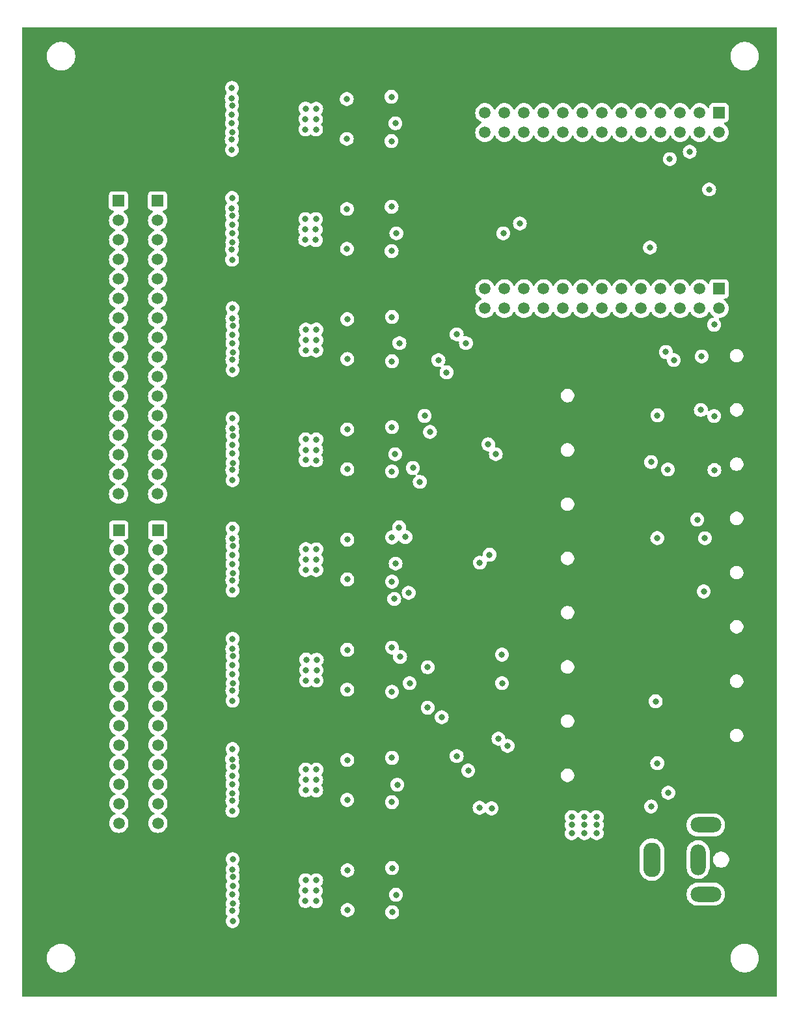
<source format=gbr>
G04 #@! TF.GenerationSoftware,KiCad,Pcbnew,8.0.1*
G04 #@! TF.CreationDate,2024-09-07T13:53:51-04:00*
G04 #@! TF.ProjectId,16ch-driver-v1,31366368-2d64-4726-9976-65722d76312e,rev?*
G04 #@! TF.SameCoordinates,Original*
G04 #@! TF.FileFunction,Copper,L3,Inr*
G04 #@! TF.FilePolarity,Positive*
%FSLAX46Y46*%
G04 Gerber Fmt 4.6, Leading zero omitted, Abs format (unit mm)*
G04 Created by KiCad (PCBNEW 8.0.1) date 2024-09-07 13:53:51*
%MOMM*%
%LPD*%
G01*
G04 APERTURE LIST*
G04 #@! TA.AperFunction,ComponentPad*
%ADD10R,1.508000X1.508000*%
G04 #@! TD*
G04 #@! TA.AperFunction,ComponentPad*
%ADD11C,1.508000*%
G04 #@! TD*
G04 #@! TA.AperFunction,ComponentPad*
%ADD12O,2.250000X4.500000*%
G04 #@! TD*
G04 #@! TA.AperFunction,ComponentPad*
%ADD13O,2.000000X4.000000*%
G04 #@! TD*
G04 #@! TA.AperFunction,ComponentPad*
%ADD14O,4.000000X2.000000*%
G04 #@! TD*
G04 #@! TA.AperFunction,ViaPad*
%ADD15C,0.800000*%
G04 #@! TD*
G04 APERTURE END LIST*
D10*
G04 #@! TO.N,/SpikeAndHoldDriverAndLEDs-1/DriveOut*
G04 #@! TO.C,J3*
X106637502Y-60639998D03*
X101557502Y-60639998D03*
D11*
G04 #@! TO.N,GND*
X106637502Y-63179998D03*
X101557502Y-63179998D03*
G04 #@! TO.N,/SpikeAndHoldDriverAndLEDs-9/DriveOut*
X106637502Y-65719998D03*
X101557502Y-65719998D03*
G04 #@! TO.N,GND*
X106637502Y-68259998D03*
X101557502Y-68259998D03*
G04 #@! TO.N,/SpikeAndHoldDriverAndLEDs-2/DriveOut*
X106637502Y-70799998D03*
X101557502Y-70799998D03*
G04 #@! TO.N,GND*
X106637502Y-73339998D03*
X101557502Y-73339998D03*
G04 #@! TO.N,/SpikeAndHoldDriverAndLEDs-10/DriveOut*
X106637502Y-75879998D03*
X101557502Y-75879998D03*
G04 #@! TO.N,GND*
X106637502Y-78419998D03*
X101557502Y-78419998D03*
G04 #@! TO.N,/SpikeAndHoldDriverAndLEDs-3/DriveOut*
X106637502Y-80959998D03*
X101557502Y-80959998D03*
G04 #@! TO.N,GND*
X106637502Y-83499998D03*
X101557502Y-83499998D03*
G04 #@! TO.N,/SpikeAndHoldDriverAndLEDs-11/DriveOut*
X106637502Y-86039998D03*
X101557502Y-86039998D03*
G04 #@! TO.N,GND*
X106637502Y-88579998D03*
X101557502Y-88579998D03*
G04 #@! TO.N,/SpikeAndHoldDriverAndLEDs-4/DriveOut*
X106637502Y-91119998D03*
X101557502Y-91119998D03*
G04 #@! TO.N,GND*
X106637502Y-93659998D03*
X101557502Y-93659998D03*
G04 #@! TO.N,/SpikeAndHoldDriverAndLEDs-12/DriveOut*
X106637502Y-96199998D03*
X101557502Y-96199998D03*
G04 #@! TO.N,GND*
X106637502Y-98739998D03*
X101557502Y-98739998D03*
G04 #@! TD*
D12*
G04 #@! TO.N,/12V_IN*
G04 #@! TO.C,J1*
X170955086Y-146253591D03*
D13*
G04 #@! TO.N,GND*
X176955086Y-146253591D03*
D14*
X177955086Y-141753591D03*
X177955086Y-150753591D03*
G04 #@! TD*
D10*
G04 #@! TO.N,/SpikeAndHoldDriverAndLEDs-5/DriveOut*
G04 #@! TO.C,J4*
X106662502Y-103439998D03*
X101582502Y-103439998D03*
D11*
G04 #@! TO.N,GND*
X106662502Y-105979998D03*
X101582502Y-105979998D03*
G04 #@! TO.N,/SpikeAndHoldDriverAndLEDs-13/DriveOut*
X106662502Y-108519998D03*
X101582502Y-108519998D03*
G04 #@! TO.N,GND*
X106662502Y-111059998D03*
X101582502Y-111059998D03*
G04 #@! TO.N,/SpikeAndHoldDriverAndLEDs-6/DriveOut*
X106662502Y-113599998D03*
X101582502Y-113599998D03*
G04 #@! TO.N,GND*
X106662502Y-116139998D03*
X101582502Y-116139998D03*
G04 #@! TO.N,/SpikeAndHoldDriverAndLEDs-14/DriveOut*
X106662502Y-118679998D03*
X101582502Y-118679998D03*
G04 #@! TO.N,GND*
X106662502Y-121219998D03*
X101582502Y-121219998D03*
G04 #@! TO.N,/SpikeAndHoldDriverAndLEDs-7/DriveOut*
X106662502Y-123759998D03*
X101582502Y-123759998D03*
G04 #@! TO.N,GND*
X106662502Y-126299998D03*
X101582502Y-126299998D03*
G04 #@! TO.N,/SpikeAndHoldDriverAndLEDs-15/DriveOut*
X106662502Y-128839998D03*
X101582502Y-128839998D03*
G04 #@! TO.N,GND*
X106662502Y-131379998D03*
X101582502Y-131379998D03*
G04 #@! TO.N,/SpikeAndHoldDriverAndLEDs-8/DriveOut*
X106662502Y-133919998D03*
X101582502Y-133919998D03*
G04 #@! TO.N,GND*
X106662502Y-136459998D03*
X101582502Y-136459998D03*
G04 #@! TO.N,/SpikeAndHoldDriverAndLEDs-16/DriveOut*
X106662502Y-138999998D03*
X101582502Y-138999998D03*
G04 #@! TO.N,GND*
X106662502Y-141539998D03*
X101582502Y-141539998D03*
G04 #@! TD*
D10*
G04 #@! TO.N,+3.3V*
G04 #@! TO.C,U18*
X179697064Y-49188987D03*
D11*
G04 #@! TO.N,GND*
X179697064Y-51728987D03*
G04 #@! TO.N,+3.3V*
X177157064Y-49188987D03*
G04 #@! TO.N,GND*
X177157064Y-51728987D03*
G04 #@! TO.N,+3.3V*
X174617064Y-49188987D03*
G04 #@! TO.N,GND*
X174617064Y-51728987D03*
G04 #@! TO.N,unconnected-(U18-AD0-PadCN2-7)*
X172077064Y-49188987D03*
G04 #@! TO.N,+3.3V*
X172077064Y-51728987D03*
G04 #@! TO.N,unconnected-(U18-AD2-PadCN2-9)*
X169537064Y-49188987D03*
G04 #@! TO.N,unconnected-(U18-AD1-PadCN2-10)*
X169537064Y-51728987D03*
G04 #@! TO.N,+3.3V*
X166997064Y-49188987D03*
G04 #@! TO.N,unconnected-(U18-AD3-PadCN2-12)*
X166997064Y-51728987D03*
G04 #@! TO.N,unconnected-(U18-AD5-PadCN2-13)*
X164457064Y-49188987D03*
G04 #@! TO.N,unconnected-(U18-AD4-PadCN2-14)*
X164457064Y-51728987D03*
G04 #@! TO.N,unconnected-(U18-AD7-PadCN2-15)*
X161917064Y-49188987D03*
G04 #@! TO.N,unconnected-(U18-AD6-PadCN2-16)*
X161917064Y-51728987D03*
G04 #@! TO.N,unconnected-(U18-BD1-PadCN2-17)*
X159377064Y-49188987D03*
G04 #@! TO.N,unconnected-(U18-BD0-PadCN2-18)*
X159377064Y-51728987D03*
G04 #@! TO.N,unconnected-(U18-BD3-PadCN2-19)*
X156837064Y-49188987D03*
G04 #@! TO.N,unconnected-(U18-BD2-PadCN2-20)*
X156837064Y-51728987D03*
G04 #@! TO.N,+3.3V*
X154297064Y-49188987D03*
G04 #@! TO.N,/SpikeAndHoldDriverAndLEDs-2/TTLInput*
X154297064Y-51728987D03*
G04 #@! TO.N,/SpikeAndHoldDriverAndLEDs-10/TTLInput*
X151757064Y-49188987D03*
G04 #@! TO.N,/SpikeAndHoldDriverAndLEDs-1/TTLInput*
X151757064Y-51728987D03*
G04 #@! TO.N,unconnected-(U18-SUSPEND#-PadCN2-25)*
X149217064Y-49188987D03*
G04 #@! TO.N,/SpikeAndHoldDriverAndLEDs-9/TTLInput*
X149217064Y-51728987D03*
D10*
G04 #@! TO.N,Net-(U18-VBUS)*
X179697064Y-72078987D03*
D11*
G04 #@! TO.N,unconnected-(U18-GND-PadCN3-2)*
X179687064Y-74618987D03*
G04 #@! TO.N,Net-(U18-VBUS)*
X177157064Y-72078987D03*
G04 #@! TO.N,unconnected-(U18-GND-PadCN3-4)*
X177157064Y-74618987D03*
G04 #@! TO.N,unconnected-(U18-CS-PadCN3-5)*
X174617064Y-72078987D03*
G04 #@! TO.N,unconnected-(U18-CLK-PadCN3-6)*
X174617064Y-74618987D03*
G04 #@! TO.N,unconnected-(U18-DATA-PadCN3-7)*
X172077064Y-72078987D03*
G04 #@! TO.N,unconnected-(U18-PWREN#-PadCN3-8)*
X172077064Y-74618987D03*
G04 #@! TO.N,unconnected-(U18-DD7-PadCN3-9)*
X169537064Y-72078987D03*
G04 #@! TO.N,unconnected-(U18-DD6-PadCN3-10)*
X169537064Y-74618987D03*
G04 #@! TO.N,unconnected-(U18-DD5-PadCN3-11)*
X166997064Y-72078987D03*
G04 #@! TO.N,+3.3V*
X166997064Y-74618987D03*
G04 #@! TO.N,/SpikeAndHoldDriverAndLEDs-16/TTLInput*
X164457064Y-72078987D03*
G04 #@! TO.N,/SpikeAndHoldDriverAndLEDs-8/TTLInput*
X164457064Y-74618987D03*
G04 #@! TO.N,/SpikeAndHoldDriverAndLEDs-15/TTLInput*
X161917064Y-72078987D03*
G04 #@! TO.N,/SpikeAndHoldDriverAndLEDs-7/TTLInput*
X161917064Y-74618987D03*
G04 #@! TO.N,/SpikeAndHoldDriverAndLEDs-14/TTLInput*
X159377064Y-72078987D03*
G04 #@! TO.N,/SpikeAndHoldDriverAndLEDs-6/TTLInput*
X159377064Y-74618987D03*
G04 #@! TO.N,unconnected-(U18-CD6-PadCN3-19)*
X156837064Y-72078987D03*
G04 #@! TO.N,/SpikeAndHoldDriverAndLEDs-5/TTLInput*
X156837064Y-74618987D03*
G04 #@! TO.N,/SpikeAndHoldDriverAndLEDs-13/TTLInput*
X154297064Y-72078987D03*
G04 #@! TO.N,+3.3V*
X154297064Y-74618987D03*
G04 #@! TO.N,/SpikeAndHoldDriverAndLEDs-4/TTLInput*
X151757064Y-72078987D03*
G04 #@! TO.N,/SpikeAndHoldDriverAndLEDs-12/TTLInput*
X151757064Y-74618987D03*
G04 #@! TO.N,/SpikeAndHoldDriverAndLEDs-3/TTLInput*
X149217064Y-72078987D03*
G04 #@! TO.N,/SpikeAndHoldDriverAndLEDs-11/TTLInput*
X149217064Y-74618987D03*
G04 #@! TD*
D15*
G04 #@! TO.N,+12V*
X164100000Y-132710000D03*
X127442502Y-114999999D03*
X127442502Y-100674999D03*
X128312502Y-156816783D03*
X150470000Y-149310000D03*
X128292502Y-128165355D03*
X127442502Y-86349999D03*
X170115000Y-118585000D03*
X170115000Y-111535000D03*
X129142502Y-99513927D03*
X164045000Y-125660000D03*
X129067502Y-43412499D03*
X153690000Y-155010000D03*
X127442502Y-85188213D03*
X127392502Y-70862499D03*
X182190000Y-118610000D03*
X176115000Y-118585000D03*
X153670000Y-149310000D03*
X129142502Y-142491069D03*
X170115000Y-97460000D03*
X128292502Y-85188213D03*
X128292502Y-114999999D03*
X127442502Y-128165355D03*
X153680000Y-153585000D03*
X128292502Y-100674999D03*
X127442502Y-113839641D03*
X182220000Y-132735000D03*
X152070000Y-149310000D03*
X182165000Y-83385000D03*
X176115000Y-104510000D03*
X176090000Y-83360000D03*
X129142502Y-113839641D03*
X129173501Y-143644999D03*
X164070000Y-97460000D03*
X164070000Y-104510000D03*
X150470000Y-150735000D03*
X182190000Y-104535000D03*
X128292502Y-142491069D03*
X170145000Y-132710000D03*
X152080000Y-152160000D03*
X128323501Y-143644999D03*
X129067502Y-56574999D03*
X128242502Y-70862499D03*
X152090000Y-155010000D03*
X128292502Y-99513927D03*
X150490000Y-155010000D03*
X153680000Y-152160000D03*
X176115000Y-97460000D03*
X170115000Y-90385000D03*
X129142502Y-85188213D03*
X128292502Y-86349999D03*
X176115000Y-90385000D03*
X127462502Y-156816783D03*
X129130999Y-129330000D03*
X150480000Y-153585000D03*
X153670000Y-150735000D03*
X129142502Y-128165355D03*
X170115000Y-104510000D03*
X128292502Y-113839641D03*
X127367502Y-43412499D03*
X128217502Y-56574999D03*
X127430999Y-129330000D03*
X182190000Y-90410000D03*
X127367502Y-56574999D03*
X129142502Y-86349999D03*
X128280999Y-129330000D03*
X129092502Y-70862499D03*
X176115000Y-111535000D03*
X129142502Y-72024999D03*
X129162502Y-156816783D03*
X182165000Y-125685000D03*
X127442502Y-99513927D03*
X129142502Y-114999999D03*
X176145000Y-132710000D03*
X129092502Y-57699999D03*
X182190000Y-111560000D03*
X164070000Y-111535000D03*
X128217502Y-43412499D03*
X182190000Y-97485000D03*
X152070000Y-150735000D03*
X128242502Y-57699999D03*
X164070000Y-90385000D03*
X127442502Y-72024999D03*
X129142502Y-100674999D03*
X127442502Y-142491069D03*
X176090000Y-125660000D03*
X128292502Y-72024999D03*
X127392502Y-57699999D03*
X164045000Y-83360000D03*
X164070000Y-118585000D03*
X152080000Y-153585000D03*
X127473501Y-143644999D03*
X170090000Y-83360000D03*
X170090000Y-125660000D03*
X150480000Y-152160000D03*
G04 #@! TO.N,GND*
X116367502Y-152916783D03*
X116367502Y-78044999D03*
X116377502Y-82624999D03*
X131317502Y-81194999D03*
X127280000Y-108630000D03*
X116302502Y-54012499D03*
X131317502Y-76018213D03*
X127270000Y-48660000D03*
X127250000Y-50020000D03*
X131317502Y-124169999D03*
X116377502Y-117565355D03*
X116377502Y-125599999D03*
X125840000Y-64360000D03*
X127260000Y-148950000D03*
X127250000Y-51370000D03*
X127280000Y-91650000D03*
X116428501Y-151984999D03*
X131317502Y-133321069D03*
X116327502Y-68299999D03*
X116377502Y-74588213D03*
X125870000Y-50010000D03*
X163770000Y-140730000D03*
X116397502Y-80364999D03*
X131317502Y-109844999D03*
X116272502Y-52674999D03*
X116377502Y-96949999D03*
X163770000Y-142840000D03*
X116335999Y-133230000D03*
X125880000Y-94350000D03*
X125900000Y-91640000D03*
X125880000Y-137260000D03*
X127260000Y-137270000D03*
X116302502Y-45974999D03*
X116397502Y-146216783D03*
X127300000Y-105920000D03*
X127260000Y-93010000D03*
X116347502Y-62522499D03*
X162170000Y-140730000D03*
X131317502Y-90343927D03*
X127220000Y-64370000D03*
X116365999Y-139930000D03*
X116397502Y-105499641D03*
X116347502Y-104574999D03*
X131317502Y-118995355D03*
X127280000Y-78730000D03*
X116347502Y-66039999D03*
X116272502Y-47312499D03*
X162170000Y-141760000D03*
X125960000Y-120270000D03*
X116367502Y-93493927D03*
X127340000Y-120280000D03*
X116377502Y-111274999D03*
X116322502Y-48234999D03*
X125920000Y-77360000D03*
X137115999Y-138790000D03*
X131267502Y-66869999D03*
X116397502Y-94689999D03*
X137052502Y-52872499D03*
X125940000Y-121630000D03*
X127320000Y-121640000D03*
X125900000Y-107270000D03*
X116347502Y-109939641D03*
X116367502Y-79168213D03*
X131317502Y-104669641D03*
X116292502Y-50554999D03*
X125900000Y-108620000D03*
X127240000Y-150310000D03*
X137127502Y-104379641D03*
X116367502Y-107819641D03*
X127280000Y-134560000D03*
X137127502Y-118705355D03*
X125880000Y-93000000D03*
X125880000Y-148940000D03*
X137147502Y-147356783D03*
X137127502Y-81484999D03*
X116408501Y-154244999D03*
X127260000Y-94360000D03*
X131317502Y-95519999D03*
X116398501Y-149664999D03*
X116367502Y-121019999D03*
X137127502Y-110134999D03*
X137077502Y-67159999D03*
X127220000Y-65720000D03*
X160520000Y-142840000D03*
X131267502Y-61692499D03*
X125870000Y-51360000D03*
X116322502Y-51752499D03*
X116347502Y-138591069D03*
X127240000Y-151660000D03*
X116397502Y-134151069D03*
X116377502Y-88913927D03*
X137127502Y-90053927D03*
X160520000Y-141760000D03*
X163770000Y-141760000D03*
X127260000Y-135920000D03*
X125940000Y-122980000D03*
X160520000Y-140730000D03*
X116397502Y-91173927D03*
X116397502Y-76848213D03*
X116367502Y-92369999D03*
X116327502Y-60262499D03*
X125840000Y-65710000D03*
X127320000Y-122990000D03*
X116387502Y-150796783D03*
X162170000Y-142840000D03*
X116377502Y-103239641D03*
X137127502Y-75728213D03*
X116317502Y-64842499D03*
X116347502Y-118899999D03*
X125860000Y-151650000D03*
X116317502Y-63719999D03*
X125880000Y-135910000D03*
X116377502Y-131891069D03*
X137127502Y-124459999D03*
X116385999Y-137670000D03*
X127240000Y-63010000D03*
X116397502Y-109014999D03*
X116347502Y-90249999D03*
X137077502Y-61402499D03*
X116347502Y-81288213D03*
X125860000Y-63000000D03*
X116417502Y-148476783D03*
X116297502Y-61599999D03*
X116397502Y-119825355D03*
X127300000Y-77370000D03*
X127280000Y-80080000D03*
X116367502Y-122145355D03*
X125900000Y-80070000D03*
X137127502Y-133031069D03*
X116292502Y-49432499D03*
X131337502Y-147646783D03*
X116355999Y-135350000D03*
X116347502Y-124265355D03*
X116378501Y-147544999D03*
X116367502Y-106694999D03*
X125900000Y-134550000D03*
X116297502Y-66962499D03*
X131242502Y-47404999D03*
X137052502Y-47114999D03*
X137127502Y-95809999D03*
X127280000Y-107280000D03*
X131242502Y-52582499D03*
X116347502Y-75924999D03*
X137158501Y-153104999D03*
X131305999Y-138500000D03*
X116397502Y-123339999D03*
X125920000Y-105910000D03*
X125860000Y-150300000D03*
X125900000Y-78720000D03*
X116347502Y-95613927D03*
X131348501Y-152814999D03*
X116367502Y-136471069D03*
X125890000Y-48650000D03*
G04 #@! TO.N,Net-(D2-K)*
X177425000Y-80860000D03*
X175870000Y-54250000D03*
G04 #@! TO.N,Net-(D5-K)*
X178400000Y-59160000D03*
X179050000Y-88610000D03*
G04 #@! TO.N,Net-(D8-K)*
X179087500Y-95622500D03*
X179050000Y-76735000D03*
G04 #@! TO.N,Net-(D11-K)*
X177325000Y-87810000D03*
X177850000Y-104485000D03*
G04 #@! TO.N,Net-(D14-K)*
X177700000Y-111410000D03*
X176850000Y-102060000D03*
G04 #@! TO.N,Net-(D26-K)*
X143175000Y-81335000D03*
G04 #@! TO.N,Net-(D3-K)*
X173800000Y-81335000D03*
X173275000Y-55210000D03*
G04 #@! TO.N,Net-(D6-K)*
X171675000Y-88510000D03*
X170700000Y-66710000D03*
G04 #@! TO.N,Net-(D29-K)*
X141375000Y-88585000D03*
G04 #@! TO.N,Net-(D9-K)*
X173025000Y-95560000D03*
X172775000Y-80285000D03*
G04 #@! TO.N,Net-(D12-K)*
X170850000Y-94585000D03*
X171650000Y-104460000D03*
G04 #@! TO.N,Net-(D32-K)*
X139850000Y-95360000D03*
G04 #@! TO.N,Net-(D21-K)*
X171450000Y-125685000D03*
X173088931Y-137571069D03*
G04 #@! TO.N,Net-(D35-K)*
X138050000Y-103085000D03*
G04 #@! TO.N,Net-(D24-K)*
X171650000Y-133735000D03*
X170850000Y-139360000D03*
G04 #@! TO.N,Net-(D27-K)*
X144225000Y-82935000D03*
G04 #@! TO.N,Net-(D38-K)*
X137425000Y-112385000D03*
G04 #@! TO.N,Net-(D30-K)*
X142075000Y-90660000D03*
G04 #@! TO.N,Net-(D33-K)*
X140750000Y-97160000D03*
G04 #@! TO.N,Net-(D41-K)*
X141775000Y-121260000D03*
G04 #@! TO.N,Net-(D36-K)*
X138875000Y-104335000D03*
G04 #@! TO.N,Net-(D39-K)*
X139300000Y-111585000D03*
G04 #@! TO.N,Net-(D44-K)*
X143600000Y-127760000D03*
G04 #@! TO.N,Net-(D42-K)*
X138190000Y-119920000D03*
G04 #@! TO.N,Net-(D45-K)*
X141775000Y-126510000D03*
G04 #@! TO.N,Net-(D47-K)*
X147050000Y-134685000D03*
G04 #@! TO.N,Net-(D48-K)*
X145550000Y-132810000D03*
G04 #@! TO.N,/SpikeAndHoldDriverAndLEDs-2/TTLInput*
X153775000Y-63585000D03*
G04 #@! TO.N,/SpikeAndHoldDriverAndLEDs-3/TTLInput*
X145550000Y-77988213D03*
G04 #@! TO.N,/SpikeAndHoldDriverAndLEDs-4/TTLInput*
X149650000Y-92285000D03*
G04 #@! TO.N,/SpikeAndHoldDriverAndLEDs-5/TTLInput*
X149830000Y-106640000D03*
G04 #@! TO.N,/SpikeAndHoldDriverAndLEDs-6/TTLInput*
X151440000Y-119620000D03*
G04 #@! TO.N,/SpikeAndHoldDriverAndLEDs-7/TTLInput*
X150975000Y-130535000D03*
G04 #@! TO.N,/SpikeAndHoldDriverAndLEDs-8/TTLInput*
X148525000Y-139510000D03*
G04 #@! TO.N,/SpikeAndHoldDriverAndLEDs-9/TTLInput*
X137575000Y-50560000D03*
G04 #@! TO.N,/SpikeAndHoldDriverAndLEDs-10/TTLInput*
X137700000Y-64860000D03*
X151625000Y-64860000D03*
G04 #@! TO.N,/SpikeAndHoldDriverAndLEDs-11/TTLInput*
X146750000Y-79135000D03*
X138100000Y-79135000D03*
G04 #@! TO.N,/SpikeAndHoldDriverAndLEDs-12/TTLInput*
X150640000Y-93560000D03*
X137540000Y-93560000D03*
G04 #@! TO.N,/SpikeAndHoldDriverAndLEDs-13/TTLInput*
X148550000Y-107670000D03*
X137600000Y-107790000D03*
G04 #@! TO.N,/SpikeAndHoldDriverAndLEDs-14/TTLInput*
X151450000Y-123335000D03*
X139425000Y-123335000D03*
G04 #@! TO.N,/SpikeAndHoldDriverAndLEDs-15/TTLInput*
X137829999Y-136530001D03*
X152175000Y-131485000D03*
G04 #@! TO.N,/SpikeAndHoldDriverAndLEDs-16/TTLInput*
X150100000Y-139600000D03*
X137650000Y-150830000D03*
G04 #@! TD*
G04 #@! TA.AperFunction,Conductor*
G04 #@! TO.N,+12V*
G36*
X187192539Y-38079685D02*
G01*
X187238294Y-38132489D01*
X187249500Y-38184000D01*
X187249500Y-163935500D01*
X187229815Y-164002539D01*
X187177011Y-164048294D01*
X187125500Y-164059500D01*
X89124500Y-164059500D01*
X89057461Y-164039815D01*
X89011706Y-163987011D01*
X89000500Y-163935500D01*
X89000500Y-159181288D01*
X92224500Y-159181288D01*
X92256161Y-159421785D01*
X92318947Y-159656104D01*
X92411773Y-159880205D01*
X92411776Y-159880212D01*
X92533064Y-160090289D01*
X92533066Y-160090292D01*
X92533067Y-160090293D01*
X92680733Y-160282736D01*
X92680739Y-160282743D01*
X92852256Y-160454260D01*
X92852262Y-160454265D01*
X93044711Y-160601936D01*
X93254788Y-160723224D01*
X93478900Y-160816054D01*
X93713211Y-160878838D01*
X93893586Y-160902584D01*
X93953711Y-160910500D01*
X93953712Y-160910500D01*
X94196289Y-160910500D01*
X94244388Y-160904167D01*
X94436789Y-160878838D01*
X94671100Y-160816054D01*
X94895212Y-160723224D01*
X95105289Y-160601936D01*
X95297738Y-160454265D01*
X95469265Y-160282738D01*
X95616936Y-160090289D01*
X95738224Y-159880212D01*
X95831054Y-159656100D01*
X95893838Y-159421789D01*
X95925500Y-159181288D01*
X181174500Y-159181288D01*
X181206161Y-159421785D01*
X181268947Y-159656104D01*
X181361773Y-159880205D01*
X181361776Y-159880212D01*
X181483064Y-160090289D01*
X181483066Y-160090292D01*
X181483067Y-160090293D01*
X181630733Y-160282736D01*
X181630739Y-160282743D01*
X181802256Y-160454260D01*
X181802262Y-160454265D01*
X181994711Y-160601936D01*
X182204788Y-160723224D01*
X182428900Y-160816054D01*
X182663211Y-160878838D01*
X182843586Y-160902584D01*
X182903711Y-160910500D01*
X182903712Y-160910500D01*
X183146289Y-160910500D01*
X183194388Y-160904167D01*
X183386789Y-160878838D01*
X183621100Y-160816054D01*
X183845212Y-160723224D01*
X184055289Y-160601936D01*
X184247738Y-160454265D01*
X184419265Y-160282738D01*
X184566936Y-160090289D01*
X184688224Y-159880212D01*
X184781054Y-159656100D01*
X184843838Y-159421789D01*
X184875500Y-159181288D01*
X184875500Y-158938712D01*
X184843838Y-158698211D01*
X184781054Y-158463900D01*
X184688224Y-158239788D01*
X184566936Y-158029711D01*
X184419265Y-157837262D01*
X184419260Y-157837256D01*
X184247743Y-157665739D01*
X184247736Y-157665733D01*
X184055293Y-157518067D01*
X184055292Y-157518066D01*
X184055289Y-157518064D01*
X183845212Y-157396776D01*
X183845205Y-157396773D01*
X183621104Y-157303947D01*
X183386785Y-157241161D01*
X183146289Y-157209500D01*
X183146288Y-157209500D01*
X182903712Y-157209500D01*
X182903711Y-157209500D01*
X182663214Y-157241161D01*
X182428895Y-157303947D01*
X182204794Y-157396773D01*
X182204785Y-157396777D01*
X181994706Y-157518067D01*
X181802263Y-157665733D01*
X181802256Y-157665739D01*
X181630739Y-157837256D01*
X181630733Y-157837263D01*
X181483067Y-158029706D01*
X181361777Y-158239785D01*
X181361773Y-158239794D01*
X181268947Y-158463895D01*
X181206161Y-158698214D01*
X181174500Y-158938711D01*
X181174500Y-159181288D01*
X95925500Y-159181288D01*
X95925500Y-158938712D01*
X95893838Y-158698211D01*
X95831054Y-158463900D01*
X95738224Y-158239788D01*
X95616936Y-158029711D01*
X95469265Y-157837262D01*
X95469260Y-157837256D01*
X95297743Y-157665739D01*
X95297736Y-157665733D01*
X95105293Y-157518067D01*
X95105292Y-157518066D01*
X95105289Y-157518064D01*
X94895212Y-157396776D01*
X94895205Y-157396773D01*
X94671104Y-157303947D01*
X94436785Y-157241161D01*
X94196289Y-157209500D01*
X94196288Y-157209500D01*
X93953712Y-157209500D01*
X93953711Y-157209500D01*
X93713214Y-157241161D01*
X93478895Y-157303947D01*
X93254794Y-157396773D01*
X93254785Y-157396777D01*
X93044706Y-157518067D01*
X92852263Y-157665733D01*
X92852256Y-157665739D01*
X92680739Y-157837256D01*
X92680733Y-157837263D01*
X92533067Y-158029706D01*
X92411777Y-158239785D01*
X92411773Y-158239794D01*
X92318947Y-158463895D01*
X92256161Y-158698214D01*
X92224500Y-158938711D01*
X92224500Y-159181288D01*
X89000500Y-159181288D01*
X89000500Y-152916783D01*
X115462042Y-152916783D01*
X115481828Y-153105039D01*
X115481829Y-153105042D01*
X115540320Y-153285060D01*
X115540323Y-153285067D01*
X115634966Y-153448995D01*
X115634967Y-153448997D01*
X115634969Y-153448999D01*
X115699517Y-153520687D01*
X115729746Y-153583676D01*
X115721121Y-153653011D01*
X115699518Y-153686627D01*
X115675969Y-153712781D01*
X115675965Y-153712786D01*
X115581322Y-153876714D01*
X115581319Y-153876721D01*
X115539477Y-154005499D01*
X115522827Y-154056743D01*
X115503041Y-154244999D01*
X115522827Y-154433255D01*
X115522828Y-154433258D01*
X115581319Y-154613276D01*
X115581322Y-154613283D01*
X115675968Y-154777215D01*
X115802630Y-154917887D01*
X115955766Y-155029147D01*
X115955771Y-155029150D01*
X116128693Y-155106141D01*
X116128698Y-155106143D01*
X116313855Y-155145499D01*
X116313856Y-155145499D01*
X116503145Y-155145499D01*
X116503147Y-155145499D01*
X116688304Y-155106143D01*
X116861231Y-155029150D01*
X117014372Y-154917887D01*
X117141034Y-154777215D01*
X117235680Y-154613283D01*
X117294175Y-154433255D01*
X117313961Y-154244999D01*
X117294175Y-154056743D01*
X117235680Y-153876715D01*
X117141034Y-153712783D01*
X117076484Y-153641093D01*
X117046256Y-153578105D01*
X117054881Y-153508770D01*
X117076487Y-153475151D01*
X117078169Y-153473283D01*
X117100035Y-153448999D01*
X117194681Y-153285067D01*
X117253176Y-153105039D01*
X117272962Y-152916783D01*
X117262264Y-152814999D01*
X130443041Y-152814999D01*
X130462827Y-153003255D01*
X130462828Y-153003258D01*
X130521319Y-153183276D01*
X130521322Y-153183283D01*
X130615968Y-153347215D01*
X130731162Y-153475151D01*
X130742630Y-153487887D01*
X130895766Y-153599147D01*
X130895771Y-153599150D01*
X131068693Y-153676141D01*
X131068698Y-153676143D01*
X131253855Y-153715499D01*
X131253856Y-153715499D01*
X131443145Y-153715499D01*
X131443147Y-153715499D01*
X131628304Y-153676143D01*
X131801231Y-153599150D01*
X131954372Y-153487887D01*
X132081034Y-153347215D01*
X132175680Y-153183283D01*
X132201116Y-153104999D01*
X136253041Y-153104999D01*
X136272827Y-153293255D01*
X136272828Y-153293258D01*
X136331319Y-153473276D01*
X136331322Y-153473283D01*
X136425968Y-153637215D01*
X136552630Y-153777887D01*
X136705766Y-153889147D01*
X136705771Y-153889150D01*
X136878693Y-153966141D01*
X136878698Y-153966143D01*
X137063855Y-154005499D01*
X137063856Y-154005499D01*
X137253145Y-154005499D01*
X137253147Y-154005499D01*
X137438304Y-153966143D01*
X137611231Y-153889150D01*
X137764372Y-153777887D01*
X137891034Y-153637215D01*
X137985680Y-153473283D01*
X138044175Y-153293255D01*
X138063961Y-153104999D01*
X138044175Y-152916743D01*
X137985680Y-152736715D01*
X137891034Y-152572783D01*
X137764372Y-152432111D01*
X137764371Y-152432110D01*
X137611235Y-152320850D01*
X137611230Y-152320847D01*
X137438308Y-152243856D01*
X137438303Y-152243854D01*
X137292502Y-152212864D01*
X137253147Y-152204499D01*
X137063855Y-152204499D01*
X137031398Y-152211397D01*
X136878698Y-152243854D01*
X136878693Y-152243856D01*
X136705771Y-152320847D01*
X136705766Y-152320850D01*
X136552630Y-152432110D01*
X136425967Y-152572784D01*
X136331322Y-152736714D01*
X136331319Y-152736721D01*
X136272828Y-152916739D01*
X136272827Y-152916743D01*
X136253041Y-153104999D01*
X132201116Y-153104999D01*
X132234175Y-153003255D01*
X132253961Y-152814999D01*
X132234175Y-152626743D01*
X132175680Y-152446715D01*
X132081034Y-152282783D01*
X131954372Y-152142111D01*
X131954371Y-152142110D01*
X131801235Y-152030850D01*
X131801230Y-152030847D01*
X131628308Y-151953856D01*
X131628303Y-151953854D01*
X131482502Y-151922864D01*
X131443147Y-151914499D01*
X131253855Y-151914499D01*
X131221398Y-151921397D01*
X131068698Y-151953854D01*
X131068693Y-151953856D01*
X130895771Y-152030847D01*
X130895766Y-152030850D01*
X130742630Y-152142110D01*
X130615967Y-152282784D01*
X130521322Y-152446714D01*
X130521319Y-152446721D01*
X130480359Y-152572784D01*
X130462827Y-152626743D01*
X130443041Y-152814999D01*
X117262264Y-152814999D01*
X117253176Y-152728527D01*
X117202571Y-152572783D01*
X117193120Y-152543694D01*
X117191125Y-152473853D01*
X117203664Y-152443376D01*
X117210168Y-152432111D01*
X117255680Y-152353283D01*
X117314175Y-152173255D01*
X117333961Y-151984999D01*
X117314175Y-151796743D01*
X117266495Y-151650000D01*
X124954540Y-151650000D01*
X124974326Y-151838256D01*
X124974327Y-151838259D01*
X125032818Y-152018277D01*
X125032821Y-152018284D01*
X125127467Y-152182216D01*
X125192184Y-152254091D01*
X125254129Y-152322888D01*
X125407265Y-152434148D01*
X125407270Y-152434151D01*
X125580192Y-152511142D01*
X125580197Y-152511144D01*
X125765354Y-152550500D01*
X125765355Y-152550500D01*
X125954644Y-152550500D01*
X125954646Y-152550500D01*
X126139803Y-152511144D01*
X126312730Y-152434151D01*
X126452107Y-152332888D01*
X126471129Y-152319068D01*
X126472786Y-152321349D01*
X126524593Y-152296451D01*
X126593933Y-152305036D01*
X126628257Y-152329707D01*
X126629305Y-152328544D01*
X126634135Y-152332893D01*
X126787265Y-152444148D01*
X126787270Y-152444151D01*
X126960192Y-152521142D01*
X126960197Y-152521144D01*
X127145354Y-152560500D01*
X127145355Y-152560500D01*
X127334644Y-152560500D01*
X127334646Y-152560500D01*
X127519803Y-152521144D01*
X127692730Y-152444151D01*
X127845871Y-152332888D01*
X127972533Y-152192216D01*
X128067179Y-152028284D01*
X128125674Y-151848256D01*
X128145460Y-151660000D01*
X128125674Y-151471744D01*
X128067179Y-151291716D01*
X127972533Y-151127784D01*
X127918677Y-151067971D01*
X127888448Y-151004982D01*
X127897072Y-150935646D01*
X127918676Y-150902030D01*
X127972533Y-150842216D01*
X127979586Y-150830000D01*
X136744540Y-150830000D01*
X136764326Y-151018256D01*
X136764327Y-151018259D01*
X136822818Y-151198277D01*
X136822821Y-151198284D01*
X136917467Y-151362216D01*
X137016083Y-151471740D01*
X137044129Y-151502888D01*
X137197265Y-151614148D01*
X137197270Y-151614151D01*
X137370192Y-151691142D01*
X137370197Y-151691144D01*
X137555354Y-151730500D01*
X137555355Y-151730500D01*
X137744644Y-151730500D01*
X137744646Y-151730500D01*
X137929803Y-151691144D01*
X138102730Y-151614151D01*
X138255871Y-151502888D01*
X138382533Y-151362216D01*
X138477179Y-151198284D01*
X138535674Y-151018256D01*
X138551079Y-150871688D01*
X175454586Y-150871688D01*
X175491532Y-151104959D01*
X175564519Y-151329587D01*
X175652821Y-151502888D01*
X175671743Y-151540024D01*
X175810569Y-151731101D01*
X175977576Y-151898108D01*
X176168653Y-152036934D01*
X176268077Y-152087593D01*
X176379089Y-152144157D01*
X176379091Y-152144157D01*
X176379094Y-152144159D01*
X176496215Y-152182214D01*
X176603717Y-152217144D01*
X176836989Y-152254091D01*
X176836994Y-152254091D01*
X179073183Y-152254091D01*
X179306454Y-152217144D01*
X179383180Y-152192214D01*
X179531078Y-152144159D01*
X179741519Y-152036934D01*
X179932596Y-151898108D01*
X180099603Y-151731101D01*
X180238429Y-151540024D01*
X180345654Y-151329583D01*
X180418639Y-151104959D01*
X180426081Y-151057972D01*
X180455586Y-150871688D01*
X180455586Y-150635493D01*
X180418639Y-150402222D01*
X180364954Y-150236998D01*
X180345654Y-150177599D01*
X180345652Y-150177596D01*
X180345652Y-150177594D01*
X180278524Y-150045849D01*
X180238429Y-149967158D01*
X180099603Y-149776081D01*
X179932596Y-149609074D01*
X179741519Y-149470248D01*
X179531082Y-149363024D01*
X179306454Y-149290037D01*
X179073183Y-149253091D01*
X179073178Y-149253091D01*
X176836994Y-149253091D01*
X176836989Y-149253091D01*
X176603717Y-149290037D01*
X176379089Y-149363024D01*
X176168652Y-149470248D01*
X176094046Y-149524453D01*
X175977576Y-149609074D01*
X175977574Y-149609076D01*
X175977573Y-149609076D01*
X175810571Y-149776078D01*
X175810571Y-149776079D01*
X175810569Y-149776081D01*
X175754499Y-149853255D01*
X175671743Y-149967157D01*
X175564519Y-150177594D01*
X175491532Y-150402222D01*
X175454586Y-150635493D01*
X175454586Y-150871688D01*
X138551079Y-150871688D01*
X138555460Y-150830000D01*
X138535674Y-150641744D01*
X138477179Y-150461716D01*
X138382533Y-150297784D01*
X138255871Y-150157112D01*
X138255870Y-150157111D01*
X138102734Y-150045851D01*
X138102729Y-150045848D01*
X137929807Y-149968857D01*
X137929802Y-149968855D01*
X137784001Y-149937865D01*
X137744646Y-149929500D01*
X137555354Y-149929500D01*
X137522897Y-149936398D01*
X137370197Y-149968855D01*
X137370192Y-149968857D01*
X137197270Y-150045848D01*
X137197265Y-150045851D01*
X137044129Y-150157111D01*
X136917466Y-150297785D01*
X136822821Y-150461715D01*
X136822818Y-150461722D01*
X136766357Y-150635493D01*
X136764326Y-150641744D01*
X136744540Y-150830000D01*
X127979586Y-150830000D01*
X128067179Y-150678284D01*
X128125674Y-150498256D01*
X128145460Y-150310000D01*
X128125674Y-150121744D01*
X128067179Y-149941716D01*
X127972533Y-149777784D01*
X127940475Y-149742180D01*
X127924176Y-149724078D01*
X127893946Y-149661086D01*
X127902571Y-149591751D01*
X127924176Y-149558134D01*
X127926724Y-149555303D01*
X127992533Y-149482216D01*
X128087179Y-149318284D01*
X128145674Y-149138256D01*
X128165460Y-148950000D01*
X128145674Y-148761744D01*
X128087179Y-148581716D01*
X127992533Y-148417784D01*
X127865871Y-148277112D01*
X127865870Y-148277111D01*
X127712734Y-148165851D01*
X127712729Y-148165848D01*
X127539807Y-148088857D01*
X127539802Y-148088855D01*
X127394001Y-148057865D01*
X127354646Y-148049500D01*
X127165354Y-148049500D01*
X127132897Y-148056398D01*
X126980197Y-148088855D01*
X126980192Y-148088857D01*
X126807270Y-148165848D01*
X126807265Y-148165851D01*
X126648871Y-148280931D01*
X126647224Y-148278664D01*
X126595309Y-148303564D01*
X126525976Y-148294924D01*
X126491740Y-148270294D01*
X126490695Y-148271456D01*
X126485864Y-148267106D01*
X126332734Y-148155851D01*
X126332729Y-148155848D01*
X126159807Y-148078857D01*
X126159802Y-148078855D01*
X125998950Y-148044666D01*
X125974646Y-148039500D01*
X125785354Y-148039500D01*
X125761050Y-148044666D01*
X125600197Y-148078855D01*
X125600192Y-148078857D01*
X125427270Y-148155848D01*
X125427265Y-148155851D01*
X125274129Y-148267111D01*
X125147466Y-148407785D01*
X125052821Y-148571715D01*
X125052818Y-148571722D01*
X125022498Y-148665039D01*
X124994326Y-148751744D01*
X124974540Y-148940000D01*
X124994326Y-149128256D01*
X124994327Y-149128259D01*
X125052818Y-149308277D01*
X125052821Y-149308284D01*
X125147466Y-149472215D01*
X125195823Y-149525920D01*
X125226053Y-149588912D01*
X125217429Y-149658247D01*
X125195824Y-149691865D01*
X125127466Y-149767784D01*
X125032821Y-149931715D01*
X125032818Y-149931722D01*
X124974327Y-150111740D01*
X124974326Y-150111744D01*
X124954540Y-150300000D01*
X124974326Y-150488256D01*
X124974327Y-150488259D01*
X125032818Y-150668277D01*
X125032821Y-150668284D01*
X125127467Y-150832216D01*
X125163008Y-150871688D01*
X125181322Y-150892028D01*
X125211552Y-150955019D01*
X125202927Y-151024355D01*
X125181322Y-151057972D01*
X125127466Y-151117785D01*
X125032821Y-151281715D01*
X125032818Y-151281722D01*
X124974327Y-151461740D01*
X124974326Y-151461744D01*
X124954540Y-151650000D01*
X117266495Y-151650000D01*
X117255680Y-151616715D01*
X117161034Y-151452783D01*
X117152790Y-151443627D01*
X117122560Y-151380635D01*
X117131186Y-151311300D01*
X117137545Y-151298669D01*
X117214681Y-151165067D01*
X117273176Y-150985039D01*
X117292962Y-150796783D01*
X117273176Y-150608527D01*
X117214681Y-150428499D01*
X117141886Y-150302415D01*
X117125414Y-150234516D01*
X117141886Y-150178418D01*
X117225680Y-150033283D01*
X117284175Y-149853255D01*
X117303961Y-149664999D01*
X117284175Y-149476743D01*
X117225680Y-149296715D01*
X117139887Y-149148118D01*
X117123415Y-149080219D01*
X117146268Y-149014192D01*
X117146965Y-149013222D01*
X117150023Y-149009012D01*
X117150035Y-149008999D01*
X117244681Y-148845067D01*
X117303176Y-148665039D01*
X117322962Y-148476783D01*
X117303176Y-148288527D01*
X117244681Y-148108499D01*
X117204622Y-148039115D01*
X117188149Y-147971215D01*
X117203374Y-147919367D01*
X117203038Y-147919218D01*
X117204155Y-147916709D01*
X117204624Y-147915111D01*
X117205680Y-147913283D01*
X117264175Y-147733255D01*
X117273263Y-147646783D01*
X130432042Y-147646783D01*
X130451828Y-147835039D01*
X130451829Y-147835042D01*
X130510320Y-148015060D01*
X130510323Y-148015067D01*
X130604969Y-148178999D01*
X130684301Y-148267106D01*
X130731631Y-148319671D01*
X130884767Y-148430931D01*
X130884772Y-148430934D01*
X131057694Y-148507925D01*
X131057699Y-148507927D01*
X131242856Y-148547283D01*
X131242857Y-148547283D01*
X131432146Y-148547283D01*
X131432148Y-148547283D01*
X131617305Y-148507927D01*
X131790232Y-148430934D01*
X131943373Y-148319671D01*
X132070035Y-148178999D01*
X132164681Y-148015067D01*
X132223176Y-147835039D01*
X132242962Y-147646783D01*
X132223176Y-147458527D01*
X132190117Y-147356783D01*
X136242042Y-147356783D01*
X136261828Y-147545039D01*
X136261829Y-147545042D01*
X136320320Y-147725060D01*
X136320323Y-147725067D01*
X136414969Y-147888999D01*
X136541631Y-148029671D01*
X136694767Y-148140931D01*
X136694772Y-148140934D01*
X136867694Y-148217925D01*
X136867699Y-148217927D01*
X137052856Y-148257283D01*
X137052857Y-148257283D01*
X137242146Y-148257283D01*
X137242148Y-148257283D01*
X137427305Y-148217927D01*
X137600232Y-148140934D01*
X137753373Y-148029671D01*
X137880035Y-147888999D01*
X137974681Y-147725067D01*
X138033176Y-147545039D01*
X138037224Y-147506521D01*
X169329586Y-147506521D01*
X169335687Y-147545039D01*
X169369612Y-147759231D01*
X169448674Y-148002563D01*
X169448675Y-148002566D01*
X169502655Y-148108505D01*
X169558408Y-148217927D01*
X169564836Y-148230541D01*
X169715218Y-148437526D01*
X169715222Y-148437531D01*
X169896145Y-148618454D01*
X169896150Y-148618458D01*
X170031981Y-148717144D01*
X170103139Y-148768843D01*
X170252166Y-148844776D01*
X170331110Y-148885001D01*
X170331113Y-148885002D01*
X170452779Y-148924533D01*
X170574447Y-148964065D01*
X170827156Y-149004091D01*
X170827157Y-149004091D01*
X171083015Y-149004091D01*
X171083016Y-149004091D01*
X171335725Y-148964065D01*
X171579061Y-148885001D01*
X171807033Y-148768843D01*
X172014028Y-148618453D01*
X172194948Y-148437533D01*
X172345338Y-148230538D01*
X172461496Y-148002566D01*
X172540560Y-147759230D01*
X172580586Y-147506521D01*
X172580586Y-147371688D01*
X175454586Y-147371688D01*
X175491532Y-147604959D01*
X175564519Y-147829587D01*
X175652657Y-148002566D01*
X175671743Y-148040024D01*
X175810569Y-148231101D01*
X175977576Y-148398108D01*
X176168653Y-148536934D01*
X176268077Y-148587593D01*
X176379089Y-148644157D01*
X176379091Y-148644157D01*
X176379094Y-148644159D01*
X176499498Y-148683280D01*
X176603717Y-148717144D01*
X176836989Y-148754091D01*
X176836994Y-148754091D01*
X177073183Y-148754091D01*
X177306454Y-148717144D01*
X177531078Y-148644159D01*
X177741519Y-148536934D01*
X177932596Y-148398108D01*
X178099603Y-148231101D01*
X178238429Y-148040024D01*
X178345654Y-147829583D01*
X178418639Y-147604959D01*
X178428129Y-147545042D01*
X178455586Y-147371688D01*
X178455586Y-146357060D01*
X178904586Y-146357060D01*
X178944954Y-146560003D01*
X178944956Y-146560011D01*
X179024144Y-146751187D01*
X179139110Y-146923248D01*
X179285428Y-147069566D01*
X179285431Y-147069568D01*
X179457488Y-147184532D01*
X179648666Y-147263721D01*
X179851616Y-147304090D01*
X179851620Y-147304091D01*
X179851621Y-147304091D01*
X180058552Y-147304091D01*
X180058553Y-147304090D01*
X180261506Y-147263721D01*
X180452684Y-147184532D01*
X180624741Y-147069568D01*
X180771063Y-146923246D01*
X180886027Y-146751189D01*
X180965216Y-146560011D01*
X181005586Y-146357056D01*
X181005586Y-146150126D01*
X180965216Y-145947171D01*
X180886027Y-145755993D01*
X180771063Y-145583936D01*
X180771061Y-145583933D01*
X180624743Y-145437615D01*
X180502054Y-145355638D01*
X180452684Y-145322650D01*
X180261506Y-145243461D01*
X180261498Y-145243459D01*
X180058555Y-145203091D01*
X180058551Y-145203091D01*
X179851621Y-145203091D01*
X179851616Y-145203091D01*
X179648673Y-145243459D01*
X179648665Y-145243461D01*
X179457489Y-145322649D01*
X179285428Y-145437615D01*
X179139110Y-145583933D01*
X179024144Y-145755994D01*
X178944956Y-145947170D01*
X178944954Y-145947178D01*
X178904586Y-146150121D01*
X178904586Y-146357060D01*
X178455586Y-146357060D01*
X178455586Y-145135493D01*
X178418639Y-144902222D01*
X178368513Y-144747952D01*
X178345654Y-144677599D01*
X178345652Y-144677596D01*
X178345652Y-144677594D01*
X178257516Y-144504618D01*
X178238429Y-144467158D01*
X178099603Y-144276081D01*
X177932596Y-144109074D01*
X177741519Y-143970248D01*
X177531082Y-143863024D01*
X177306454Y-143790037D01*
X177073183Y-143753091D01*
X177073178Y-143753091D01*
X176836994Y-143753091D01*
X176836989Y-143753091D01*
X176603717Y-143790037D01*
X176379089Y-143863024D01*
X176168652Y-143970248D01*
X176059636Y-144049453D01*
X175977576Y-144109074D01*
X175977574Y-144109076D01*
X175977573Y-144109076D01*
X175810571Y-144276078D01*
X175810571Y-144276079D01*
X175810569Y-144276081D01*
X175810163Y-144276640D01*
X175671743Y-144467157D01*
X175564519Y-144677594D01*
X175491532Y-144902222D01*
X175454586Y-145135493D01*
X175454586Y-147371688D01*
X172580586Y-147371688D01*
X172580586Y-145000661D01*
X172540560Y-144747952D01*
X172461496Y-144504616D01*
X172461496Y-144504615D01*
X172421271Y-144425671D01*
X172345338Y-144276644D01*
X172326124Y-144250198D01*
X172194953Y-144069655D01*
X172194949Y-144069650D01*
X172014026Y-143888727D01*
X172014021Y-143888723D01*
X171807036Y-143738341D01*
X171807035Y-143738340D01*
X171807033Y-143738339D01*
X171733996Y-143701124D01*
X171579061Y-143622180D01*
X171579058Y-143622179D01*
X171335726Y-143543117D01*
X171209370Y-143523104D01*
X171083016Y-143503091D01*
X170827156Y-143503091D01*
X170742919Y-143516433D01*
X170574445Y-143543117D01*
X170331113Y-143622179D01*
X170331110Y-143622180D01*
X170103135Y-143738341D01*
X169896150Y-143888723D01*
X169896145Y-143888727D01*
X169715222Y-144069650D01*
X169715218Y-144069655D01*
X169564836Y-144276640D01*
X169448675Y-144504615D01*
X169448674Y-144504618D01*
X169369612Y-144747950D01*
X169345177Y-144902223D01*
X169329586Y-145000661D01*
X169329586Y-147506521D01*
X138037224Y-147506521D01*
X138052962Y-147356783D01*
X138033176Y-147168527D01*
X137974681Y-146988499D01*
X137880035Y-146824567D01*
X137753373Y-146683895D01*
X137753372Y-146683894D01*
X137600236Y-146572634D01*
X137600231Y-146572631D01*
X137427309Y-146495640D01*
X137427304Y-146495638D01*
X137281503Y-146464648D01*
X137242148Y-146456283D01*
X137052856Y-146456283D01*
X137020399Y-146463181D01*
X136867699Y-146495638D01*
X136867694Y-146495640D01*
X136694772Y-146572631D01*
X136694767Y-146572634D01*
X136541631Y-146683894D01*
X136414968Y-146824568D01*
X136320323Y-146988498D01*
X136320320Y-146988505D01*
X136279360Y-147114568D01*
X136261828Y-147168527D01*
X136242042Y-147356783D01*
X132190117Y-147356783D01*
X132164681Y-147278499D01*
X132070035Y-147114567D01*
X131943373Y-146973895D01*
X131943372Y-146973894D01*
X131790236Y-146862634D01*
X131790231Y-146862631D01*
X131617309Y-146785640D01*
X131617304Y-146785638D01*
X131455229Y-146751189D01*
X131432148Y-146746283D01*
X131242856Y-146746283D01*
X131219775Y-146751189D01*
X131057699Y-146785638D01*
X131057694Y-146785640D01*
X130884772Y-146862631D01*
X130884767Y-146862634D01*
X130731631Y-146973894D01*
X130604968Y-147114568D01*
X130510323Y-147278498D01*
X130510320Y-147278505D01*
X130451829Y-147458523D01*
X130451828Y-147458527D01*
X130432042Y-147646783D01*
X117273263Y-147646783D01*
X117283961Y-147544999D01*
X117264175Y-147356743D01*
X117205680Y-147176715D01*
X117111034Y-147012783D01*
X117076484Y-146974412D01*
X117046256Y-146911423D01*
X117054881Y-146842088D01*
X117076484Y-146808472D01*
X117130035Y-146748999D01*
X117224681Y-146585067D01*
X117283176Y-146405039D01*
X117302962Y-146216783D01*
X117283176Y-146028527D01*
X117224681Y-145848499D01*
X117130035Y-145684567D01*
X117003373Y-145543895D01*
X117003372Y-145543894D01*
X116850236Y-145432634D01*
X116850231Y-145432631D01*
X116677309Y-145355640D01*
X116677304Y-145355638D01*
X116531503Y-145324648D01*
X116492148Y-145316283D01*
X116302856Y-145316283D01*
X116272906Y-145322649D01*
X116117699Y-145355638D01*
X116117694Y-145355640D01*
X115944772Y-145432631D01*
X115944767Y-145432634D01*
X115791631Y-145543894D01*
X115664968Y-145684568D01*
X115570323Y-145848498D01*
X115570320Y-145848505D01*
X115511829Y-146028523D01*
X115511828Y-146028527D01*
X115492042Y-146216783D01*
X115511828Y-146405039D01*
X115511829Y-146405042D01*
X115570320Y-146585060D01*
X115570323Y-146585067D01*
X115664969Y-146748999D01*
X115697959Y-146785638D01*
X115699516Y-146787367D01*
X115729746Y-146850358D01*
X115721121Y-146919693D01*
X115699517Y-146953310D01*
X115645967Y-147012784D01*
X115551322Y-147176714D01*
X115551319Y-147176721D01*
X115492828Y-147356739D01*
X115492827Y-147356743D01*
X115473041Y-147544999D01*
X115492827Y-147733255D01*
X115492828Y-147733258D01*
X115551319Y-147913276D01*
X115551321Y-147913279D01*
X115551322Y-147913283D01*
X115591381Y-147982667D01*
X115607853Y-148050567D01*
X115592632Y-148102413D01*
X115592966Y-148102562D01*
X115591859Y-148105048D01*
X115591388Y-148106653D01*
X115590323Y-148108496D01*
X115590323Y-148108497D01*
X115534296Y-148280931D01*
X115531828Y-148288527D01*
X115512042Y-148476783D01*
X115531828Y-148665039D01*
X115531829Y-148665042D01*
X115590320Y-148845060D01*
X115590323Y-148845067D01*
X115676114Y-148993662D01*
X115692587Y-149061563D01*
X115669734Y-149127589D01*
X115669045Y-149128547D01*
X115665968Y-149132780D01*
X115571322Y-149296714D01*
X115571319Y-149296721D01*
X115514937Y-149470248D01*
X115512827Y-149476743D01*
X115493041Y-149664999D01*
X115512827Y-149853255D01*
X115512828Y-149853258D01*
X115571319Y-150033276D01*
X115571322Y-150033283D01*
X115644115Y-150159365D01*
X115660588Y-150227266D01*
X115644116Y-150283364D01*
X115560322Y-150428501D01*
X115560320Y-150428505D01*
X115537657Y-150498256D01*
X115501828Y-150608527D01*
X115482042Y-150796783D01*
X115501828Y-150985039D01*
X115501829Y-150985042D01*
X115560320Y-151165060D01*
X115560323Y-151165067D01*
X115654969Y-151328999D01*
X115661813Y-151336600D01*
X115663213Y-151338155D01*
X115693442Y-151401147D01*
X115684816Y-151470482D01*
X115678449Y-151483125D01*
X115601324Y-151616709D01*
X115601319Y-151616721D01*
X115542828Y-151796739D01*
X115542827Y-151796743D01*
X115523041Y-151984999D01*
X115542827Y-152173255D01*
X115542828Y-152173258D01*
X115602882Y-152358086D01*
X115604877Y-152427927D01*
X115592338Y-152458403D01*
X115540324Y-152548494D01*
X115540323Y-152548496D01*
X115481829Y-152728523D01*
X115481828Y-152728527D01*
X115462042Y-152916783D01*
X89000500Y-152916783D01*
X89000500Y-142840000D01*
X159614540Y-142840000D01*
X159634326Y-143028256D01*
X159634327Y-143028259D01*
X159692818Y-143208277D01*
X159692821Y-143208284D01*
X159787467Y-143372216D01*
X159812150Y-143399629D01*
X159914129Y-143512888D01*
X160067265Y-143624148D01*
X160067270Y-143624151D01*
X160240192Y-143701142D01*
X160240197Y-143701144D01*
X160425354Y-143740500D01*
X160425355Y-143740500D01*
X160614644Y-143740500D01*
X160614646Y-143740500D01*
X160799803Y-143701144D01*
X160972730Y-143624151D01*
X161125871Y-143512888D01*
X161252533Y-143372216D01*
X161252534Y-143372213D01*
X161252850Y-143371863D01*
X161312336Y-143335214D01*
X161382193Y-143336544D01*
X161437150Y-143371863D01*
X161437465Y-143372213D01*
X161437467Y-143372216D01*
X161555308Y-143503091D01*
X161564129Y-143512888D01*
X161717265Y-143624148D01*
X161717270Y-143624151D01*
X161890192Y-143701142D01*
X161890197Y-143701144D01*
X162075354Y-143740500D01*
X162075355Y-143740500D01*
X162264644Y-143740500D01*
X162264646Y-143740500D01*
X162449803Y-143701144D01*
X162622730Y-143624151D01*
X162775871Y-143512888D01*
X162877850Y-143399628D01*
X162937337Y-143362980D01*
X163007194Y-143364311D01*
X163062150Y-143399629D01*
X163164129Y-143512888D01*
X163317265Y-143624148D01*
X163317270Y-143624151D01*
X163490192Y-143701142D01*
X163490197Y-143701144D01*
X163675354Y-143740500D01*
X163675355Y-143740500D01*
X163864644Y-143740500D01*
X163864646Y-143740500D01*
X164049803Y-143701144D01*
X164222730Y-143624151D01*
X164375871Y-143512888D01*
X164502533Y-143372216D01*
X164597179Y-143208284D01*
X164655674Y-143028256D01*
X164675460Y-142840000D01*
X164655674Y-142651744D01*
X164597179Y-142471716D01*
X164533833Y-142361998D01*
X164517361Y-142294100D01*
X164533833Y-142238001D01*
X164597179Y-142128284D01*
X164655674Y-141948256D01*
X164663721Y-141871688D01*
X175454586Y-141871688D01*
X175491532Y-142104959D01*
X175564519Y-142329587D01*
X175635015Y-142467941D01*
X175671743Y-142540024D01*
X175810569Y-142731101D01*
X175977576Y-142898108D01*
X176168653Y-143036934D01*
X176268077Y-143087593D01*
X176379089Y-143144157D01*
X176379091Y-143144157D01*
X176379094Y-143144159D01*
X176499498Y-143183280D01*
X176603717Y-143217144D01*
X176836989Y-143254091D01*
X176836994Y-143254091D01*
X179073183Y-143254091D01*
X179306454Y-143217144D01*
X179333722Y-143208284D01*
X179531078Y-143144159D01*
X179741519Y-143036934D01*
X179932596Y-142898108D01*
X180099603Y-142731101D01*
X180238429Y-142540024D01*
X180345654Y-142329583D01*
X180418639Y-142104959D01*
X180455586Y-141871688D01*
X180455586Y-141635493D01*
X180418639Y-141402222D01*
X180347409Y-141183000D01*
X180345654Y-141177599D01*
X180345652Y-141177596D01*
X180345652Y-141177594D01*
X180238428Y-140967157D01*
X180099603Y-140776081D01*
X179932596Y-140609074D01*
X179741519Y-140470248D01*
X179725755Y-140462216D01*
X179531082Y-140363024D01*
X179306454Y-140290037D01*
X179073183Y-140253091D01*
X179073178Y-140253091D01*
X176836994Y-140253091D01*
X176836989Y-140253091D01*
X176603717Y-140290037D01*
X176379089Y-140363024D01*
X176168652Y-140470248D01*
X176059636Y-140549453D01*
X175977576Y-140609074D01*
X175977574Y-140609076D01*
X175977573Y-140609076D01*
X175810571Y-140776078D01*
X175810571Y-140776079D01*
X175810569Y-140776081D01*
X175771031Y-140830500D01*
X175671743Y-140967157D01*
X175564519Y-141177594D01*
X175491532Y-141402222D01*
X175454586Y-141635493D01*
X175454586Y-141871688D01*
X164663721Y-141871688D01*
X164675460Y-141760000D01*
X164655674Y-141571744D01*
X164597179Y-141391716D01*
X164548265Y-141306996D01*
X164531794Y-141239101D01*
X164548265Y-141183004D01*
X164597179Y-141098284D01*
X164655674Y-140918256D01*
X164675460Y-140730000D01*
X164655674Y-140541744D01*
X164597179Y-140361716D01*
X164502533Y-140197784D01*
X164375871Y-140057112D01*
X164375867Y-140057109D01*
X164222734Y-139945851D01*
X164222729Y-139945848D01*
X164049807Y-139868857D01*
X164049802Y-139868855D01*
X163904001Y-139837865D01*
X163864646Y-139829500D01*
X163675354Y-139829500D01*
X163642897Y-139836398D01*
X163490197Y-139868855D01*
X163490192Y-139868857D01*
X163317270Y-139945848D01*
X163317265Y-139945851D01*
X163164132Y-140057109D01*
X163164129Y-140057111D01*
X163164129Y-140057112D01*
X163109075Y-140118256D01*
X163062150Y-140170371D01*
X163002663Y-140207019D01*
X162932806Y-140205688D01*
X162877850Y-140170371D01*
X162854241Y-140144151D01*
X162775871Y-140057112D01*
X162775867Y-140057109D01*
X162622734Y-139945851D01*
X162622729Y-139945848D01*
X162449807Y-139868857D01*
X162449802Y-139868855D01*
X162304001Y-139837865D01*
X162264646Y-139829500D01*
X162075354Y-139829500D01*
X162042897Y-139836398D01*
X161890197Y-139868855D01*
X161890192Y-139868857D01*
X161717270Y-139945848D01*
X161717265Y-139945851D01*
X161564129Y-140057111D01*
X161437150Y-140198136D01*
X161377663Y-140234785D01*
X161307806Y-140233454D01*
X161252850Y-140198136D01*
X161125870Y-140057111D01*
X160972734Y-139945851D01*
X160972729Y-139945848D01*
X160799807Y-139868857D01*
X160799802Y-139868855D01*
X160654001Y-139837865D01*
X160614646Y-139829500D01*
X160425354Y-139829500D01*
X160392897Y-139836398D01*
X160240197Y-139868855D01*
X160240192Y-139868857D01*
X160067270Y-139945848D01*
X160067265Y-139945851D01*
X159914129Y-140057111D01*
X159787466Y-140197785D01*
X159692821Y-140361715D01*
X159692818Y-140361722D01*
X159647727Y-140500500D01*
X159634326Y-140541744D01*
X159614540Y-140730000D01*
X159634326Y-140918256D01*
X159634327Y-140918259D01*
X159692821Y-141098285D01*
X159741731Y-141183000D01*
X159758204Y-141250900D01*
X159741731Y-141307000D01*
X159692821Y-141391714D01*
X159644642Y-141539995D01*
X159634326Y-141571744D01*
X159614540Y-141760000D01*
X159634326Y-141948256D01*
X159634327Y-141948259D01*
X159692818Y-142128277D01*
X159692820Y-142128281D01*
X159692821Y-142128284D01*
X159720000Y-142175359D01*
X159756166Y-142238001D01*
X159772638Y-142305901D01*
X159756165Y-142361999D01*
X159695001Y-142467941D01*
X159692820Y-142471718D01*
X159692818Y-142471722D01*
X159641203Y-142630578D01*
X159634326Y-142651744D01*
X159614540Y-142840000D01*
X89000500Y-142840000D01*
X89000500Y-141540000D01*
X100323210Y-141540000D01*
X100331564Y-141635493D01*
X100342341Y-141758672D01*
X100399155Y-141970701D01*
X100399156Y-141970704D01*
X100399157Y-141970706D01*
X100491921Y-142169640D01*
X100491925Y-142169648D01*
X100617824Y-142349450D01*
X100617829Y-142349456D01*
X100773043Y-142504670D01*
X100773049Y-142504675D01*
X100952851Y-142630574D01*
X100952853Y-142630575D01*
X100952856Y-142630577D01*
X101151799Y-142723345D01*
X101363828Y-142780159D01*
X101520023Y-142793824D01*
X101582500Y-142799290D01*
X101582502Y-142799290D01*
X101582504Y-142799290D01*
X101637170Y-142794507D01*
X101801176Y-142780159D01*
X102013205Y-142723345D01*
X102212148Y-142630577D01*
X102391959Y-142504672D01*
X102547176Y-142349455D01*
X102673081Y-142169644D01*
X102765849Y-141970701D01*
X102822663Y-141758672D01*
X102841794Y-141540000D01*
X105403210Y-141540000D01*
X105411564Y-141635493D01*
X105422341Y-141758672D01*
X105479155Y-141970701D01*
X105479156Y-141970704D01*
X105479157Y-141970706D01*
X105571921Y-142169640D01*
X105571925Y-142169648D01*
X105697824Y-142349450D01*
X105697829Y-142349456D01*
X105853043Y-142504670D01*
X105853049Y-142504675D01*
X106032851Y-142630574D01*
X106032853Y-142630575D01*
X106032856Y-142630577D01*
X106231799Y-142723345D01*
X106443828Y-142780159D01*
X106600023Y-142793824D01*
X106662500Y-142799290D01*
X106662502Y-142799290D01*
X106662504Y-142799290D01*
X106717170Y-142794507D01*
X106881176Y-142780159D01*
X107093205Y-142723345D01*
X107292148Y-142630577D01*
X107471959Y-142504672D01*
X107627176Y-142349455D01*
X107753081Y-142169644D01*
X107845849Y-141970701D01*
X107902663Y-141758672D01*
X107921794Y-141539998D01*
X107902663Y-141321324D01*
X107845849Y-141109295D01*
X107753081Y-140910352D01*
X107753079Y-140910349D01*
X107753078Y-140910347D01*
X107627179Y-140730545D01*
X107627174Y-140730539D01*
X107471960Y-140575325D01*
X107471954Y-140575320D01*
X107292152Y-140449421D01*
X107292144Y-140449417D01*
X107148381Y-140382380D01*
X107095941Y-140336208D01*
X107076789Y-140269015D01*
X107097004Y-140202134D01*
X107148381Y-140157616D01*
X107177257Y-140144151D01*
X107292148Y-140090577D01*
X107471959Y-139964672D01*
X107627176Y-139809455D01*
X107753081Y-139629644D01*
X107845849Y-139430701D01*
X107902663Y-139218672D01*
X107921794Y-138999998D01*
X107921069Y-138991716D01*
X107910270Y-138868277D01*
X107902663Y-138781324D01*
X107845849Y-138569295D01*
X107753081Y-138370352D01*
X107753079Y-138370349D01*
X107753078Y-138370347D01*
X107627179Y-138190545D01*
X107627174Y-138190539D01*
X107471960Y-138035325D01*
X107471954Y-138035320D01*
X107292152Y-137909421D01*
X107292144Y-137909417D01*
X107148381Y-137842380D01*
X107095941Y-137796208D01*
X107076789Y-137729015D01*
X107097004Y-137662134D01*
X107148381Y-137617616D01*
X107292148Y-137550577D01*
X107471959Y-137424672D01*
X107627176Y-137269455D01*
X107753081Y-137089644D01*
X107845849Y-136890701D01*
X107902663Y-136678672D01*
X107918780Y-136494453D01*
X107921794Y-136460000D01*
X107921794Y-136459995D01*
X107906771Y-136288284D01*
X107902663Y-136241324D01*
X107845849Y-136029295D01*
X107753081Y-135830352D01*
X107753079Y-135830349D01*
X107753078Y-135830347D01*
X107627179Y-135650545D01*
X107627174Y-135650539D01*
X107471960Y-135495325D01*
X107471954Y-135495320D01*
X107292152Y-135369421D01*
X107292144Y-135369417D01*
X107148381Y-135302380D01*
X107095941Y-135256208D01*
X107076789Y-135189015D01*
X107097004Y-135122134D01*
X107148381Y-135077616D01*
X107292148Y-135010577D01*
X107471959Y-134884672D01*
X107627176Y-134729455D01*
X107753081Y-134549644D01*
X107845849Y-134350701D01*
X107902663Y-134138672D01*
X107921794Y-133919998D01*
X107918320Y-133880294D01*
X107909790Y-133782785D01*
X107902663Y-133701324D01*
X107845849Y-133489295D01*
X107753081Y-133290352D01*
X107753079Y-133290349D01*
X107753078Y-133290347D01*
X107710822Y-133230000D01*
X115430539Y-133230000D01*
X115450325Y-133418256D01*
X115450326Y-133418259D01*
X115508817Y-133598277D01*
X115508820Y-133598284D01*
X115558930Y-133685077D01*
X115575403Y-133752977D01*
X115569474Y-133785395D01*
X115511829Y-133962809D01*
X115511828Y-133962813D01*
X115492042Y-134151069D01*
X115511828Y-134339325D01*
X115511829Y-134339328D01*
X115570320Y-134519346D01*
X115570325Y-134519358D01*
X115651022Y-134659130D01*
X115667495Y-134727030D01*
X115644642Y-134793057D01*
X115635788Y-134804098D01*
X115623467Y-134817782D01*
X115623463Y-134817787D01*
X115528820Y-134981715D01*
X115528817Y-134981722D01*
X115470840Y-135160159D01*
X115470325Y-135161744D01*
X115450539Y-135350000D01*
X115470325Y-135538256D01*
X115470326Y-135538259D01*
X115528817Y-135718277D01*
X115528820Y-135718284D01*
X115609771Y-135858496D01*
X115626244Y-135926397D01*
X115609772Y-135982495D01*
X115540322Y-136102787D01*
X115540320Y-136102791D01*
X115481829Y-136282809D01*
X115481828Y-136282813D01*
X115462042Y-136471069D01*
X115481828Y-136659325D01*
X115481829Y-136659328D01*
X115540320Y-136839346D01*
X115540323Y-136839353D01*
X115634968Y-137003284D01*
X115638787Y-137008540D01*
X115637241Y-137009663D01*
X115663503Y-137064411D01*
X115654866Y-137133745D01*
X115648508Y-137146370D01*
X115558819Y-137301718D01*
X115558817Y-137301722D01*
X115500326Y-137481740D01*
X115500325Y-137481744D01*
X115480539Y-137670000D01*
X115500325Y-137858256D01*
X115500326Y-137858259D01*
X115558820Y-138038286D01*
X115561463Y-138044222D01*
X115559443Y-138045121D01*
X115573509Y-138103091D01*
X115557036Y-138159195D01*
X115520323Y-138222783D01*
X115491418Y-138311744D01*
X115461828Y-138402813D01*
X115442042Y-138591069D01*
X115461828Y-138779325D01*
X115461829Y-138779328D01*
X115520320Y-138959346D01*
X115520323Y-138959353D01*
X115582925Y-139067784D01*
X115614969Y-139123285D01*
X115673090Y-139187835D01*
X115703319Y-139250824D01*
X115694694Y-139320159D01*
X115673090Y-139353776D01*
X115633465Y-139397785D01*
X115538820Y-139561715D01*
X115538817Y-139561722D01*
X115484698Y-139728284D01*
X115480325Y-139741744D01*
X115460539Y-139930000D01*
X115480325Y-140118256D01*
X115480326Y-140118259D01*
X115538817Y-140298277D01*
X115538820Y-140298284D01*
X115633466Y-140462216D01*
X115705070Y-140541740D01*
X115760128Y-140602888D01*
X115913264Y-140714148D01*
X115913269Y-140714151D01*
X116086191Y-140791142D01*
X116086196Y-140791144D01*
X116271353Y-140830500D01*
X116271354Y-140830500D01*
X116460643Y-140830500D01*
X116460645Y-140830500D01*
X116645802Y-140791144D01*
X116818729Y-140714151D01*
X116971870Y-140602888D01*
X117098532Y-140462216D01*
X117193178Y-140298284D01*
X117251673Y-140118256D01*
X117271459Y-139930000D01*
X117251673Y-139741744D01*
X117193178Y-139561716D01*
X117098532Y-139397784D01*
X117040411Y-139333234D01*
X117010181Y-139270242D01*
X117018806Y-139200907D01*
X117040410Y-139167291D01*
X117080035Y-139123285D01*
X117174681Y-138959353D01*
X117233176Y-138779325D01*
X117252962Y-138591069D01*
X117243391Y-138500000D01*
X130400539Y-138500000D01*
X130420325Y-138688256D01*
X130420326Y-138688259D01*
X130478817Y-138868277D01*
X130478820Y-138868284D01*
X130573466Y-139032216D01*
X130695086Y-139167288D01*
X130700128Y-139172888D01*
X130853264Y-139284148D01*
X130853269Y-139284151D01*
X131026191Y-139361142D01*
X131026196Y-139361144D01*
X131211353Y-139400500D01*
X131211354Y-139400500D01*
X131400643Y-139400500D01*
X131400645Y-139400500D01*
X131585802Y-139361144D01*
X131758729Y-139284151D01*
X131911870Y-139172888D01*
X132038532Y-139032216D01*
X132133178Y-138868284D01*
X132158614Y-138790000D01*
X136210539Y-138790000D01*
X136230325Y-138978256D01*
X136230326Y-138978259D01*
X136288817Y-139158277D01*
X136288820Y-139158284D01*
X136383466Y-139322216D01*
X136464074Y-139411740D01*
X136510128Y-139462888D01*
X136663264Y-139574148D01*
X136663269Y-139574151D01*
X136836191Y-139651142D01*
X136836196Y-139651144D01*
X137021353Y-139690500D01*
X137021354Y-139690500D01*
X137210643Y-139690500D01*
X137210645Y-139690500D01*
X137395802Y-139651144D01*
X137568729Y-139574151D01*
X137657026Y-139510000D01*
X147619540Y-139510000D01*
X147639326Y-139698256D01*
X147639327Y-139698259D01*
X147697818Y-139878277D01*
X147697821Y-139878284D01*
X147792467Y-140042216D01*
X147873502Y-140132214D01*
X147919129Y-140182888D01*
X148072265Y-140294148D01*
X148072270Y-140294151D01*
X148245192Y-140371142D01*
X148245197Y-140371144D01*
X148430354Y-140410500D01*
X148430355Y-140410500D01*
X148619644Y-140410500D01*
X148619646Y-140410500D01*
X148804803Y-140371144D01*
X148977730Y-140294151D01*
X149130871Y-140182888D01*
X149179833Y-140128509D01*
X149239316Y-140091863D01*
X149309173Y-140093192D01*
X149364131Y-140128511D01*
X149494129Y-140272888D01*
X149647265Y-140384148D01*
X149647270Y-140384151D01*
X149820192Y-140461142D01*
X149820197Y-140461144D01*
X150005354Y-140500500D01*
X150005355Y-140500500D01*
X150194644Y-140500500D01*
X150194646Y-140500500D01*
X150379803Y-140461144D01*
X150552730Y-140384151D01*
X150705871Y-140272888D01*
X150832533Y-140132216D01*
X150927179Y-139968284D01*
X150985674Y-139788256D01*
X151005460Y-139600000D01*
X150985674Y-139411744D01*
X150968861Y-139360000D01*
X169944540Y-139360000D01*
X169964326Y-139548256D01*
X169964327Y-139548259D01*
X170022818Y-139728277D01*
X170022821Y-139728284D01*
X170117467Y-139892216D01*
X170182705Y-139964670D01*
X170244129Y-140032888D01*
X170397265Y-140144148D01*
X170397270Y-140144151D01*
X170570192Y-140221142D01*
X170570197Y-140221144D01*
X170755354Y-140260500D01*
X170755355Y-140260500D01*
X170944644Y-140260500D01*
X170944646Y-140260500D01*
X171129803Y-140221144D01*
X171302730Y-140144151D01*
X171455871Y-140032888D01*
X171582533Y-139892216D01*
X171677179Y-139728284D01*
X171735674Y-139548256D01*
X171755460Y-139360000D01*
X171735674Y-139171744D01*
X171677179Y-138991716D01*
X171582533Y-138827784D01*
X171455871Y-138687112D01*
X171455870Y-138687111D01*
X171302734Y-138575851D01*
X171302729Y-138575848D01*
X171129807Y-138498857D01*
X171129802Y-138498855D01*
X170984001Y-138467865D01*
X170944646Y-138459500D01*
X170755354Y-138459500D01*
X170722897Y-138466398D01*
X170570197Y-138498855D01*
X170570192Y-138498857D01*
X170397270Y-138575848D01*
X170397265Y-138575851D01*
X170244129Y-138687111D01*
X170117466Y-138827785D01*
X170022821Y-138991715D01*
X170022818Y-138991722D01*
X169968699Y-139158284D01*
X169964326Y-139171744D01*
X169944540Y-139360000D01*
X150968861Y-139360000D01*
X150927179Y-139231716D01*
X150832533Y-139067784D01*
X150705871Y-138927112D01*
X150705870Y-138927111D01*
X150552734Y-138815851D01*
X150552729Y-138815848D01*
X150379807Y-138738857D01*
X150379802Y-138738855D01*
X150234001Y-138707865D01*
X150194646Y-138699500D01*
X150005354Y-138699500D01*
X149972897Y-138706398D01*
X149820197Y-138738855D01*
X149820192Y-138738857D01*
X149647270Y-138815848D01*
X149647265Y-138815851D01*
X149494129Y-138927111D01*
X149494128Y-138927112D01*
X149445167Y-138981489D01*
X149385681Y-139018137D01*
X149315824Y-139016806D01*
X149260868Y-138981488D01*
X149211907Y-138927112D01*
X149130871Y-138837112D01*
X149130870Y-138837111D01*
X148977734Y-138725851D01*
X148977729Y-138725848D01*
X148804807Y-138648857D01*
X148804802Y-138648855D01*
X148659001Y-138617865D01*
X148619646Y-138609500D01*
X148430354Y-138609500D01*
X148397897Y-138616398D01*
X148245197Y-138648855D01*
X148245192Y-138648857D01*
X148072270Y-138725848D01*
X148072265Y-138725851D01*
X147919129Y-138837111D01*
X147792466Y-138977785D01*
X147697821Y-139141715D01*
X147697818Y-139141722D01*
X147639841Y-139320159D01*
X147639326Y-139321744D01*
X147619540Y-139510000D01*
X137657026Y-139510000D01*
X137721870Y-139462888D01*
X137848532Y-139322216D01*
X137943178Y-139158284D01*
X138001673Y-138978256D01*
X138021459Y-138790000D01*
X138001673Y-138601744D01*
X137943178Y-138421716D01*
X137848532Y-138257784D01*
X137721870Y-138117112D01*
X137700894Y-138101872D01*
X137568733Y-138005851D01*
X137568728Y-138005848D01*
X137395806Y-137928857D01*
X137395801Y-137928855D01*
X137250000Y-137897865D01*
X137210645Y-137889500D01*
X137021353Y-137889500D01*
X136988896Y-137896398D01*
X136836196Y-137928855D01*
X136836191Y-137928857D01*
X136663269Y-138005848D01*
X136663264Y-138005851D01*
X136510128Y-138117111D01*
X136383465Y-138257785D01*
X136288820Y-138421715D01*
X136288817Y-138421722D01*
X136230326Y-138601740D01*
X136230325Y-138601744D01*
X136210539Y-138790000D01*
X132158614Y-138790000D01*
X132191673Y-138688256D01*
X132211459Y-138500000D01*
X132191673Y-138311744D01*
X132133178Y-138131716D01*
X132038532Y-137967784D01*
X131911870Y-137827112D01*
X131897472Y-137816651D01*
X131758733Y-137715851D01*
X131758728Y-137715848D01*
X131585806Y-137638857D01*
X131585801Y-137638855D01*
X131440000Y-137607865D01*
X131400645Y-137599500D01*
X131211353Y-137599500D01*
X131178896Y-137606398D01*
X131026196Y-137638855D01*
X131026191Y-137638857D01*
X130853269Y-137715848D01*
X130853264Y-137715851D01*
X130700128Y-137827111D01*
X130573465Y-137967785D01*
X130478820Y-138131715D01*
X130478817Y-138131722D01*
X130437857Y-138257785D01*
X130420325Y-138311744D01*
X130400539Y-138500000D01*
X117243391Y-138500000D01*
X117233176Y-138402813D01*
X117174681Y-138222785D01*
X117174678Y-138222779D01*
X117172040Y-138216855D01*
X117174054Y-138215957D01*
X117159992Y-138157956D01*
X117176465Y-138101872D01*
X117213178Y-138038284D01*
X117223717Y-138005848D01*
X117271673Y-137858256D01*
X117291459Y-137670000D01*
X117271673Y-137481744D01*
X117213178Y-137301716D01*
X117189093Y-137260000D01*
X124974540Y-137260000D01*
X124994326Y-137448256D01*
X124994327Y-137448259D01*
X125052818Y-137628277D01*
X125052821Y-137628284D01*
X125147467Y-137792216D01*
X125194502Y-137844453D01*
X125274129Y-137932888D01*
X125427265Y-138044148D01*
X125427270Y-138044151D01*
X125600192Y-138121142D01*
X125600197Y-138121144D01*
X125785354Y-138160500D01*
X125785355Y-138160500D01*
X125974644Y-138160500D01*
X125974646Y-138160500D01*
X126159803Y-138121144D01*
X126332730Y-138044151D01*
X126472107Y-137942888D01*
X126491129Y-137929068D01*
X126492786Y-137931349D01*
X126544593Y-137906451D01*
X126613933Y-137915036D01*
X126648257Y-137939707D01*
X126649305Y-137938544D01*
X126654135Y-137942893D01*
X126807265Y-138054148D01*
X126807270Y-138054151D01*
X126980192Y-138131142D01*
X126980197Y-138131144D01*
X127165354Y-138170500D01*
X127165355Y-138170500D01*
X127354644Y-138170500D01*
X127354646Y-138170500D01*
X127539803Y-138131144D01*
X127712730Y-138054151D01*
X127865871Y-137942888D01*
X127992533Y-137802216D01*
X128087179Y-137638284D01*
X128109019Y-137571069D01*
X172183471Y-137571069D01*
X172203257Y-137759325D01*
X172203258Y-137759328D01*
X172261749Y-137939346D01*
X172261752Y-137939353D01*
X172356398Y-138103285D01*
X172457849Y-138215957D01*
X172483060Y-138243957D01*
X172636196Y-138355217D01*
X172636201Y-138355220D01*
X172809123Y-138432211D01*
X172809128Y-138432213D01*
X172994285Y-138471569D01*
X172994286Y-138471569D01*
X173183575Y-138471569D01*
X173183577Y-138471569D01*
X173368734Y-138432213D01*
X173541661Y-138355220D01*
X173694802Y-138243957D01*
X173821464Y-138103285D01*
X173916110Y-137939353D01*
X173974605Y-137759325D01*
X173994391Y-137571069D01*
X173974605Y-137382813D01*
X173916110Y-137202785D01*
X173821464Y-137038853D01*
X173694802Y-136898181D01*
X173685904Y-136891716D01*
X173541665Y-136786920D01*
X173541660Y-136786917D01*
X173368738Y-136709926D01*
X173368733Y-136709924D01*
X173218410Y-136677973D01*
X173183577Y-136670569D01*
X172994285Y-136670569D01*
X172961828Y-136677467D01*
X172809128Y-136709924D01*
X172809123Y-136709926D01*
X172636201Y-136786917D01*
X172636196Y-136786920D01*
X172483060Y-136898180D01*
X172356397Y-137038854D01*
X172261752Y-137202784D01*
X172261749Y-137202791D01*
X172229605Y-137301722D01*
X172203257Y-137382813D01*
X172183471Y-137571069D01*
X128109019Y-137571069D01*
X128145674Y-137458256D01*
X128165460Y-137270000D01*
X128145674Y-137081744D01*
X128087179Y-136901716D01*
X127992533Y-136737784D01*
X127938677Y-136677971D01*
X127908448Y-136614982D01*
X127917072Y-136545646D01*
X127927127Y-136530001D01*
X136924539Y-136530001D01*
X136944325Y-136718257D01*
X136944326Y-136718260D01*
X137002817Y-136898278D01*
X137002820Y-136898285D01*
X137097466Y-137062217D01*
X137165507Y-137137784D01*
X137224128Y-137202889D01*
X137377264Y-137314149D01*
X137377269Y-137314152D01*
X137550191Y-137391143D01*
X137550196Y-137391145D01*
X137735353Y-137430501D01*
X137735354Y-137430501D01*
X137924643Y-137430501D01*
X137924645Y-137430501D01*
X138109802Y-137391145D01*
X138282729Y-137314152D01*
X138435870Y-137202889D01*
X138562532Y-137062217D01*
X138657178Y-136898285D01*
X138715673Y-136718257D01*
X138735459Y-136530001D01*
X138715673Y-136341745D01*
X138657178Y-136161717D01*
X138562532Y-135997785D01*
X138435870Y-135857113D01*
X138435869Y-135857112D01*
X138282733Y-135745852D01*
X138282728Y-135745849D01*
X138109806Y-135668858D01*
X138109801Y-135668856D01*
X137964000Y-135637866D01*
X137924645Y-135629501D01*
X137735353Y-135629501D01*
X137702896Y-135636399D01*
X137550196Y-135668856D01*
X137550191Y-135668858D01*
X137377269Y-135745849D01*
X137377264Y-135745852D01*
X137224128Y-135857112D01*
X137097465Y-135997786D01*
X137002820Y-136161716D01*
X137002817Y-136161723D01*
X136944326Y-136341741D01*
X136944325Y-136341745D01*
X136924539Y-136530001D01*
X127927127Y-136530001D01*
X127938676Y-136512030D01*
X127992533Y-136452216D01*
X128087179Y-136288284D01*
X128145674Y-136108256D01*
X128165460Y-135920000D01*
X128145674Y-135731744D01*
X128087179Y-135551716D01*
X127992533Y-135387784D01*
X127958512Y-135350000D01*
X127944176Y-135334078D01*
X127913946Y-135271086D01*
X127922571Y-135201751D01*
X127944176Y-135168134D01*
X127946724Y-135165303D01*
X128012533Y-135092216D01*
X128107179Y-134928284D01*
X128165674Y-134748256D01*
X128172322Y-134685000D01*
X146144540Y-134685000D01*
X146164326Y-134873256D01*
X146164327Y-134873259D01*
X146222818Y-135053277D01*
X146222821Y-135053284D01*
X146317467Y-135217216D01*
X146422690Y-135334078D01*
X146444129Y-135357888D01*
X146597265Y-135469148D01*
X146597270Y-135469151D01*
X146770192Y-135546142D01*
X146770197Y-135546144D01*
X146955354Y-135585500D01*
X146955355Y-135585500D01*
X147144644Y-135585500D01*
X147144646Y-135585500D01*
X147329803Y-135546144D01*
X147502730Y-135469151D01*
X147603093Y-135396233D01*
X159104500Y-135396233D01*
X159138143Y-135565366D01*
X159138146Y-135565378D01*
X159204138Y-135724698D01*
X159204145Y-135724711D01*
X159299954Y-135868098D01*
X159299957Y-135868102D01*
X159421897Y-135990042D01*
X159421901Y-135990045D01*
X159565288Y-136085854D01*
X159565301Y-136085861D01*
X159724621Y-136151853D01*
X159724626Y-136151855D01*
X159893766Y-136185499D01*
X159893769Y-136185500D01*
X159893771Y-136185500D01*
X160066231Y-136185500D01*
X160066232Y-136185499D01*
X160235374Y-136151855D01*
X160394705Y-136085858D01*
X160538099Y-135990045D01*
X160660045Y-135868099D01*
X160755858Y-135724705D01*
X160757085Y-135721744D01*
X160786578Y-135650541D01*
X160821855Y-135565374D01*
X160855500Y-135396229D01*
X160855500Y-135223771D01*
X160855500Y-135223768D01*
X160855499Y-135223766D01*
X160838025Y-135135920D01*
X160821855Y-135054626D01*
X160803610Y-135010578D01*
X160755861Y-134895301D01*
X160755854Y-134895288D01*
X160660045Y-134751901D01*
X160660042Y-134751897D01*
X160538102Y-134629957D01*
X160538098Y-134629954D01*
X160394711Y-134534145D01*
X160394698Y-134534138D01*
X160235378Y-134468146D01*
X160235366Y-134468143D01*
X160066232Y-134434500D01*
X160066229Y-134434500D01*
X159893771Y-134434500D01*
X159893768Y-134434500D01*
X159724633Y-134468143D01*
X159724621Y-134468146D01*
X159565301Y-134534138D01*
X159565288Y-134534145D01*
X159421901Y-134629954D01*
X159421897Y-134629957D01*
X159299957Y-134751897D01*
X159299954Y-134751901D01*
X159204145Y-134895288D01*
X159204138Y-134895301D01*
X159138146Y-135054621D01*
X159138143Y-135054633D01*
X159104500Y-135223766D01*
X159104500Y-135396233D01*
X147603093Y-135396233D01*
X147655871Y-135357888D01*
X147782533Y-135217216D01*
X147877179Y-135053284D01*
X147935674Y-134873256D01*
X147955460Y-134685000D01*
X147935674Y-134496744D01*
X147877179Y-134316716D01*
X147782533Y-134152784D01*
X147655871Y-134012112D01*
X147630883Y-133993957D01*
X147502734Y-133900851D01*
X147502729Y-133900848D01*
X147329807Y-133823857D01*
X147329802Y-133823855D01*
X147184001Y-133792865D01*
X147144646Y-133784500D01*
X146955354Y-133784500D01*
X146922897Y-133791398D01*
X146770197Y-133823855D01*
X146770192Y-133823857D01*
X146597270Y-133900848D01*
X146597265Y-133900851D01*
X146444129Y-134012111D01*
X146317466Y-134152785D01*
X146222821Y-134316715D01*
X146222818Y-134316722D01*
X146193197Y-134407888D01*
X146164326Y-134496744D01*
X146144540Y-134685000D01*
X128172322Y-134685000D01*
X128185460Y-134560000D01*
X128165674Y-134371744D01*
X128107179Y-134191716D01*
X128012533Y-134027784D01*
X127885871Y-133887112D01*
X127885870Y-133887111D01*
X127732734Y-133775851D01*
X127732729Y-133775848D01*
X127559807Y-133698857D01*
X127559802Y-133698855D01*
X127414001Y-133667865D01*
X127374646Y-133659500D01*
X127185354Y-133659500D01*
X127152897Y-133666398D01*
X127000197Y-133698855D01*
X127000192Y-133698857D01*
X126827270Y-133775848D01*
X126827265Y-133775851D01*
X126668871Y-133890931D01*
X126667224Y-133888664D01*
X126615309Y-133913564D01*
X126545976Y-133904924D01*
X126511740Y-133880294D01*
X126510695Y-133881456D01*
X126505864Y-133877106D01*
X126352734Y-133765851D01*
X126352729Y-133765848D01*
X126179807Y-133688857D01*
X126179802Y-133688855D01*
X126034001Y-133657865D01*
X125994646Y-133649500D01*
X125805354Y-133649500D01*
X125772897Y-133656398D01*
X125620197Y-133688855D01*
X125620192Y-133688857D01*
X125447270Y-133765848D01*
X125447265Y-133765851D01*
X125294129Y-133877111D01*
X125167466Y-134017785D01*
X125072821Y-134181715D01*
X125072818Y-134181722D01*
X125021610Y-134339325D01*
X125014326Y-134361744D01*
X124994540Y-134550000D01*
X125014326Y-134738256D01*
X125014327Y-134738259D01*
X125072818Y-134918277D01*
X125072821Y-134918284D01*
X125167466Y-135082215D01*
X125215823Y-135135920D01*
X125246053Y-135198912D01*
X125237429Y-135268247D01*
X125215824Y-135301865D01*
X125147466Y-135377784D01*
X125052821Y-135541715D01*
X125052818Y-135541722D01*
X124995450Y-135718284D01*
X124994326Y-135721744D01*
X124974540Y-135910000D01*
X124994326Y-136098256D01*
X124994327Y-136098259D01*
X125052818Y-136278277D01*
X125052821Y-136278284D01*
X125147467Y-136442216D01*
X125194266Y-136494191D01*
X125201322Y-136502028D01*
X125231552Y-136565019D01*
X125222927Y-136634355D01*
X125201322Y-136667972D01*
X125147466Y-136727785D01*
X125052821Y-136891715D01*
X125052818Y-136891722D01*
X124994327Y-137071740D01*
X124994326Y-137071744D01*
X124974540Y-137260000D01*
X117189093Y-137260000D01*
X117118532Y-137137784D01*
X117114714Y-137132529D01*
X117116260Y-137131405D01*
X117089997Y-137076659D01*
X117098633Y-137007325D01*
X117104993Y-136994697D01*
X117158672Y-136901722D01*
X117194681Y-136839353D01*
X117253176Y-136659325D01*
X117272962Y-136471069D01*
X117253176Y-136282813D01*
X117194681Y-136102785D01*
X117113728Y-135962571D01*
X117097256Y-135894672D01*
X117113728Y-135838574D01*
X117183178Y-135718284D01*
X117241673Y-135538256D01*
X117261459Y-135350000D01*
X117241673Y-135161744D01*
X117183178Y-134981716D01*
X117102478Y-134841939D01*
X117086005Y-134774038D01*
X117108858Y-134708012D01*
X117117717Y-134696965D01*
X117130035Y-134683285D01*
X117224681Y-134519353D01*
X117283176Y-134339325D01*
X117302962Y-134151069D01*
X117283176Y-133962813D01*
X117224681Y-133782785D01*
X117174569Y-133695990D01*
X117158097Y-133628091D01*
X117164025Y-133595676D01*
X117221673Y-133418256D01*
X117231888Y-133321069D01*
X130412042Y-133321069D01*
X130431828Y-133509325D01*
X130431829Y-133509328D01*
X130490320Y-133689346D01*
X130490323Y-133689353D01*
X130584969Y-133853285D01*
X130683585Y-133962809D01*
X130711631Y-133993957D01*
X130864767Y-134105217D01*
X130864772Y-134105220D01*
X131037694Y-134182211D01*
X131037699Y-134182213D01*
X131222856Y-134221569D01*
X131222857Y-134221569D01*
X131412146Y-134221569D01*
X131412148Y-134221569D01*
X131597305Y-134182213D01*
X131770232Y-134105220D01*
X131923373Y-133993957D01*
X132050035Y-133853285D01*
X132144681Y-133689353D01*
X132203176Y-133509325D01*
X132222962Y-133321069D01*
X132203176Y-133132813D01*
X132170117Y-133031069D01*
X136222042Y-133031069D01*
X136241828Y-133219325D01*
X136241829Y-133219328D01*
X136300320Y-133399346D01*
X136300323Y-133399353D01*
X136394969Y-133563285D01*
X136514458Y-133695991D01*
X136521631Y-133703957D01*
X136674767Y-133815217D01*
X136674772Y-133815220D01*
X136847694Y-133892211D01*
X136847699Y-133892213D01*
X137032856Y-133931569D01*
X137032857Y-133931569D01*
X137222146Y-133931569D01*
X137222148Y-133931569D01*
X137407305Y-133892213D01*
X137580232Y-133815220D01*
X137690646Y-133735000D01*
X170744540Y-133735000D01*
X170764326Y-133923256D01*
X170764327Y-133923259D01*
X170822818Y-134103277D01*
X170822821Y-134103284D01*
X170917467Y-134267216D01*
X170992642Y-134350706D01*
X171044129Y-134407888D01*
X171197265Y-134519148D01*
X171197270Y-134519151D01*
X171370192Y-134596142D01*
X171370197Y-134596144D01*
X171555354Y-134635500D01*
X171555355Y-134635500D01*
X171744644Y-134635500D01*
X171744646Y-134635500D01*
X171929803Y-134596144D01*
X172102730Y-134519151D01*
X172255871Y-134407888D01*
X172382533Y-134267216D01*
X172477179Y-134103284D01*
X172535674Y-133923256D01*
X172555460Y-133735000D01*
X172535674Y-133546744D01*
X172477179Y-133366716D01*
X172382533Y-133202784D01*
X172255871Y-133062112D01*
X172227837Y-133041744D01*
X172102734Y-132950851D01*
X172102729Y-132950848D01*
X171929807Y-132873857D01*
X171929802Y-132873855D01*
X171783737Y-132842809D01*
X171744646Y-132834500D01*
X171555354Y-132834500D01*
X171522897Y-132841398D01*
X171370197Y-132873855D01*
X171370192Y-132873857D01*
X171197270Y-132950848D01*
X171197265Y-132950851D01*
X171044129Y-133062111D01*
X170917466Y-133202785D01*
X170822821Y-133366715D01*
X170822818Y-133366722D01*
X170785074Y-133482888D01*
X170764326Y-133546744D01*
X170744540Y-133735000D01*
X137690646Y-133735000D01*
X137733373Y-133703957D01*
X137860035Y-133563285D01*
X137954681Y-133399353D01*
X138013176Y-133219325D01*
X138032962Y-133031069D01*
X138013176Y-132842813D01*
X138002514Y-132810000D01*
X144644540Y-132810000D01*
X144664326Y-132998256D01*
X144664327Y-132998259D01*
X144722818Y-133178277D01*
X144722821Y-133178284D01*
X144817467Y-133342216D01*
X144868914Y-133399353D01*
X144944129Y-133482888D01*
X145097265Y-133594148D01*
X145097270Y-133594151D01*
X145270192Y-133671142D01*
X145270197Y-133671144D01*
X145455354Y-133710500D01*
X145455355Y-133710500D01*
X145644644Y-133710500D01*
X145644646Y-133710500D01*
X145829803Y-133671144D01*
X146002730Y-133594151D01*
X146155871Y-133482888D01*
X146282533Y-133342216D01*
X146377179Y-133178284D01*
X146435674Y-132998256D01*
X146455460Y-132810000D01*
X146435674Y-132621744D01*
X146377179Y-132441716D01*
X146282533Y-132277784D01*
X146155871Y-132137112D01*
X146155870Y-132137111D01*
X146002734Y-132025851D01*
X146002729Y-132025848D01*
X145829807Y-131948857D01*
X145829802Y-131948855D01*
X145684001Y-131917865D01*
X145644646Y-131909500D01*
X145455354Y-131909500D01*
X145422897Y-131916398D01*
X145270197Y-131948855D01*
X145270192Y-131948857D01*
X145097270Y-132025848D01*
X145097265Y-132025851D01*
X144944129Y-132137111D01*
X144817466Y-132277785D01*
X144722821Y-132441715D01*
X144722818Y-132441722D01*
X144664327Y-132621740D01*
X144664326Y-132621744D01*
X144644540Y-132810000D01*
X138002514Y-132810000D01*
X137954681Y-132662785D01*
X137860035Y-132498853D01*
X137733373Y-132358181D01*
X137733372Y-132358180D01*
X137580236Y-132246920D01*
X137580231Y-132246917D01*
X137407309Y-132169926D01*
X137407304Y-132169924D01*
X137261503Y-132138934D01*
X137222148Y-132130569D01*
X137032856Y-132130569D01*
X137002078Y-132137111D01*
X136847699Y-132169924D01*
X136847694Y-132169926D01*
X136674772Y-132246917D01*
X136674767Y-132246920D01*
X136521631Y-132358180D01*
X136394968Y-132498854D01*
X136300323Y-132662784D01*
X136300320Y-132662791D01*
X136246180Y-132829419D01*
X136241828Y-132842813D01*
X136222042Y-133031069D01*
X132170117Y-133031069D01*
X132144681Y-132952785D01*
X132050035Y-132788853D01*
X131923373Y-132648181D01*
X131911136Y-132639290D01*
X131770236Y-132536920D01*
X131770231Y-132536917D01*
X131597309Y-132459926D01*
X131597304Y-132459924D01*
X131451503Y-132428934D01*
X131412148Y-132420569D01*
X131222856Y-132420569D01*
X131190399Y-132427467D01*
X131037699Y-132459924D01*
X131037694Y-132459926D01*
X130864772Y-132536917D01*
X130864767Y-132536920D01*
X130711631Y-132648180D01*
X130584968Y-132788854D01*
X130490323Y-132952784D01*
X130490320Y-132952791D01*
X130439063Y-133110545D01*
X130431828Y-133132813D01*
X130412042Y-133321069D01*
X117231888Y-133321069D01*
X117241459Y-133230000D01*
X117221673Y-133041744D01*
X117163178Y-132861716D01*
X117068532Y-132697784D01*
X117040411Y-132666552D01*
X117010181Y-132603562D01*
X117018806Y-132534227D01*
X117040409Y-132500611D01*
X117110035Y-132423285D01*
X117204681Y-132259353D01*
X117263176Y-132079325D01*
X117282962Y-131891069D01*
X117263176Y-131702813D01*
X117204681Y-131522785D01*
X117110035Y-131358853D01*
X116983373Y-131218181D01*
X116905123Y-131161329D01*
X116830236Y-131106920D01*
X116830231Y-131106917D01*
X116657309Y-131029926D01*
X116657304Y-131029924D01*
X116511503Y-130998934D01*
X116472148Y-130990569D01*
X116282856Y-130990569D01*
X116250399Y-130997467D01*
X116097699Y-131029924D01*
X116097694Y-131029926D01*
X115924772Y-131106917D01*
X115924767Y-131106920D01*
X115771631Y-131218180D01*
X115644968Y-131358854D01*
X115550323Y-131522784D01*
X115550320Y-131522791D01*
X115491829Y-131702809D01*
X115491828Y-131702813D01*
X115472042Y-131891069D01*
X115491828Y-132079325D01*
X115491829Y-132079328D01*
X115550320Y-132259346D01*
X115550323Y-132259353D01*
X115600430Y-132346142D01*
X115644969Y-132423285D01*
X115673090Y-132454517D01*
X115703319Y-132517506D01*
X115694694Y-132586841D01*
X115673089Y-132620459D01*
X115603465Y-132697784D01*
X115508820Y-132861715D01*
X115508817Y-132861722D01*
X115450326Y-133041740D01*
X115450325Y-133041744D01*
X115430539Y-133230000D01*
X107710822Y-133230000D01*
X107627179Y-133110545D01*
X107627174Y-133110539D01*
X107471960Y-132955325D01*
X107471954Y-132955320D01*
X107292152Y-132829421D01*
X107292144Y-132829417D01*
X107148381Y-132762380D01*
X107095941Y-132716208D01*
X107076789Y-132649015D01*
X107097004Y-132582134D01*
X107148381Y-132537616D01*
X107155649Y-132534227D01*
X107292148Y-132470577D01*
X107471959Y-132344672D01*
X107627176Y-132189455D01*
X107753081Y-132009644D01*
X107845849Y-131810701D01*
X107902663Y-131598672D01*
X107917975Y-131423654D01*
X107921794Y-131380000D01*
X107921794Y-131379995D01*
X107907637Y-131218180D01*
X107902663Y-131161324D01*
X107845849Y-130949295D01*
X107753081Y-130750352D01*
X107753079Y-130750349D01*
X107753078Y-130750347D01*
X107627179Y-130570545D01*
X107627174Y-130570539D01*
X107591635Y-130535000D01*
X150069540Y-130535000D01*
X150089326Y-130723256D01*
X150089327Y-130723259D01*
X150147818Y-130903277D01*
X150147821Y-130903284D01*
X150242467Y-131067216D01*
X150327207Y-131161329D01*
X150369129Y-131207888D01*
X150522265Y-131319148D01*
X150522270Y-131319151D01*
X150695192Y-131396142D01*
X150695197Y-131396144D01*
X150880354Y-131435500D01*
X150880355Y-131435500D01*
X151069644Y-131435500D01*
X151069646Y-131435500D01*
X151125377Y-131423654D01*
X151195043Y-131428970D01*
X151250777Y-131471107D01*
X151274477Y-131531981D01*
X151289326Y-131673256D01*
X151289327Y-131673259D01*
X151347818Y-131853277D01*
X151347821Y-131853284D01*
X151442467Y-132017216D01*
X151544531Y-132130569D01*
X151569129Y-132157888D01*
X151722265Y-132269148D01*
X151722270Y-132269151D01*
X151895192Y-132346142D01*
X151895197Y-132346144D01*
X152080354Y-132385500D01*
X152080355Y-132385500D01*
X152269644Y-132385500D01*
X152269646Y-132385500D01*
X152454803Y-132346144D01*
X152627730Y-132269151D01*
X152780871Y-132157888D01*
X152907533Y-132017216D01*
X153002179Y-131853284D01*
X153060674Y-131673256D01*
X153080460Y-131485000D01*
X153060674Y-131296744D01*
X153002179Y-131116716D01*
X152907533Y-130952784D01*
X152780871Y-130812112D01*
X152780870Y-130812111D01*
X152627734Y-130700851D01*
X152627729Y-130700848D01*
X152454807Y-130623857D01*
X152454802Y-130623855D01*
X152300358Y-130591028D01*
X152269646Y-130584500D01*
X152080354Y-130584500D01*
X152049642Y-130591028D01*
X152024621Y-130596346D01*
X151954954Y-130591028D01*
X151899221Y-130548890D01*
X151875522Y-130488019D01*
X151860674Y-130346744D01*
X151811770Y-130196233D01*
X181104500Y-130196233D01*
X181138143Y-130365366D01*
X181138146Y-130365378D01*
X181204138Y-130524698D01*
X181204145Y-130524711D01*
X181299954Y-130668098D01*
X181299957Y-130668102D01*
X181421897Y-130790042D01*
X181421901Y-130790045D01*
X181565288Y-130885854D01*
X181565301Y-130885861D01*
X181724621Y-130951853D01*
X181724626Y-130951855D01*
X181893766Y-130985499D01*
X181893769Y-130985500D01*
X181893771Y-130985500D01*
X182066231Y-130985500D01*
X182066232Y-130985499D01*
X182235374Y-130951855D01*
X182394705Y-130885858D01*
X182538099Y-130790045D01*
X182660045Y-130668099D01*
X182755858Y-130524705D01*
X182821855Y-130365374D01*
X182855500Y-130196229D01*
X182855500Y-130023771D01*
X182855500Y-130023768D01*
X182855499Y-130023766D01*
X182836963Y-129930578D01*
X182821855Y-129854626D01*
X182801165Y-129804675D01*
X182755861Y-129695301D01*
X182755854Y-129695288D01*
X182660045Y-129551901D01*
X182660042Y-129551897D01*
X182538102Y-129429957D01*
X182538098Y-129429954D01*
X182394711Y-129334145D01*
X182394698Y-129334138D01*
X182235378Y-129268146D01*
X182235366Y-129268143D01*
X182066232Y-129234500D01*
X182066229Y-129234500D01*
X181893771Y-129234500D01*
X181893768Y-129234500D01*
X181724633Y-129268143D01*
X181724621Y-129268146D01*
X181565301Y-129334138D01*
X181565288Y-129334145D01*
X181421901Y-129429954D01*
X181421897Y-129429957D01*
X181299957Y-129551897D01*
X181299954Y-129551901D01*
X181204145Y-129695288D01*
X181204138Y-129695301D01*
X181138146Y-129854621D01*
X181138143Y-129854633D01*
X181104500Y-130023766D01*
X181104500Y-130196233D01*
X151811770Y-130196233D01*
X151802179Y-130166716D01*
X151707533Y-130002784D01*
X151580871Y-129862112D01*
X151570577Y-129854633D01*
X151427734Y-129750851D01*
X151427729Y-129750848D01*
X151254807Y-129673857D01*
X151254802Y-129673855D01*
X151109001Y-129642865D01*
X151069646Y-129634500D01*
X150880354Y-129634500D01*
X150847897Y-129641398D01*
X150695197Y-129673855D01*
X150695192Y-129673857D01*
X150522270Y-129750848D01*
X150522265Y-129750851D01*
X150369129Y-129862111D01*
X150242466Y-130002785D01*
X150147821Y-130166715D01*
X150147818Y-130166722D01*
X150107952Y-130289419D01*
X150089326Y-130346744D01*
X150069540Y-130535000D01*
X107591635Y-130535000D01*
X107471960Y-130415325D01*
X107471954Y-130415320D01*
X107292152Y-130289421D01*
X107292144Y-130289417D01*
X107148381Y-130222380D01*
X107095941Y-130176208D01*
X107076789Y-130109015D01*
X107097004Y-130042134D01*
X107148381Y-129997616D01*
X107292148Y-129930577D01*
X107471959Y-129804672D01*
X107627176Y-129649455D01*
X107753081Y-129469644D01*
X107845849Y-129270701D01*
X107902663Y-129058672D01*
X107921794Y-128839998D01*
X107919878Y-128818103D01*
X107914619Y-128757995D01*
X107902663Y-128621324D01*
X107845849Y-128409295D01*
X107753081Y-128210352D01*
X107753079Y-128210349D01*
X107753078Y-128210347D01*
X107627179Y-128030545D01*
X107627174Y-128030539D01*
X107471960Y-127875325D01*
X107471954Y-127875320D01*
X107307260Y-127760000D01*
X142694540Y-127760000D01*
X142714326Y-127948256D01*
X142714327Y-127948259D01*
X142772818Y-128128277D01*
X142772821Y-128128284D01*
X142867467Y-128292216D01*
X142972880Y-128409289D01*
X142994129Y-128432888D01*
X143147265Y-128544148D01*
X143147270Y-128544151D01*
X143320192Y-128621142D01*
X143320197Y-128621144D01*
X143505354Y-128660500D01*
X143505355Y-128660500D01*
X143694644Y-128660500D01*
X143694646Y-128660500D01*
X143879803Y-128621144D01*
X144052730Y-128544151D01*
X144205871Y-128432888D01*
X144283895Y-128346234D01*
X159104497Y-128346234D01*
X159138140Y-128515367D01*
X159138143Y-128515379D01*
X159204135Y-128674699D01*
X159204142Y-128674712D01*
X159299951Y-128818099D01*
X159299954Y-128818103D01*
X159421894Y-128940043D01*
X159421898Y-128940046D01*
X159565285Y-129035855D01*
X159565298Y-129035862D01*
X159724618Y-129101854D01*
X159724623Y-129101856D01*
X159893763Y-129135500D01*
X159893766Y-129135501D01*
X159893768Y-129135501D01*
X160066228Y-129135501D01*
X160066229Y-129135500D01*
X160235371Y-129101856D01*
X160394702Y-129035859D01*
X160538096Y-128940046D01*
X160660042Y-128818100D01*
X160755855Y-128674706D01*
X160821852Y-128515375D01*
X160855497Y-128346230D01*
X160855497Y-128173772D01*
X160855497Y-128173769D01*
X160855496Y-128173767D01*
X160827007Y-128030545D01*
X160821852Y-128004627D01*
X160798504Y-127948259D01*
X160755858Y-127845302D01*
X160755851Y-127845289D01*
X160660042Y-127701902D01*
X160660039Y-127701898D01*
X160538099Y-127579958D01*
X160538095Y-127579955D01*
X160394708Y-127484146D01*
X160394695Y-127484139D01*
X160235375Y-127418147D01*
X160235363Y-127418144D01*
X160066229Y-127384501D01*
X160066226Y-127384501D01*
X159893768Y-127384501D01*
X159893765Y-127384501D01*
X159724630Y-127418144D01*
X159724618Y-127418147D01*
X159565298Y-127484139D01*
X159565285Y-127484146D01*
X159421898Y-127579955D01*
X159421894Y-127579958D01*
X159299954Y-127701898D01*
X159299951Y-127701902D01*
X159204142Y-127845289D01*
X159204135Y-127845302D01*
X159138143Y-128004622D01*
X159138140Y-128004634D01*
X159104497Y-128173767D01*
X159104497Y-128346234D01*
X144283895Y-128346234D01*
X144332533Y-128292216D01*
X144427179Y-128128284D01*
X144485674Y-127948256D01*
X144505460Y-127760000D01*
X144485674Y-127571744D01*
X144427179Y-127391716D01*
X144332533Y-127227784D01*
X144205871Y-127087112D01*
X144144077Y-127042216D01*
X144052734Y-126975851D01*
X144052729Y-126975848D01*
X143879807Y-126898857D01*
X143879802Y-126898855D01*
X143734001Y-126867865D01*
X143694646Y-126859500D01*
X143505354Y-126859500D01*
X143472897Y-126866398D01*
X143320197Y-126898855D01*
X143320192Y-126898857D01*
X143147270Y-126975848D01*
X143147265Y-126975851D01*
X142994129Y-127087111D01*
X142867466Y-127227785D01*
X142772821Y-127391715D01*
X142772818Y-127391722D01*
X142714574Y-127570981D01*
X142714326Y-127571744D01*
X142694540Y-127760000D01*
X107307260Y-127760000D01*
X107292152Y-127749421D01*
X107292144Y-127749417D01*
X107148381Y-127682380D01*
X107095941Y-127636208D01*
X107076789Y-127569015D01*
X107097004Y-127502134D01*
X107148381Y-127457616D01*
X107292148Y-127390577D01*
X107471959Y-127264672D01*
X107627176Y-127109455D01*
X107753081Y-126929644D01*
X107845849Y-126730701D01*
X107902663Y-126518672D01*
X107903422Y-126510000D01*
X140869540Y-126510000D01*
X140889326Y-126698256D01*
X140889327Y-126698259D01*
X140947818Y-126878277D01*
X140947821Y-126878284D01*
X141042467Y-127042216D01*
X141169129Y-127182888D01*
X141322265Y-127294148D01*
X141322270Y-127294151D01*
X141495192Y-127371142D01*
X141495197Y-127371144D01*
X141680354Y-127410500D01*
X141680355Y-127410500D01*
X141869644Y-127410500D01*
X141869646Y-127410500D01*
X142054803Y-127371144D01*
X142227730Y-127294151D01*
X142380871Y-127182888D01*
X142507533Y-127042216D01*
X142602179Y-126878284D01*
X142660674Y-126698256D01*
X142680460Y-126510000D01*
X142660674Y-126321744D01*
X142602179Y-126141716D01*
X142507533Y-125977784D01*
X142380871Y-125837112D01*
X142380870Y-125837111D01*
X142227734Y-125725851D01*
X142227729Y-125725848D01*
X142135984Y-125685000D01*
X170544540Y-125685000D01*
X170564326Y-125873256D01*
X170564327Y-125873259D01*
X170622818Y-126053277D01*
X170622821Y-126053284D01*
X170717467Y-126217216D01*
X170811581Y-126321740D01*
X170844129Y-126357888D01*
X170997265Y-126469148D01*
X170997270Y-126469151D01*
X171170192Y-126546142D01*
X171170197Y-126546144D01*
X171355354Y-126585500D01*
X171355355Y-126585500D01*
X171544644Y-126585500D01*
X171544646Y-126585500D01*
X171729803Y-126546144D01*
X171902730Y-126469151D01*
X172055871Y-126357888D01*
X172182533Y-126217216D01*
X172277179Y-126053284D01*
X172335674Y-125873256D01*
X172355460Y-125685000D01*
X172335674Y-125496744D01*
X172277179Y-125316716D01*
X172182533Y-125152784D01*
X172055871Y-125012112D01*
X172055870Y-125012111D01*
X171902734Y-124900851D01*
X171902729Y-124900848D01*
X171729807Y-124823857D01*
X171729802Y-124823855D01*
X171584001Y-124792865D01*
X171544646Y-124784500D01*
X171355354Y-124784500D01*
X171322897Y-124791398D01*
X171170197Y-124823855D01*
X171170192Y-124823857D01*
X170997270Y-124900848D01*
X170997265Y-124900851D01*
X170844129Y-125012111D01*
X170717466Y-125152785D01*
X170622821Y-125316715D01*
X170622818Y-125316722D01*
X170566342Y-125490539D01*
X170564326Y-125496744D01*
X170544540Y-125685000D01*
X142135984Y-125685000D01*
X142054807Y-125648857D01*
X142054802Y-125648855D01*
X141909001Y-125617865D01*
X141869646Y-125609500D01*
X141680354Y-125609500D01*
X141647897Y-125616398D01*
X141495197Y-125648855D01*
X141495192Y-125648857D01*
X141322270Y-125725848D01*
X141322265Y-125725851D01*
X141169129Y-125837111D01*
X141042466Y-125977785D01*
X140947821Y-126141715D01*
X140947818Y-126141722D01*
X140896391Y-126300000D01*
X140889326Y-126321744D01*
X140869540Y-126510000D01*
X107903422Y-126510000D01*
X107921794Y-126299998D01*
X107902663Y-126081324D01*
X107845849Y-125869295D01*
X107753081Y-125670352D01*
X107753079Y-125670349D01*
X107753078Y-125670347D01*
X107627179Y-125490545D01*
X107627174Y-125490539D01*
X107471960Y-125335325D01*
X107471954Y-125335320D01*
X107292152Y-125209421D01*
X107292144Y-125209417D01*
X107148381Y-125142380D01*
X107095941Y-125096208D01*
X107076789Y-125029015D01*
X107097004Y-124962134D01*
X107148381Y-124917616D01*
X107184334Y-124900851D01*
X107292148Y-124850577D01*
X107471959Y-124724672D01*
X107627176Y-124569455D01*
X107753081Y-124389644D01*
X107811038Y-124265355D01*
X115442042Y-124265355D01*
X115461828Y-124453611D01*
X115461829Y-124453614D01*
X115520320Y-124633632D01*
X115520323Y-124633639D01*
X115614968Y-124797570D01*
X115676910Y-124866364D01*
X115707140Y-124929356D01*
X115698514Y-124998691D01*
X115676911Y-125032307D01*
X115644968Y-125067784D01*
X115550323Y-125231714D01*
X115550320Y-125231721D01*
X115508478Y-125360499D01*
X115491828Y-125411743D01*
X115472042Y-125599999D01*
X115491828Y-125788255D01*
X115491829Y-125788258D01*
X115550320Y-125968276D01*
X115550323Y-125968283D01*
X115644969Y-126132215D01*
X115771631Y-126272887D01*
X115924767Y-126384147D01*
X115924772Y-126384150D01*
X116097694Y-126461141D01*
X116097699Y-126461143D01*
X116282856Y-126500499D01*
X116282857Y-126500499D01*
X116472146Y-126500499D01*
X116472148Y-126500499D01*
X116657305Y-126461143D01*
X116830232Y-126384150D01*
X116983373Y-126272887D01*
X117110035Y-126132215D01*
X117204681Y-125968283D01*
X117263176Y-125788255D01*
X117282962Y-125599999D01*
X117263176Y-125411743D01*
X117204681Y-125231715D01*
X117110035Y-125067783D01*
X117048090Y-124998986D01*
X117017862Y-124935998D01*
X117026487Y-124866663D01*
X117048088Y-124833050D01*
X117080035Y-124797571D01*
X117174681Y-124633639D01*
X117233176Y-124453611D01*
X117252962Y-124265355D01*
X117242940Y-124169999D01*
X130412042Y-124169999D01*
X130431828Y-124358255D01*
X130431829Y-124358258D01*
X130490320Y-124538276D01*
X130490323Y-124538283D01*
X130584969Y-124702215D01*
X130711631Y-124842887D01*
X130864767Y-124954147D01*
X130864772Y-124954150D01*
X131037694Y-125031141D01*
X131037699Y-125031143D01*
X131222856Y-125070499D01*
X131222857Y-125070499D01*
X131412146Y-125070499D01*
X131412148Y-125070499D01*
X131597305Y-125031143D01*
X131770232Y-124954150D01*
X131923373Y-124842887D01*
X132050035Y-124702215D01*
X132144681Y-124538283D01*
X132170117Y-124459999D01*
X136222042Y-124459999D01*
X136241828Y-124648255D01*
X136241829Y-124648258D01*
X136300320Y-124828276D01*
X136300323Y-124828283D01*
X136394969Y-124992215D01*
X136488605Y-125096208D01*
X136521631Y-125132887D01*
X136674767Y-125244147D01*
X136674772Y-125244150D01*
X136847694Y-125321141D01*
X136847699Y-125321143D01*
X137032856Y-125360499D01*
X137032857Y-125360499D01*
X137222146Y-125360499D01*
X137222148Y-125360499D01*
X137407305Y-125321143D01*
X137580232Y-125244150D01*
X137733373Y-125132887D01*
X137860035Y-124992215D01*
X137954681Y-124828283D01*
X138013176Y-124648255D01*
X138032962Y-124459999D01*
X138013176Y-124271743D01*
X137954681Y-124091715D01*
X137860035Y-123927783D01*
X137733373Y-123787111D01*
X137715531Y-123774148D01*
X137580236Y-123675850D01*
X137580231Y-123675847D01*
X137407309Y-123598856D01*
X137407304Y-123598854D01*
X137245455Y-123564453D01*
X137222148Y-123559499D01*
X137032856Y-123559499D01*
X137009549Y-123564453D01*
X136847699Y-123598854D01*
X136847694Y-123598856D01*
X136674772Y-123675847D01*
X136674767Y-123675850D01*
X136521631Y-123787110D01*
X136394968Y-123927784D01*
X136300323Y-124091714D01*
X136300320Y-124091721D01*
X136241829Y-124271739D01*
X136241828Y-124271743D01*
X136222042Y-124459999D01*
X132170117Y-124459999D01*
X132203176Y-124358255D01*
X132222962Y-124169999D01*
X132203176Y-123981743D01*
X132144681Y-123801715D01*
X132050035Y-123637783D01*
X131923373Y-123497111D01*
X131923372Y-123497110D01*
X131770236Y-123385850D01*
X131770231Y-123385847D01*
X131656028Y-123335000D01*
X138519540Y-123335000D01*
X138539326Y-123523256D01*
X138539327Y-123523259D01*
X138597818Y-123703277D01*
X138597821Y-123703284D01*
X138692467Y-123867216D01*
X138792817Y-123978666D01*
X138819129Y-124007888D01*
X138972265Y-124119148D01*
X138972270Y-124119151D01*
X139145192Y-124196142D01*
X139145197Y-124196144D01*
X139330354Y-124235500D01*
X139330355Y-124235500D01*
X139519644Y-124235500D01*
X139519646Y-124235500D01*
X139704803Y-124196144D01*
X139877730Y-124119151D01*
X140030871Y-124007888D01*
X140157533Y-123867216D01*
X140252179Y-123703284D01*
X140310674Y-123523256D01*
X140330460Y-123335000D01*
X150544540Y-123335000D01*
X150564326Y-123523256D01*
X150564327Y-123523259D01*
X150622818Y-123703277D01*
X150622821Y-123703284D01*
X150717467Y-123867216D01*
X150817817Y-123978666D01*
X150844129Y-124007888D01*
X150997265Y-124119148D01*
X150997270Y-124119151D01*
X151170192Y-124196142D01*
X151170197Y-124196144D01*
X151355354Y-124235500D01*
X151355355Y-124235500D01*
X151544644Y-124235500D01*
X151544646Y-124235500D01*
X151729803Y-124196144D01*
X151902730Y-124119151D01*
X152055871Y-124007888D01*
X152182533Y-123867216D01*
X152277179Y-123703284D01*
X152335674Y-123523256D01*
X152355460Y-123335000D01*
X152335674Y-123146744D01*
X152335508Y-123146234D01*
X181104497Y-123146234D01*
X181138140Y-123315367D01*
X181138143Y-123315379D01*
X181204135Y-123474699D01*
X181204142Y-123474712D01*
X181299951Y-123618099D01*
X181299954Y-123618103D01*
X181421894Y-123740043D01*
X181421898Y-123740046D01*
X181565285Y-123835855D01*
X181565298Y-123835862D01*
X181713071Y-123897071D01*
X181724623Y-123901856D01*
X181854967Y-123927783D01*
X181893763Y-123935500D01*
X181893766Y-123935501D01*
X181893768Y-123935501D01*
X182066228Y-123935501D01*
X182066229Y-123935500D01*
X182235371Y-123901856D01*
X182394702Y-123835859D01*
X182538096Y-123740046D01*
X182660042Y-123618100D01*
X182755855Y-123474706D01*
X182821852Y-123315375D01*
X182855497Y-123146230D01*
X182855497Y-122973772D01*
X182855497Y-122973769D01*
X182855496Y-122973767D01*
X182850876Y-122950539D01*
X182821852Y-122804627D01*
X182769223Y-122677569D01*
X182755858Y-122645302D01*
X182755851Y-122645289D01*
X182660042Y-122501902D01*
X182660039Y-122501898D01*
X182538099Y-122379958D01*
X182538095Y-122379955D01*
X182394708Y-122284146D01*
X182394695Y-122284139D01*
X182235375Y-122218147D01*
X182235363Y-122218144D01*
X182066229Y-122184501D01*
X182066226Y-122184501D01*
X181893768Y-122184501D01*
X181893765Y-122184501D01*
X181724630Y-122218144D01*
X181724618Y-122218147D01*
X181565298Y-122284139D01*
X181565285Y-122284146D01*
X181421898Y-122379955D01*
X181421894Y-122379958D01*
X181299954Y-122501898D01*
X181299951Y-122501902D01*
X181204142Y-122645289D01*
X181204135Y-122645302D01*
X181138143Y-122804622D01*
X181138140Y-122804634D01*
X181104497Y-122973767D01*
X181104497Y-123146234D01*
X152335508Y-123146234D01*
X152277179Y-122966716D01*
X152182533Y-122802784D01*
X152055871Y-122662112D01*
X152055870Y-122662111D01*
X151902734Y-122550851D01*
X151902729Y-122550848D01*
X151729807Y-122473857D01*
X151729802Y-122473855D01*
X151584001Y-122442865D01*
X151544646Y-122434500D01*
X151355354Y-122434500D01*
X151322897Y-122441398D01*
X151170197Y-122473855D01*
X151170192Y-122473857D01*
X150997270Y-122550848D01*
X150997265Y-122550851D01*
X150844129Y-122662111D01*
X150717466Y-122802785D01*
X150622821Y-122966715D01*
X150622818Y-122966722D01*
X150564327Y-123146740D01*
X150564326Y-123146744D01*
X150544540Y-123335000D01*
X140330460Y-123335000D01*
X140310674Y-123146744D01*
X140252179Y-122966716D01*
X140157533Y-122802784D01*
X140030871Y-122662112D01*
X140030870Y-122662111D01*
X139877734Y-122550851D01*
X139877729Y-122550848D01*
X139704807Y-122473857D01*
X139704802Y-122473855D01*
X139559001Y-122442865D01*
X139519646Y-122434500D01*
X139330354Y-122434500D01*
X139297897Y-122441398D01*
X139145197Y-122473855D01*
X139145192Y-122473857D01*
X138972270Y-122550848D01*
X138972265Y-122550851D01*
X138819129Y-122662111D01*
X138692466Y-122802785D01*
X138597821Y-122966715D01*
X138597818Y-122966722D01*
X138539327Y-123146740D01*
X138539326Y-123146744D01*
X138519540Y-123335000D01*
X131656028Y-123335000D01*
X131597309Y-123308856D01*
X131597304Y-123308854D01*
X131451503Y-123277864D01*
X131412148Y-123269499D01*
X131222856Y-123269499D01*
X131190399Y-123276397D01*
X131037699Y-123308854D01*
X131037694Y-123308856D01*
X130864772Y-123385847D01*
X130864767Y-123385850D01*
X130711631Y-123497110D01*
X130584968Y-123637784D01*
X130490323Y-123801714D01*
X130490320Y-123801721D01*
X130431829Y-123981739D01*
X130431828Y-123981743D01*
X130412042Y-124169999D01*
X117242940Y-124169999D01*
X117233176Y-124077099D01*
X117187168Y-123935501D01*
X117172673Y-123890890D01*
X117173811Y-123890520D01*
X117165406Y-123827851D01*
X117180581Y-123784664D01*
X117224681Y-123708283D01*
X117283176Y-123528255D01*
X117302962Y-123339999D01*
X117283176Y-123151743D01*
X117227373Y-122980000D01*
X125034540Y-122980000D01*
X125054326Y-123168256D01*
X125054327Y-123168259D01*
X125112818Y-123348277D01*
X125112821Y-123348284D01*
X125207467Y-123512216D01*
X125310325Y-123626451D01*
X125334129Y-123652888D01*
X125487265Y-123764148D01*
X125487270Y-123764151D01*
X125660192Y-123841142D01*
X125660197Y-123841144D01*
X125845354Y-123880500D01*
X125845355Y-123880500D01*
X126034644Y-123880500D01*
X126034646Y-123880500D01*
X126219803Y-123841144D01*
X126392730Y-123764151D01*
X126476516Y-123703277D01*
X126551129Y-123649068D01*
X126552786Y-123651349D01*
X126604593Y-123626451D01*
X126673933Y-123635036D01*
X126708257Y-123659707D01*
X126709305Y-123658544D01*
X126714135Y-123662893D01*
X126867265Y-123774148D01*
X126867270Y-123774151D01*
X127040192Y-123851142D01*
X127040197Y-123851144D01*
X127225354Y-123890500D01*
X127225355Y-123890500D01*
X127414644Y-123890500D01*
X127414646Y-123890500D01*
X127599803Y-123851144D01*
X127772730Y-123774151D01*
X127925871Y-123662888D01*
X128052533Y-123522216D01*
X128147179Y-123358284D01*
X128205674Y-123178256D01*
X128225460Y-122990000D01*
X128205674Y-122801744D01*
X128147179Y-122621716D01*
X128052533Y-122457784D01*
X127998677Y-122397971D01*
X127968448Y-122334982D01*
X127977072Y-122265646D01*
X127998676Y-122232030D01*
X128052533Y-122172216D01*
X128147179Y-122008284D01*
X128205674Y-121828256D01*
X128225460Y-121640000D01*
X128205674Y-121451744D01*
X128147179Y-121271716D01*
X128140415Y-121260000D01*
X140869540Y-121260000D01*
X140889326Y-121448256D01*
X140889327Y-121448259D01*
X140947818Y-121628277D01*
X140947821Y-121628284D01*
X141042467Y-121792216D01*
X141130552Y-121890044D01*
X141169129Y-121932888D01*
X141322265Y-122044148D01*
X141322270Y-122044151D01*
X141495192Y-122121142D01*
X141495197Y-122121144D01*
X141680354Y-122160500D01*
X141680355Y-122160500D01*
X141869644Y-122160500D01*
X141869646Y-122160500D01*
X142054803Y-122121144D01*
X142227730Y-122044151D01*
X142380871Y-121932888D01*
X142507533Y-121792216D01*
X142602179Y-121628284D01*
X142660674Y-121448256D01*
X142676652Y-121296235D01*
X159104500Y-121296235D01*
X159138143Y-121465368D01*
X159138146Y-121465380D01*
X159204138Y-121624700D01*
X159204145Y-121624713D01*
X159299954Y-121768100D01*
X159299957Y-121768104D01*
X159421897Y-121890044D01*
X159421901Y-121890047D01*
X159565288Y-121985856D01*
X159565301Y-121985863D01*
X159670545Y-122029456D01*
X159724626Y-122051857D01*
X159893766Y-122085501D01*
X159893769Y-122085502D01*
X159893771Y-122085502D01*
X160066231Y-122085502D01*
X160066232Y-122085501D01*
X160235374Y-122051857D01*
X160394705Y-121985860D01*
X160538099Y-121890047D01*
X160660045Y-121768101D01*
X160755858Y-121624707D01*
X160821855Y-121465376D01*
X160855500Y-121296231D01*
X160855500Y-121123773D01*
X160855500Y-121123770D01*
X160855499Y-121123768D01*
X160821856Y-120954635D01*
X160821855Y-120954628D01*
X160795796Y-120891715D01*
X160755861Y-120795303D01*
X160755854Y-120795290D01*
X160660045Y-120651903D01*
X160660042Y-120651899D01*
X160538102Y-120529959D01*
X160538098Y-120529956D01*
X160394711Y-120434147D01*
X160394698Y-120434140D01*
X160235378Y-120368148D01*
X160235366Y-120368145D01*
X160066232Y-120334502D01*
X160066229Y-120334502D01*
X159893771Y-120334502D01*
X159893768Y-120334502D01*
X159724633Y-120368145D01*
X159724621Y-120368148D01*
X159565301Y-120434140D01*
X159565288Y-120434147D01*
X159421901Y-120529956D01*
X159421897Y-120529959D01*
X159299957Y-120651899D01*
X159299954Y-120651903D01*
X159204145Y-120795290D01*
X159204138Y-120795303D01*
X159138146Y-120954623D01*
X159138143Y-120954635D01*
X159104500Y-121123768D01*
X159104500Y-121296235D01*
X142676652Y-121296235D01*
X142680460Y-121260000D01*
X142660674Y-121071744D01*
X142602179Y-120891716D01*
X142507533Y-120727784D01*
X142380871Y-120587112D01*
X142380870Y-120587111D01*
X142227734Y-120475851D01*
X142227729Y-120475848D01*
X142054807Y-120398857D01*
X142054802Y-120398855D01*
X141880424Y-120361791D01*
X141869646Y-120359500D01*
X141680354Y-120359500D01*
X141669576Y-120361791D01*
X141495197Y-120398855D01*
X141495192Y-120398857D01*
X141322270Y-120475848D01*
X141322265Y-120475851D01*
X141169129Y-120587111D01*
X141042466Y-120727785D01*
X140947821Y-120891715D01*
X140947818Y-120891722D01*
X140895066Y-121054078D01*
X140889326Y-121071744D01*
X140869540Y-121260000D01*
X128140415Y-121260000D01*
X128052533Y-121107784D01*
X128020079Y-121071740D01*
X128004176Y-121054078D01*
X127973946Y-120991086D01*
X127982571Y-120921751D01*
X128004176Y-120888134D01*
X128006724Y-120885303D01*
X128072533Y-120812216D01*
X128167179Y-120648284D01*
X128225674Y-120468256D01*
X128245460Y-120280000D01*
X128225674Y-120091744D01*
X128167179Y-119911716D01*
X128072533Y-119747784D01*
X127945871Y-119607112D01*
X127944141Y-119605855D01*
X127792734Y-119495851D01*
X127792729Y-119495848D01*
X127619807Y-119418857D01*
X127619802Y-119418855D01*
X127440263Y-119380694D01*
X127434646Y-119379500D01*
X127245354Y-119379500D01*
X127239737Y-119380694D01*
X127060197Y-119418855D01*
X127060192Y-119418857D01*
X126887270Y-119495848D01*
X126887265Y-119495851D01*
X126728871Y-119610931D01*
X126727224Y-119608664D01*
X126675309Y-119633564D01*
X126605976Y-119624924D01*
X126571740Y-119600294D01*
X126570695Y-119601456D01*
X126565864Y-119597106D01*
X126412734Y-119485851D01*
X126412729Y-119485848D01*
X126239807Y-119408857D01*
X126239802Y-119408855D01*
X126094001Y-119377865D01*
X126054646Y-119369500D01*
X125865354Y-119369500D01*
X125832897Y-119376398D01*
X125680197Y-119408855D01*
X125680192Y-119408857D01*
X125507270Y-119485848D01*
X125507265Y-119485851D01*
X125354129Y-119597111D01*
X125227466Y-119737785D01*
X125132821Y-119901715D01*
X125132818Y-119901722D01*
X125074327Y-120081740D01*
X125074326Y-120081744D01*
X125054540Y-120270000D01*
X125074326Y-120458256D01*
X125074327Y-120458259D01*
X125132818Y-120638277D01*
X125132821Y-120638284D01*
X125223475Y-120795303D01*
X125227467Y-120802216D01*
X125254053Y-120831743D01*
X125275823Y-120855920D01*
X125306053Y-120918912D01*
X125297429Y-120988247D01*
X125275824Y-121021865D01*
X125207466Y-121097784D01*
X125112821Y-121261715D01*
X125112818Y-121261722D01*
X125055326Y-121438666D01*
X125054326Y-121441744D01*
X125034540Y-121630000D01*
X125054326Y-121818256D01*
X125054327Y-121818259D01*
X125112818Y-121998277D01*
X125112821Y-121998284D01*
X125207467Y-122162216D01*
X125254266Y-122214191D01*
X125261322Y-122222028D01*
X125291552Y-122285019D01*
X125282927Y-122354355D01*
X125261322Y-122387972D01*
X125207466Y-122447785D01*
X125112821Y-122611715D01*
X125112818Y-122611722D01*
X125069585Y-122744781D01*
X125054326Y-122791744D01*
X125034540Y-122980000D01*
X117227373Y-122980000D01*
X117224681Y-122971715D01*
X117177358Y-122889749D01*
X117130036Y-122807784D01*
X117130035Y-122807783D01*
X117126234Y-122803562D01*
X117096003Y-122740572D01*
X117104625Y-122671237D01*
X117110995Y-122658587D01*
X117118665Y-122645302D01*
X117194681Y-122513639D01*
X117253176Y-122333611D01*
X117272962Y-122145355D01*
X117253176Y-121957099D01*
X117194681Y-121777071D01*
X117118242Y-121644675D01*
X117101770Y-121576777D01*
X117118243Y-121520677D01*
X117194681Y-121388283D01*
X117253176Y-121208255D01*
X117272962Y-121019999D01*
X117253176Y-120831743D01*
X117194681Y-120651715D01*
X117110995Y-120506766D01*
X117094522Y-120438865D01*
X117117375Y-120372839D01*
X117126235Y-120361791D01*
X117130035Y-120357571D01*
X117224681Y-120193639D01*
X117283176Y-120013611D01*
X117302962Y-119825355D01*
X117283176Y-119637099D01*
X117224681Y-119457071D01*
X117180583Y-119380692D01*
X117164111Y-119312794D01*
X117173180Y-119274628D01*
X117172673Y-119274464D01*
X117187770Y-119227999D01*
X117233176Y-119088255D01*
X117242940Y-118995355D01*
X130412042Y-118995355D01*
X130431828Y-119183611D01*
X130431829Y-119183614D01*
X130490320Y-119363632D01*
X130490323Y-119363639D01*
X130584969Y-119527571D01*
X130673181Y-119625540D01*
X130711631Y-119668243D01*
X130864767Y-119779503D01*
X130864772Y-119779506D01*
X131037694Y-119856497D01*
X131037699Y-119856499D01*
X131222856Y-119895855D01*
X131222857Y-119895855D01*
X131412146Y-119895855D01*
X131412148Y-119895855D01*
X131597305Y-119856499D01*
X131770232Y-119779506D01*
X131923373Y-119668243D01*
X132050035Y-119527571D01*
X132144681Y-119363639D01*
X132203176Y-119183611D01*
X132222962Y-118995355D01*
X132203176Y-118807099D01*
X132170117Y-118705355D01*
X136222042Y-118705355D01*
X136241828Y-118893611D01*
X136241829Y-118893614D01*
X136300320Y-119073632D01*
X136300323Y-119073639D01*
X136394969Y-119237571D01*
X136513759Y-119369500D01*
X136521631Y-119378243D01*
X136674767Y-119489503D01*
X136674772Y-119489506D01*
X136847694Y-119566497D01*
X136847699Y-119566499D01*
X137032856Y-119605855D01*
X137032857Y-119605855D01*
X137179842Y-119605855D01*
X137246881Y-119625540D01*
X137292636Y-119678344D01*
X137303162Y-119742813D01*
X137284540Y-119920000D01*
X137304326Y-120108256D01*
X137304327Y-120108259D01*
X137362818Y-120288277D01*
X137362821Y-120288284D01*
X137457467Y-120452216D01*
X137578927Y-120587111D01*
X137584129Y-120592888D01*
X137737265Y-120704148D01*
X137737270Y-120704151D01*
X137910192Y-120781142D01*
X137910197Y-120781144D01*
X138095354Y-120820500D01*
X138095355Y-120820500D01*
X138284644Y-120820500D01*
X138284646Y-120820500D01*
X138469803Y-120781144D01*
X138642730Y-120704151D01*
X138795871Y-120592888D01*
X138922533Y-120452216D01*
X139017179Y-120288284D01*
X139075674Y-120108256D01*
X139095460Y-119920000D01*
X139075674Y-119731744D01*
X139039366Y-119620000D01*
X150534540Y-119620000D01*
X150554326Y-119808256D01*
X150554327Y-119808259D01*
X150612818Y-119988277D01*
X150612821Y-119988284D01*
X150707467Y-120152216D01*
X150822525Y-120280000D01*
X150834129Y-120292888D01*
X150987265Y-120404148D01*
X150987270Y-120404151D01*
X151160192Y-120481142D01*
X151160197Y-120481144D01*
X151345354Y-120520500D01*
X151345355Y-120520500D01*
X151534644Y-120520500D01*
X151534646Y-120520500D01*
X151719803Y-120481144D01*
X151892730Y-120404151D01*
X152045871Y-120292888D01*
X152172533Y-120152216D01*
X152267179Y-119988284D01*
X152325674Y-119808256D01*
X152345460Y-119620000D01*
X152325674Y-119431744D01*
X152267179Y-119251716D01*
X152172533Y-119087784D01*
X152045871Y-118947112D01*
X152045732Y-118947011D01*
X151892734Y-118835851D01*
X151892729Y-118835848D01*
X151719807Y-118758857D01*
X151719802Y-118758855D01*
X151574001Y-118727865D01*
X151534646Y-118719500D01*
X151345354Y-118719500D01*
X151312897Y-118726398D01*
X151160197Y-118758855D01*
X151160192Y-118758857D01*
X150987270Y-118835848D01*
X150987265Y-118835851D01*
X150834129Y-118947111D01*
X150707466Y-119087785D01*
X150612821Y-119251715D01*
X150612818Y-119251722D01*
X150558513Y-119418857D01*
X150554326Y-119431744D01*
X150534540Y-119620000D01*
X139039366Y-119620000D01*
X139017179Y-119551716D01*
X138922533Y-119387784D01*
X138795871Y-119247112D01*
X138782739Y-119237571D01*
X138642734Y-119135851D01*
X138642729Y-119135848D01*
X138469807Y-119058857D01*
X138469802Y-119058855D01*
X138324001Y-119027865D01*
X138284646Y-119019500D01*
X138137660Y-119019500D01*
X138070621Y-118999815D01*
X138024866Y-118947011D01*
X138014339Y-118882541D01*
X138032962Y-118705355D01*
X138013176Y-118517099D01*
X137954681Y-118337071D01*
X137860035Y-118173139D01*
X137733373Y-118032467D01*
X137733372Y-118032466D01*
X137580236Y-117921206D01*
X137580231Y-117921203D01*
X137407309Y-117844212D01*
X137407304Y-117844210D01*
X137261503Y-117813220D01*
X137222148Y-117804855D01*
X137032856Y-117804855D01*
X137000399Y-117811753D01*
X136847699Y-117844210D01*
X136847694Y-117844212D01*
X136674772Y-117921203D01*
X136674767Y-117921206D01*
X136521631Y-118032466D01*
X136394968Y-118173140D01*
X136300323Y-118337070D01*
X136300320Y-118337077D01*
X136259360Y-118463140D01*
X136241828Y-118517099D01*
X136222042Y-118705355D01*
X132170117Y-118705355D01*
X132144681Y-118627071D01*
X132050035Y-118463139D01*
X131923373Y-118322467D01*
X131891057Y-118298988D01*
X131770236Y-118211206D01*
X131770231Y-118211203D01*
X131597309Y-118134212D01*
X131597304Y-118134210D01*
X131451503Y-118103220D01*
X131412148Y-118094855D01*
X131222856Y-118094855D01*
X131190399Y-118101753D01*
X131037699Y-118134210D01*
X131037694Y-118134212D01*
X130864772Y-118211203D01*
X130864767Y-118211206D01*
X130711631Y-118322466D01*
X130584968Y-118463140D01*
X130490323Y-118627070D01*
X130490320Y-118627077D01*
X130431829Y-118807095D01*
X130431828Y-118807099D01*
X130412042Y-118995355D01*
X117242940Y-118995355D01*
X117252962Y-118899999D01*
X117233176Y-118711743D01*
X117174681Y-118531715D01*
X117080035Y-118367783D01*
X117048093Y-118332308D01*
X117017863Y-118269317D01*
X117026488Y-118199982D01*
X117048089Y-118166367D01*
X117110035Y-118097571D01*
X117204681Y-117933639D01*
X117263176Y-117753611D01*
X117282962Y-117565355D01*
X117263176Y-117377099D01*
X117204681Y-117197071D01*
X117110035Y-117033139D01*
X116983373Y-116892467D01*
X116983372Y-116892466D01*
X116830236Y-116781206D01*
X116830231Y-116781203D01*
X116657309Y-116704212D01*
X116657304Y-116704210D01*
X116511503Y-116673220D01*
X116472148Y-116664855D01*
X116282856Y-116664855D01*
X116250399Y-116671753D01*
X116097699Y-116704210D01*
X116097694Y-116704212D01*
X115924772Y-116781203D01*
X115924767Y-116781206D01*
X115771631Y-116892466D01*
X115644968Y-117033140D01*
X115550323Y-117197070D01*
X115550320Y-117197077D01*
X115502651Y-117343788D01*
X115491828Y-117377099D01*
X115472042Y-117565355D01*
X115491828Y-117753611D01*
X115491829Y-117753614D01*
X115550320Y-117933632D01*
X115550323Y-117933639D01*
X115644969Y-118097571D01*
X115672147Y-118127755D01*
X115676910Y-118133045D01*
X115707140Y-118196036D01*
X115698515Y-118265372D01*
X115676911Y-118298988D01*
X115614968Y-118367784D01*
X115520323Y-118531714D01*
X115520320Y-118531721D01*
X115461829Y-118711739D01*
X115461828Y-118711743D01*
X115442042Y-118899999D01*
X115461828Y-119088255D01*
X115461829Y-119088258D01*
X115520320Y-119268276D01*
X115520325Y-119268288D01*
X115564419Y-119344661D01*
X115580892Y-119412561D01*
X115571825Y-119450725D01*
X115572331Y-119450890D01*
X115511829Y-119637095D01*
X115511828Y-119637099D01*
X115492042Y-119825355D01*
X115511828Y-120013611D01*
X115511829Y-120013614D01*
X115570320Y-120193632D01*
X115570325Y-120193644D01*
X115654008Y-120338588D01*
X115670481Y-120406488D01*
X115647628Y-120472515D01*
X115638777Y-120483552D01*
X115634974Y-120487775D01*
X115634966Y-120487786D01*
X115540323Y-120651714D01*
X115540320Y-120651721D01*
X115485481Y-120820500D01*
X115481828Y-120831743D01*
X115462042Y-121019999D01*
X115481828Y-121208255D01*
X115481829Y-121208258D01*
X115540320Y-121388276D01*
X115540322Y-121388280D01*
X115540323Y-121388283D01*
X115574950Y-121448259D01*
X115616761Y-121520678D01*
X115633233Y-121588578D01*
X115616761Y-121644676D01*
X115613280Y-121650706D01*
X115545503Y-121768100D01*
X115540322Y-121777073D01*
X115540320Y-121777077D01*
X115481829Y-121957095D01*
X115481828Y-121957099D01*
X115462042Y-122145355D01*
X115481828Y-122333611D01*
X115481829Y-122333614D01*
X115540320Y-122513632D01*
X115540323Y-122513639D01*
X115634967Y-122677569D01*
X115634972Y-122677576D01*
X115638768Y-122681791D01*
X115669000Y-122744781D01*
X115660377Y-122814117D01*
X115654009Y-122826765D01*
X115584498Y-122947162D01*
X115582546Y-122950545D01*
X115570322Y-122971717D01*
X115570320Y-122971721D01*
X115513452Y-123146744D01*
X115511828Y-123151743D01*
X115492042Y-123339999D01*
X115511828Y-123528255D01*
X115511829Y-123528258D01*
X115572331Y-123714464D01*
X115571191Y-123714834D01*
X115579598Y-123777495D01*
X115564420Y-123820691D01*
X115520322Y-123897071D01*
X115492811Y-123981743D01*
X115461828Y-124077099D01*
X115442042Y-124265355D01*
X107811038Y-124265355D01*
X107845849Y-124190701D01*
X107902663Y-123978672D01*
X107921794Y-123759998D01*
X107921739Y-123759375D01*
X107911102Y-123637783D01*
X107902663Y-123541324D01*
X107845849Y-123329295D01*
X107753081Y-123130352D01*
X107753079Y-123130349D01*
X107753078Y-123130347D01*
X107627179Y-122950545D01*
X107627174Y-122950539D01*
X107471960Y-122795325D01*
X107471954Y-122795320D01*
X107292152Y-122669421D01*
X107292144Y-122669417D01*
X107189846Y-122621715D01*
X107148380Y-122602379D01*
X107095941Y-122556208D01*
X107076789Y-122489015D01*
X107097004Y-122422134D01*
X107148381Y-122377616D01*
X107292148Y-122310577D01*
X107471959Y-122184672D01*
X107627176Y-122029455D01*
X107753081Y-121849644D01*
X107845849Y-121650701D01*
X107902663Y-121438672D01*
X107921794Y-121219998D01*
X107902663Y-121001324D01*
X107845849Y-120789295D01*
X107753081Y-120590352D01*
X107753079Y-120590349D01*
X107753078Y-120590347D01*
X107627179Y-120410545D01*
X107627174Y-120410539D01*
X107471960Y-120255325D01*
X107471954Y-120255320D01*
X107292152Y-120129421D01*
X107292144Y-120129417D01*
X107211353Y-120091744D01*
X107148380Y-120062379D01*
X107095941Y-120016208D01*
X107076789Y-119949015D01*
X107097004Y-119882134D01*
X107148381Y-119837616D01*
X107174675Y-119825355D01*
X107292148Y-119770577D01*
X107471959Y-119644672D01*
X107627176Y-119489455D01*
X107753081Y-119309644D01*
X107845849Y-119110701D01*
X107902663Y-118898672D01*
X107921794Y-118679998D01*
X107902663Y-118461324D01*
X107845849Y-118249295D01*
X107753081Y-118050352D01*
X107753079Y-118050349D01*
X107753078Y-118050347D01*
X107627179Y-117870545D01*
X107627174Y-117870539D01*
X107471960Y-117715325D01*
X107471954Y-117715320D01*
X107292152Y-117589421D01*
X107292144Y-117589417D01*
X107148381Y-117522380D01*
X107095941Y-117476208D01*
X107076789Y-117409015D01*
X107097004Y-117342134D01*
X107148381Y-117297616D01*
X107292148Y-117230577D01*
X107471959Y-117104672D01*
X107627176Y-116949455D01*
X107753081Y-116769644D01*
X107845849Y-116570701D01*
X107902663Y-116358672D01*
X107921794Y-116139998D01*
X107917965Y-116096235D01*
X181104500Y-116096235D01*
X181138143Y-116265368D01*
X181138146Y-116265380D01*
X181204138Y-116424700D01*
X181204145Y-116424713D01*
X181299954Y-116568100D01*
X181299957Y-116568104D01*
X181421897Y-116690044D01*
X181421901Y-116690047D01*
X181565288Y-116785856D01*
X181565301Y-116785863D01*
X181724621Y-116851855D01*
X181724626Y-116851857D01*
X181893766Y-116885501D01*
X181893769Y-116885502D01*
X181893771Y-116885502D01*
X182066231Y-116885502D01*
X182066232Y-116885501D01*
X182235374Y-116851857D01*
X182394705Y-116785860D01*
X182538099Y-116690047D01*
X182660045Y-116568101D01*
X182755858Y-116424707D01*
X182821855Y-116265376D01*
X182855500Y-116096231D01*
X182855500Y-115923773D01*
X182855500Y-115923770D01*
X182855499Y-115923768D01*
X182821856Y-115754635D01*
X182821855Y-115754628D01*
X182821853Y-115754623D01*
X182755861Y-115595303D01*
X182755854Y-115595290D01*
X182660045Y-115451903D01*
X182660042Y-115451899D01*
X182538102Y-115329959D01*
X182538098Y-115329956D01*
X182394711Y-115234147D01*
X182394698Y-115234140D01*
X182235378Y-115168148D01*
X182235366Y-115168145D01*
X182066232Y-115134502D01*
X182066229Y-115134502D01*
X181893771Y-115134502D01*
X181893768Y-115134502D01*
X181724633Y-115168145D01*
X181724621Y-115168148D01*
X181565301Y-115234140D01*
X181565288Y-115234147D01*
X181421901Y-115329956D01*
X181421897Y-115329959D01*
X181299957Y-115451899D01*
X181299954Y-115451903D01*
X181204145Y-115595290D01*
X181204138Y-115595303D01*
X181138146Y-115754623D01*
X181138143Y-115754635D01*
X181104500Y-115923768D01*
X181104500Y-116096235D01*
X107917965Y-116096235D01*
X107902663Y-115921324D01*
X107845849Y-115709295D01*
X107753081Y-115510352D01*
X107753079Y-115510349D01*
X107753078Y-115510347D01*
X107627179Y-115330545D01*
X107627174Y-115330539D01*
X107471960Y-115175325D01*
X107471954Y-115175320D01*
X107292152Y-115049421D01*
X107292144Y-115049417D01*
X107190144Y-115001854D01*
X107148380Y-114982379D01*
X107095941Y-114936208D01*
X107076789Y-114869015D01*
X107097004Y-114802134D01*
X107148381Y-114757616D01*
X107292148Y-114690577D01*
X107471959Y-114564672D01*
X107627176Y-114409455D01*
X107741467Y-114246231D01*
X159104498Y-114246231D01*
X159138141Y-114415364D01*
X159138144Y-114415376D01*
X159204136Y-114574696D01*
X159204143Y-114574709D01*
X159299952Y-114718096D01*
X159299955Y-114718100D01*
X159421895Y-114840040D01*
X159421899Y-114840043D01*
X159565286Y-114935852D01*
X159565299Y-114935859D01*
X159724619Y-115001851D01*
X159724624Y-115001853D01*
X159893764Y-115035497D01*
X159893767Y-115035498D01*
X159893769Y-115035498D01*
X160066229Y-115035498D01*
X160066230Y-115035497D01*
X160235372Y-115001853D01*
X160394703Y-114935856D01*
X160538097Y-114840043D01*
X160660043Y-114718097D01*
X160755856Y-114574703D01*
X160821853Y-114415372D01*
X160855498Y-114246227D01*
X160855498Y-114073769D01*
X160855498Y-114073766D01*
X160855497Y-114073764D01*
X160821854Y-113904631D01*
X160821853Y-113904624D01*
X160786248Y-113818666D01*
X160755859Y-113745299D01*
X160755852Y-113745286D01*
X160660043Y-113601899D01*
X160660040Y-113601895D01*
X160538100Y-113479955D01*
X160538096Y-113479952D01*
X160394709Y-113384143D01*
X160394696Y-113384136D01*
X160235376Y-113318144D01*
X160235364Y-113318141D01*
X160066230Y-113284498D01*
X160066227Y-113284498D01*
X159893769Y-113284498D01*
X159893766Y-113284498D01*
X159724631Y-113318141D01*
X159724619Y-113318144D01*
X159565299Y-113384136D01*
X159565286Y-113384143D01*
X159421899Y-113479952D01*
X159421895Y-113479955D01*
X159299955Y-113601895D01*
X159299952Y-113601899D01*
X159204143Y-113745286D01*
X159204136Y-113745299D01*
X159138144Y-113904619D01*
X159138141Y-113904631D01*
X159104498Y-114073764D01*
X159104498Y-114246231D01*
X107741467Y-114246231D01*
X107753081Y-114229644D01*
X107845849Y-114030701D01*
X107902663Y-113818672D01*
X107921794Y-113599998D01*
X107902663Y-113381324D01*
X107845849Y-113169295D01*
X107753081Y-112970352D01*
X107753079Y-112970349D01*
X107753078Y-112970347D01*
X107627179Y-112790545D01*
X107627174Y-112790539D01*
X107471960Y-112635325D01*
X107471954Y-112635320D01*
X107292152Y-112509421D01*
X107292144Y-112509417D01*
X107148381Y-112442380D01*
X107095941Y-112396208D01*
X107092746Y-112385000D01*
X136519540Y-112385000D01*
X136539326Y-112573256D01*
X136539327Y-112573259D01*
X136597818Y-112753277D01*
X136597821Y-112753284D01*
X136692467Y-112917216D01*
X136740314Y-112970355D01*
X136819129Y-113057888D01*
X136972265Y-113169148D01*
X136972270Y-113169151D01*
X137145192Y-113246142D01*
X137145197Y-113246144D01*
X137330354Y-113285500D01*
X137330355Y-113285500D01*
X137519644Y-113285500D01*
X137519646Y-113285500D01*
X137704803Y-113246144D01*
X137877730Y-113169151D01*
X138030871Y-113057888D01*
X138157533Y-112917216D01*
X138252179Y-112753284D01*
X138310674Y-112573256D01*
X138330460Y-112385000D01*
X138310674Y-112196744D01*
X138285610Y-112119605D01*
X138283615Y-112049764D01*
X138309353Y-112007080D01*
X138273188Y-112002931D01*
X138219099Y-111958702D01*
X138214082Y-111950731D01*
X138157533Y-111852784D01*
X138030871Y-111712112D01*
X137999952Y-111689648D01*
X137877734Y-111600851D01*
X137877729Y-111600848D01*
X137842134Y-111585000D01*
X138394540Y-111585000D01*
X138414326Y-111773256D01*
X138414326Y-111773258D01*
X138414327Y-111773260D01*
X138439389Y-111850395D01*
X138441384Y-111920236D01*
X138415645Y-111962918D01*
X138451810Y-111967068D01*
X138505900Y-112011296D01*
X138510928Y-112019288D01*
X138567463Y-112117211D01*
X138567465Y-112117214D01*
X138694129Y-112257888D01*
X138847265Y-112369148D01*
X138847270Y-112369151D01*
X139020192Y-112446142D01*
X139020197Y-112446144D01*
X139205354Y-112485500D01*
X139205355Y-112485500D01*
X139394644Y-112485500D01*
X139394646Y-112485500D01*
X139579803Y-112446144D01*
X139752730Y-112369151D01*
X139905871Y-112257888D01*
X140032533Y-112117216D01*
X140127179Y-111953284D01*
X140185674Y-111773256D01*
X140205460Y-111585000D01*
X140187067Y-111410000D01*
X176794540Y-111410000D01*
X176814326Y-111598256D01*
X176814327Y-111598259D01*
X176872818Y-111778277D01*
X176872821Y-111778284D01*
X176967467Y-111942216D01*
X177072755Y-112059150D01*
X177094129Y-112082888D01*
X177247265Y-112194148D01*
X177247270Y-112194151D01*
X177420192Y-112271142D01*
X177420197Y-112271144D01*
X177605354Y-112310500D01*
X177605355Y-112310500D01*
X177794644Y-112310500D01*
X177794646Y-112310500D01*
X177979803Y-112271144D01*
X178152730Y-112194151D01*
X178305871Y-112082888D01*
X178432533Y-111942216D01*
X178527179Y-111778284D01*
X178585674Y-111598256D01*
X178605460Y-111410000D01*
X178585674Y-111221744D01*
X178527179Y-111041716D01*
X178432533Y-110877784D01*
X178305871Y-110737112D01*
X178287626Y-110723856D01*
X178152734Y-110625851D01*
X178152729Y-110625848D01*
X177979807Y-110548857D01*
X177979802Y-110548855D01*
X177834001Y-110517865D01*
X177794646Y-110509500D01*
X177605354Y-110509500D01*
X177572897Y-110516398D01*
X177420197Y-110548855D01*
X177420192Y-110548857D01*
X177247270Y-110625848D01*
X177247265Y-110625851D01*
X177094129Y-110737111D01*
X176967466Y-110877785D01*
X176872821Y-111041715D01*
X176872818Y-111041722D01*
X176814327Y-111221740D01*
X176814326Y-111221744D01*
X176794540Y-111410000D01*
X140187067Y-111410000D01*
X140185674Y-111396744D01*
X140127179Y-111216716D01*
X140032533Y-111052784D01*
X139905871Y-110912112D01*
X139898443Y-110906715D01*
X139752734Y-110800851D01*
X139752729Y-110800848D01*
X139579807Y-110723857D01*
X139579802Y-110723855D01*
X139434001Y-110692865D01*
X139394646Y-110684500D01*
X139205354Y-110684500D01*
X139172897Y-110691398D01*
X139020197Y-110723855D01*
X139020192Y-110723857D01*
X138847270Y-110800848D01*
X138847265Y-110800851D01*
X138694129Y-110912111D01*
X138567466Y-111052785D01*
X138472821Y-111216715D01*
X138472818Y-111216722D01*
X138414327Y-111396740D01*
X138414326Y-111396744D01*
X138394540Y-111585000D01*
X137842134Y-111585000D01*
X137704807Y-111523857D01*
X137704802Y-111523855D01*
X137548843Y-111490706D01*
X137519646Y-111484500D01*
X137330354Y-111484500D01*
X137301180Y-111490701D01*
X137145197Y-111523855D01*
X137145192Y-111523857D01*
X136972270Y-111600848D01*
X136972265Y-111600851D01*
X136819129Y-111712111D01*
X136692466Y-111852785D01*
X136597821Y-112016715D01*
X136597818Y-112016722D01*
X136539327Y-112196740D01*
X136539326Y-112196744D01*
X136519540Y-112385000D01*
X107092746Y-112385000D01*
X107076789Y-112329015D01*
X107097004Y-112262134D01*
X107148381Y-112217616D01*
X107292148Y-112150577D01*
X107471959Y-112024672D01*
X107627176Y-111869455D01*
X107753081Y-111689644D01*
X107845849Y-111490701D01*
X107902663Y-111278672D01*
X107921794Y-111059998D01*
X107920194Y-111041715D01*
X107905853Y-110877785D01*
X107902663Y-110841324D01*
X107845849Y-110629295D01*
X107753081Y-110430352D01*
X107753079Y-110430349D01*
X107753078Y-110430347D01*
X107627179Y-110250545D01*
X107627174Y-110250539D01*
X107471960Y-110095325D01*
X107471954Y-110095320D01*
X107292152Y-109969421D01*
X107292144Y-109969417D01*
X107228288Y-109939641D01*
X115442042Y-109939641D01*
X115461828Y-110127897D01*
X115461829Y-110127900D01*
X115520320Y-110307918D01*
X115520323Y-110307925D01*
X115614969Y-110471857D01*
X115647230Y-110507686D01*
X115677232Y-110541007D01*
X115707462Y-110603998D01*
X115698837Y-110673334D01*
X115677232Y-110706951D01*
X115644968Y-110742783D01*
X115550323Y-110906714D01*
X115550320Y-110906721D01*
X115500519Y-111059995D01*
X115491828Y-111086743D01*
X115472042Y-111274999D01*
X115491828Y-111463255D01*
X115491829Y-111463258D01*
X115550320Y-111643276D01*
X115550323Y-111643283D01*
X115644969Y-111807215D01*
X115746734Y-111920236D01*
X115771631Y-111947887D01*
X115924767Y-112059147D01*
X115924772Y-112059150D01*
X116097694Y-112136141D01*
X116097699Y-112136143D01*
X116282856Y-112175499D01*
X116282857Y-112175499D01*
X116472146Y-112175499D01*
X116472148Y-112175499D01*
X116657305Y-112136143D01*
X116830232Y-112059150D01*
X116983373Y-111947887D01*
X117110035Y-111807215D01*
X117204681Y-111643283D01*
X117263176Y-111463255D01*
X117282962Y-111274999D01*
X117263176Y-111086743D01*
X117204681Y-110906715D01*
X117110035Y-110742783D01*
X117047771Y-110673632D01*
X117017541Y-110610641D01*
X117026166Y-110541305D01*
X117047770Y-110507689D01*
X117080035Y-110471857D01*
X117174681Y-110307925D01*
X117233176Y-110127897D01*
X117252962Y-109939641D01*
X117243015Y-109844999D01*
X130412042Y-109844999D01*
X130431828Y-110033255D01*
X130431829Y-110033258D01*
X130490320Y-110213276D01*
X130490323Y-110213283D01*
X130584969Y-110377215D01*
X130702446Y-110507686D01*
X130711631Y-110517887D01*
X130864767Y-110629147D01*
X130864772Y-110629150D01*
X131037694Y-110706141D01*
X131037699Y-110706143D01*
X131222856Y-110745499D01*
X131222857Y-110745499D01*
X131412146Y-110745499D01*
X131412148Y-110745499D01*
X131597305Y-110706143D01*
X131770232Y-110629150D01*
X131923373Y-110517887D01*
X132050035Y-110377215D01*
X132144681Y-110213283D01*
X132170117Y-110134999D01*
X136222042Y-110134999D01*
X136241828Y-110323255D01*
X136241829Y-110323258D01*
X136300320Y-110503276D01*
X136300323Y-110503283D01*
X136394969Y-110667215D01*
X136515293Y-110800848D01*
X136521631Y-110807887D01*
X136674767Y-110919147D01*
X136674772Y-110919150D01*
X136847694Y-110996141D01*
X136847699Y-110996143D01*
X137032856Y-111035499D01*
X137032857Y-111035499D01*
X137222146Y-111035499D01*
X137222148Y-111035499D01*
X137407305Y-110996143D01*
X137580232Y-110919150D01*
X137733373Y-110807887D01*
X137860035Y-110667215D01*
X137954681Y-110503283D01*
X138013176Y-110323255D01*
X138032962Y-110134999D01*
X138013176Y-109946743D01*
X137954681Y-109766715D01*
X137860035Y-109602783D01*
X137733373Y-109462111D01*
X137729570Y-109459348D01*
X137580236Y-109350850D01*
X137580231Y-109350847D01*
X137407309Y-109273856D01*
X137407304Y-109273854D01*
X137261503Y-109242864D01*
X137222148Y-109234499D01*
X137032856Y-109234499D01*
X137000399Y-109241397D01*
X136847699Y-109273854D01*
X136847694Y-109273856D01*
X136674772Y-109350847D01*
X136674767Y-109350850D01*
X136521631Y-109462110D01*
X136394968Y-109602784D01*
X136300323Y-109766714D01*
X136300320Y-109766721D01*
X136241829Y-109946739D01*
X136241828Y-109946743D01*
X136222042Y-110134999D01*
X132170117Y-110134999D01*
X132203176Y-110033255D01*
X132222962Y-109844999D01*
X132203176Y-109656743D01*
X132144681Y-109476715D01*
X132050035Y-109312783D01*
X131923373Y-109172111D01*
X131895990Y-109152216D01*
X131770236Y-109060850D01*
X131770231Y-109060847D01*
X131737403Y-109046231D01*
X181104498Y-109046231D01*
X181138141Y-109215364D01*
X181138144Y-109215376D01*
X181204136Y-109374696D01*
X181204143Y-109374709D01*
X181299952Y-109518096D01*
X181299955Y-109518100D01*
X181421895Y-109640040D01*
X181421899Y-109640043D01*
X181565286Y-109735852D01*
X181565299Y-109735859D01*
X181721855Y-109800706D01*
X181724624Y-109801853D01*
X181893764Y-109835497D01*
X181893767Y-109835498D01*
X181893769Y-109835498D01*
X182066229Y-109835498D01*
X182066230Y-109835497D01*
X182235372Y-109801853D01*
X182394703Y-109735856D01*
X182538097Y-109640043D01*
X182660043Y-109518097D01*
X182755856Y-109374703D01*
X182765738Y-109350847D01*
X182797628Y-109273856D01*
X182821853Y-109215372D01*
X182855498Y-109046227D01*
X182855498Y-108873769D01*
X182855498Y-108873766D01*
X182855497Y-108873764D01*
X182842467Y-108808256D01*
X182821853Y-108704624D01*
X182797867Y-108646717D01*
X182755859Y-108545299D01*
X182755852Y-108545286D01*
X182660043Y-108401899D01*
X182660040Y-108401895D01*
X182538100Y-108279955D01*
X182538096Y-108279952D01*
X182394709Y-108184143D01*
X182394696Y-108184136D01*
X182235376Y-108118144D01*
X182235364Y-108118141D01*
X182066230Y-108084498D01*
X182066227Y-108084498D01*
X181893769Y-108084498D01*
X181893766Y-108084498D01*
X181724631Y-108118141D01*
X181724619Y-108118144D01*
X181565299Y-108184136D01*
X181565286Y-108184143D01*
X181421899Y-108279952D01*
X181421895Y-108279955D01*
X181299955Y-108401895D01*
X181299952Y-108401899D01*
X181204143Y-108545286D01*
X181204136Y-108545299D01*
X181138144Y-108704619D01*
X181138141Y-108704631D01*
X181104498Y-108873764D01*
X181104498Y-109046231D01*
X131737403Y-109046231D01*
X131597309Y-108983856D01*
X131597304Y-108983854D01*
X131441326Y-108950701D01*
X131412148Y-108944499D01*
X131222856Y-108944499D01*
X131193678Y-108950701D01*
X131037699Y-108983854D01*
X131037694Y-108983856D01*
X130864772Y-109060847D01*
X130864767Y-109060850D01*
X130711631Y-109172110D01*
X130584968Y-109312784D01*
X130490323Y-109476714D01*
X130490320Y-109476721D01*
X130449360Y-109602784D01*
X130431828Y-109656743D01*
X130412042Y-109844999D01*
X117243015Y-109844999D01*
X117233176Y-109751385D01*
X117187425Y-109610578D01*
X117172673Y-109565176D01*
X117173931Y-109564767D01*
X117165586Y-109502539D01*
X117180764Y-109459348D01*
X117184948Y-109452101D01*
X117224681Y-109383283D01*
X117283176Y-109203255D01*
X117302962Y-109014999D01*
X117283176Y-108826743D01*
X117224681Y-108646715D01*
X117209257Y-108620000D01*
X124994540Y-108620000D01*
X125014326Y-108808256D01*
X125014327Y-108808259D01*
X125072818Y-108988277D01*
X125072821Y-108988284D01*
X125167467Y-109152216D01*
X125278055Y-109275036D01*
X125294129Y-109292888D01*
X125447265Y-109404148D01*
X125447270Y-109404151D01*
X125620192Y-109481142D01*
X125620197Y-109481144D01*
X125805354Y-109520500D01*
X125805355Y-109520500D01*
X125994644Y-109520500D01*
X125994646Y-109520500D01*
X126179803Y-109481144D01*
X126352730Y-109404151D01*
X126455548Y-109329450D01*
X126511129Y-109289068D01*
X126512786Y-109291349D01*
X126564593Y-109266451D01*
X126633933Y-109275036D01*
X126668257Y-109299707D01*
X126669305Y-109298544D01*
X126674135Y-109302893D01*
X126827265Y-109414148D01*
X126827270Y-109414151D01*
X127000192Y-109491142D01*
X127000197Y-109491144D01*
X127185354Y-109530500D01*
X127185355Y-109530500D01*
X127374644Y-109530500D01*
X127374646Y-109530500D01*
X127559803Y-109491144D01*
X127732730Y-109414151D01*
X127885871Y-109302888D01*
X128012533Y-109162216D01*
X128107179Y-108998284D01*
X128165674Y-108818256D01*
X128185460Y-108630000D01*
X128165674Y-108441744D01*
X128107179Y-108261716D01*
X128012533Y-108097784D01*
X127958677Y-108037971D01*
X127928448Y-107974982D01*
X127937072Y-107905646D01*
X127958676Y-107872030D01*
X128012533Y-107812216D01*
X128025359Y-107790000D01*
X136694540Y-107790000D01*
X136714326Y-107978256D01*
X136714327Y-107978259D01*
X136772818Y-108158277D01*
X136772821Y-108158284D01*
X136867467Y-108322216D01*
X136939214Y-108401899D01*
X136994129Y-108462888D01*
X137147265Y-108574148D01*
X137147270Y-108574151D01*
X137320192Y-108651142D01*
X137320197Y-108651144D01*
X137505354Y-108690500D01*
X137505355Y-108690500D01*
X137694644Y-108690500D01*
X137694646Y-108690500D01*
X137879803Y-108651144D01*
X138052730Y-108574151D01*
X138205871Y-108462888D01*
X138332533Y-108322216D01*
X138427179Y-108158284D01*
X138485674Y-107978256D01*
X138505460Y-107790000D01*
X138492848Y-107670000D01*
X147644540Y-107670000D01*
X147664326Y-107858256D01*
X147664327Y-107858259D01*
X147722818Y-108038277D01*
X147722821Y-108038284D01*
X147817467Y-108202216D01*
X147906709Y-108301329D01*
X147944129Y-108342888D01*
X148097265Y-108454148D01*
X148097270Y-108454151D01*
X148270192Y-108531142D01*
X148270197Y-108531144D01*
X148455354Y-108570500D01*
X148455355Y-108570500D01*
X148644644Y-108570500D01*
X148644646Y-108570500D01*
X148829803Y-108531144D01*
X149002730Y-108454151D01*
X149155871Y-108342888D01*
X149282533Y-108202216D01*
X149377179Y-108038284D01*
X149435674Y-107858256D01*
X149455460Y-107670000D01*
X149452982Y-107646424D01*
X149465549Y-107577696D01*
X149513280Y-107526671D01*
X149581020Y-107509552D01*
X149602076Y-107512171D01*
X149735354Y-107540500D01*
X149735355Y-107540500D01*
X149924644Y-107540500D01*
X149924646Y-107540500D01*
X150109803Y-107501144D01*
X150282730Y-107424151D01*
X150435871Y-107312888D01*
X150540908Y-107196233D01*
X159104500Y-107196233D01*
X159138143Y-107365366D01*
X159138146Y-107365378D01*
X159204138Y-107524698D01*
X159204145Y-107524711D01*
X159299954Y-107668098D01*
X159299957Y-107668102D01*
X159421897Y-107790042D01*
X159421901Y-107790045D01*
X159565288Y-107885854D01*
X159565301Y-107885861D01*
X159713175Y-107947112D01*
X159724626Y-107951855D01*
X159857353Y-107978256D01*
X159893766Y-107985499D01*
X159893769Y-107985500D01*
X159893771Y-107985500D01*
X160066231Y-107985500D01*
X160066232Y-107985499D01*
X160235374Y-107951855D01*
X160394705Y-107885858D01*
X160538099Y-107790045D01*
X160660045Y-107668099D01*
X160755858Y-107524705D01*
X160821855Y-107365374D01*
X160855500Y-107196229D01*
X160855500Y-107023771D01*
X160855500Y-107023768D01*
X160855499Y-107023766D01*
X160833211Y-106911716D01*
X160821855Y-106854626D01*
X160821853Y-106854621D01*
X160755861Y-106695301D01*
X160755854Y-106695288D01*
X160660045Y-106551901D01*
X160660042Y-106551897D01*
X160538102Y-106429957D01*
X160538098Y-106429954D01*
X160394711Y-106334145D01*
X160394698Y-106334138D01*
X160235378Y-106268146D01*
X160235366Y-106268143D01*
X160066232Y-106234500D01*
X160066229Y-106234500D01*
X159893771Y-106234500D01*
X159893768Y-106234500D01*
X159724633Y-106268143D01*
X159724621Y-106268146D01*
X159565301Y-106334138D01*
X159565288Y-106334145D01*
X159421901Y-106429954D01*
X159421897Y-106429957D01*
X159299957Y-106551897D01*
X159299954Y-106551901D01*
X159204145Y-106695288D01*
X159204138Y-106695301D01*
X159138146Y-106854621D01*
X159138143Y-106854633D01*
X159104500Y-107023766D01*
X159104500Y-107196233D01*
X150540908Y-107196233D01*
X150562533Y-107172216D01*
X150657179Y-107008284D01*
X150715674Y-106828256D01*
X150735460Y-106640000D01*
X150715674Y-106451744D01*
X150657179Y-106271716D01*
X150562533Y-106107784D01*
X150435871Y-105967112D01*
X150371027Y-105920000D01*
X150282734Y-105855851D01*
X150282729Y-105855848D01*
X150109807Y-105778857D01*
X150109802Y-105778855D01*
X149964001Y-105747865D01*
X149924646Y-105739500D01*
X149735354Y-105739500D01*
X149702897Y-105746398D01*
X149550197Y-105778855D01*
X149550192Y-105778857D01*
X149377270Y-105855848D01*
X149377265Y-105855851D01*
X149224129Y-105967111D01*
X149097466Y-106107785D01*
X149002821Y-106271715D01*
X149002818Y-106271722D01*
X148951405Y-106429957D01*
X148944326Y-106451744D01*
X148927730Y-106609648D01*
X148924540Y-106640000D01*
X148927018Y-106663576D01*
X148914448Y-106732306D01*
X148866716Y-106783330D01*
X148798975Y-106800447D01*
X148777916Y-106797827D01*
X148718376Y-106785171D01*
X148644646Y-106769500D01*
X148455354Y-106769500D01*
X148422897Y-106776398D01*
X148270197Y-106808855D01*
X148270192Y-106808857D01*
X148097270Y-106885848D01*
X148097265Y-106885851D01*
X147944129Y-106997111D01*
X147817466Y-107137785D01*
X147722821Y-107301715D01*
X147722818Y-107301722D01*
X147664327Y-107481740D01*
X147664326Y-107481744D01*
X147644540Y-107670000D01*
X138492848Y-107670000D01*
X138485674Y-107601744D01*
X138427179Y-107421716D01*
X138332533Y-107257784D01*
X138205871Y-107117112D01*
X138170955Y-107091744D01*
X138052734Y-107005851D01*
X138052729Y-107005848D01*
X137879807Y-106928857D01*
X137879802Y-106928855D01*
X137734001Y-106897865D01*
X137694646Y-106889500D01*
X137505354Y-106889500D01*
X137472897Y-106896398D01*
X137320197Y-106928855D01*
X137320192Y-106928857D01*
X137147270Y-107005848D01*
X137147265Y-107005851D01*
X136994129Y-107117111D01*
X136867466Y-107257785D01*
X136772821Y-107421715D01*
X136772818Y-107421722D01*
X136714327Y-107601740D01*
X136714326Y-107601744D01*
X136694540Y-107790000D01*
X128025359Y-107790000D01*
X128107179Y-107648284D01*
X128165674Y-107468256D01*
X128185460Y-107280000D01*
X128165674Y-107091744D01*
X128107179Y-106911716D01*
X128012533Y-106747784D01*
X127980475Y-106712180D01*
X127964176Y-106694078D01*
X127933946Y-106631086D01*
X127942571Y-106561751D01*
X127964176Y-106528134D01*
X127966724Y-106525303D01*
X128032533Y-106452216D01*
X128127179Y-106288284D01*
X128185674Y-106108256D01*
X128205460Y-105920000D01*
X128185674Y-105731744D01*
X128127179Y-105551716D01*
X128032533Y-105387784D01*
X127905871Y-105247112D01*
X127901796Y-105244151D01*
X127752734Y-105135851D01*
X127752729Y-105135848D01*
X127579807Y-105058857D01*
X127579802Y-105058855D01*
X127434001Y-105027865D01*
X127394646Y-105019500D01*
X127205354Y-105019500D01*
X127172897Y-105026398D01*
X127020197Y-105058855D01*
X127020192Y-105058857D01*
X126847270Y-105135848D01*
X126847265Y-105135851D01*
X126688871Y-105250931D01*
X126687224Y-105248664D01*
X126635309Y-105273564D01*
X126565976Y-105264924D01*
X126531740Y-105240294D01*
X126530695Y-105241456D01*
X126525864Y-105237106D01*
X126372734Y-105125851D01*
X126372729Y-105125848D01*
X126199807Y-105048857D01*
X126199802Y-105048855D01*
X126050938Y-105017214D01*
X126014646Y-105009500D01*
X125825354Y-105009500D01*
X125797973Y-105015320D01*
X125640197Y-105048855D01*
X125640192Y-105048857D01*
X125467270Y-105125848D01*
X125467265Y-105125851D01*
X125314129Y-105237111D01*
X125187466Y-105377785D01*
X125092821Y-105541715D01*
X125092818Y-105541722D01*
X125034327Y-105721740D01*
X125034326Y-105721744D01*
X125014540Y-105910000D01*
X125034326Y-106098256D01*
X125034327Y-106098259D01*
X125092818Y-106278277D01*
X125092821Y-106278284D01*
X125187466Y-106442215D01*
X125235823Y-106495920D01*
X125266053Y-106558912D01*
X125257429Y-106628247D01*
X125235824Y-106661865D01*
X125167466Y-106737784D01*
X125072824Y-106901711D01*
X125072818Y-106901722D01*
X125017955Y-107070574D01*
X125014326Y-107081744D01*
X124994540Y-107270000D01*
X125014326Y-107458256D01*
X125014327Y-107458259D01*
X125072818Y-107638277D01*
X125072821Y-107638284D01*
X125167467Y-107802216D01*
X125183157Y-107819641D01*
X125221322Y-107862028D01*
X125251552Y-107925019D01*
X125242927Y-107994355D01*
X125221322Y-108027972D01*
X125167466Y-108087785D01*
X125072821Y-108251715D01*
X125072818Y-108251722D01*
X125024023Y-108401899D01*
X125014326Y-108431744D01*
X124994540Y-108620000D01*
X117209257Y-108620000D01*
X117130035Y-108482783D01*
X117125978Y-108478277D01*
X117095751Y-108415284D01*
X117104378Y-108345950D01*
X117110744Y-108333308D01*
X117129211Y-108301322D01*
X117194681Y-108187925D01*
X117253176Y-108007897D01*
X117272962Y-107819641D01*
X117253176Y-107631385D01*
X117194681Y-107451357D01*
X117118448Y-107319318D01*
X117101976Y-107251420D01*
X117118448Y-107195321D01*
X117194681Y-107063283D01*
X117253176Y-106883255D01*
X117272962Y-106694999D01*
X117253176Y-106506743D01*
X117194681Y-106326715D01*
X117120756Y-106198673D01*
X117110744Y-106181331D01*
X117094271Y-106113430D01*
X117117124Y-106047404D01*
X117125983Y-106036357D01*
X117130035Y-106031857D01*
X117224681Y-105867925D01*
X117283176Y-105687897D01*
X117302962Y-105499641D01*
X117283176Y-105311385D01*
X117224681Y-105131357D01*
X117180763Y-105055290D01*
X117164291Y-104987391D01*
X117173256Y-104949653D01*
X117172673Y-104949464D01*
X117188843Y-104899698D01*
X117233176Y-104763255D01*
X117243015Y-104669641D01*
X130412042Y-104669641D01*
X130431828Y-104857897D01*
X130431829Y-104857900D01*
X130490320Y-105037918D01*
X130490323Y-105037925D01*
X130584969Y-105201857D01*
X130711631Y-105342529D01*
X130864767Y-105453789D01*
X130864772Y-105453792D01*
X131037694Y-105530783D01*
X131037699Y-105530785D01*
X131222856Y-105570141D01*
X131222857Y-105570141D01*
X131412146Y-105570141D01*
X131412148Y-105570141D01*
X131597305Y-105530785D01*
X131770232Y-105453792D01*
X131923373Y-105342529D01*
X132050035Y-105201857D01*
X132144681Y-105037925D01*
X132203176Y-104857897D01*
X132222962Y-104669641D01*
X132203176Y-104481385D01*
X132170117Y-104379641D01*
X136222042Y-104379641D01*
X136241828Y-104567897D01*
X136241829Y-104567900D01*
X136300320Y-104747918D01*
X136300323Y-104747925D01*
X136394969Y-104911857D01*
X136518323Y-105048855D01*
X136521631Y-105052529D01*
X136674767Y-105163789D01*
X136674772Y-105163792D01*
X136847694Y-105240783D01*
X136847699Y-105240785D01*
X137032856Y-105280141D01*
X137032857Y-105280141D01*
X137222146Y-105280141D01*
X137222148Y-105280141D01*
X137407305Y-105240785D01*
X137580232Y-105163792D01*
X137733373Y-105052529D01*
X137860035Y-104911857D01*
X137906751Y-104830941D01*
X137957315Y-104782727D01*
X138025922Y-104769503D01*
X138090787Y-104795470D01*
X138121524Y-104830942D01*
X138142467Y-104867216D01*
X138216524Y-104949464D01*
X138269129Y-105007888D01*
X138422265Y-105119148D01*
X138422270Y-105119151D01*
X138595192Y-105196142D01*
X138595197Y-105196144D01*
X138780354Y-105235500D01*
X138780355Y-105235500D01*
X138969644Y-105235500D01*
X138969646Y-105235500D01*
X139154803Y-105196144D01*
X139327730Y-105119151D01*
X139480871Y-105007888D01*
X139607533Y-104867216D01*
X139702179Y-104703284D01*
X139760674Y-104523256D01*
X139767322Y-104460000D01*
X170744540Y-104460000D01*
X170764326Y-104648256D01*
X170764327Y-104648259D01*
X170822818Y-104828277D01*
X170822821Y-104828284D01*
X170917467Y-104992216D01*
X171031757Y-105119148D01*
X171044129Y-105132888D01*
X171197265Y-105244148D01*
X171197270Y-105244151D01*
X171370192Y-105321142D01*
X171370197Y-105321144D01*
X171555354Y-105360500D01*
X171555355Y-105360500D01*
X171744644Y-105360500D01*
X171744646Y-105360500D01*
X171929803Y-105321144D01*
X172102730Y-105244151D01*
X172255871Y-105132888D01*
X172382533Y-104992216D01*
X172477179Y-104828284D01*
X172535674Y-104648256D01*
X172552832Y-104485000D01*
X176944540Y-104485000D01*
X176964326Y-104673256D01*
X176964327Y-104673259D01*
X177022818Y-104853277D01*
X177022821Y-104853284D01*
X177117467Y-105017216D01*
X177220240Y-105131357D01*
X177244129Y-105157888D01*
X177397265Y-105269148D01*
X177397270Y-105269151D01*
X177570192Y-105346142D01*
X177570197Y-105346144D01*
X177755354Y-105385500D01*
X177755355Y-105385500D01*
X177944644Y-105385500D01*
X177944646Y-105385500D01*
X178129803Y-105346144D01*
X178302730Y-105269151D01*
X178455871Y-105157888D01*
X178582533Y-105017216D01*
X178677179Y-104853284D01*
X178735674Y-104673256D01*
X178755460Y-104485000D01*
X178735674Y-104296744D01*
X178677179Y-104116716D01*
X178582533Y-103952784D01*
X178455871Y-103812112D01*
X178450897Y-103808498D01*
X178302734Y-103700851D01*
X178302729Y-103700848D01*
X178129807Y-103623857D01*
X178129802Y-103623855D01*
X177984001Y-103592865D01*
X177944646Y-103584500D01*
X177755354Y-103584500D01*
X177722897Y-103591398D01*
X177570197Y-103623855D01*
X177570192Y-103623857D01*
X177397270Y-103700848D01*
X177397265Y-103700851D01*
X177244129Y-103812111D01*
X177117466Y-103952785D01*
X177022821Y-104116715D01*
X177022818Y-104116722D01*
X176982155Y-104241871D01*
X176964326Y-104296744D01*
X176944540Y-104485000D01*
X172552832Y-104485000D01*
X172555460Y-104460000D01*
X172535674Y-104271744D01*
X172477179Y-104091716D01*
X172382533Y-103927784D01*
X172255871Y-103787112D01*
X172255870Y-103787111D01*
X172102734Y-103675851D01*
X172102729Y-103675848D01*
X171929807Y-103598857D01*
X171929802Y-103598855D01*
X171784001Y-103567865D01*
X171744646Y-103559500D01*
X171555354Y-103559500D01*
X171522897Y-103566398D01*
X171370197Y-103598855D01*
X171370192Y-103598857D01*
X171197270Y-103675848D01*
X171197265Y-103675851D01*
X171044129Y-103787111D01*
X170917466Y-103927785D01*
X170822821Y-104091715D01*
X170822818Y-104091722D01*
X170774032Y-104241871D01*
X170764326Y-104271744D01*
X170744540Y-104460000D01*
X139767322Y-104460000D01*
X139780460Y-104335000D01*
X139760674Y-104146744D01*
X139702179Y-103966716D01*
X139607533Y-103802784D01*
X139480871Y-103662112D01*
X139480870Y-103662111D01*
X139327734Y-103550851D01*
X139327729Y-103550848D01*
X139154807Y-103473857D01*
X139154802Y-103473855D01*
X139023568Y-103445961D01*
X138962086Y-103412769D01*
X138928310Y-103351606D01*
X138931419Y-103286350D01*
X138935673Y-103273258D01*
X138935674Y-103273256D01*
X138955460Y-103085000D01*
X138935674Y-102896744D01*
X138877179Y-102716716D01*
X138782533Y-102552784D01*
X138655871Y-102412112D01*
X138655870Y-102412111D01*
X138502734Y-102300851D01*
X138502729Y-102300848D01*
X138329807Y-102223857D01*
X138329802Y-102223855D01*
X138179489Y-102191906D01*
X138144646Y-102184500D01*
X137955354Y-102184500D01*
X137922897Y-102191398D01*
X137770197Y-102223855D01*
X137770192Y-102223857D01*
X137597270Y-102300848D01*
X137597265Y-102300851D01*
X137444129Y-102412111D01*
X137317466Y-102552785D01*
X137222821Y-102716715D01*
X137222818Y-102716722D01*
X137164327Y-102896740D01*
X137164326Y-102896744D01*
X137148073Y-103051385D01*
X137144540Y-103085000D01*
X137164326Y-103273257D01*
X137178482Y-103316822D01*
X137180477Y-103386664D01*
X137144397Y-103446497D01*
X137081696Y-103477325D01*
X137060551Y-103479141D01*
X137032856Y-103479141D01*
X137000399Y-103486039D01*
X136847699Y-103518496D01*
X136847694Y-103518498D01*
X136674772Y-103595489D01*
X136674767Y-103595492D01*
X136521631Y-103706752D01*
X136394968Y-103847426D01*
X136300323Y-104011356D01*
X136300320Y-104011363D01*
X136241829Y-104191381D01*
X136241828Y-104191385D01*
X136222042Y-104379641D01*
X132170117Y-104379641D01*
X132144681Y-104301357D01*
X132050035Y-104137425D01*
X131923373Y-103996753D01*
X131907885Y-103985500D01*
X131770236Y-103885492D01*
X131770231Y-103885489D01*
X131597309Y-103808498D01*
X131597304Y-103808496D01*
X131451503Y-103777506D01*
X131412148Y-103769141D01*
X131222856Y-103769141D01*
X131190399Y-103776039D01*
X131037699Y-103808496D01*
X131037694Y-103808498D01*
X130864772Y-103885489D01*
X130864767Y-103885492D01*
X130711631Y-103996752D01*
X130584968Y-104137426D01*
X130490323Y-104301356D01*
X130490320Y-104301363D01*
X130446466Y-104436333D01*
X130431828Y-104481385D01*
X130412042Y-104669641D01*
X117243015Y-104669641D01*
X117252962Y-104574999D01*
X117233176Y-104386743D01*
X117174681Y-104206715D01*
X117080035Y-104042783D01*
X117047771Y-104006951D01*
X117017542Y-103943961D01*
X117026166Y-103874625D01*
X117047770Y-103841009D01*
X117110035Y-103771857D01*
X117204681Y-103607925D01*
X117263176Y-103427897D01*
X117282962Y-103239641D01*
X117263176Y-103051385D01*
X117204681Y-102871357D01*
X117110035Y-102707425D01*
X116983373Y-102566753D01*
X116964148Y-102552785D01*
X116830236Y-102455492D01*
X116830231Y-102455489D01*
X116657309Y-102378498D01*
X116657304Y-102378496D01*
X116511503Y-102347506D01*
X116472148Y-102339141D01*
X116282856Y-102339141D01*
X116250399Y-102346039D01*
X116097699Y-102378496D01*
X116097694Y-102378498D01*
X115924772Y-102455489D01*
X115924767Y-102455492D01*
X115771631Y-102566752D01*
X115644968Y-102707426D01*
X115550323Y-102871356D01*
X115550320Y-102871363D01*
X115491829Y-103051381D01*
X115491828Y-103051385D01*
X115472042Y-103239641D01*
X115491828Y-103427897D01*
X115491829Y-103427900D01*
X115550320Y-103607918D01*
X115550323Y-103607925D01*
X115644968Y-103771856D01*
X115677231Y-103807687D01*
X115707461Y-103870678D01*
X115698837Y-103940014D01*
X115677232Y-103973632D01*
X115614969Y-104042783D01*
X115614967Y-104042784D01*
X115614966Y-104042787D01*
X115520323Y-104206714D01*
X115520320Y-104206721D01*
X115461829Y-104386739D01*
X115461828Y-104386743D01*
X115442042Y-104574999D01*
X115461828Y-104763255D01*
X115461829Y-104763258D01*
X115520320Y-104943276D01*
X115520323Y-104943283D01*
X115564239Y-105019348D01*
X115580712Y-105087249D01*
X115571750Y-105124987D01*
X115572331Y-105125176D01*
X115524117Y-105273564D01*
X115511828Y-105311385D01*
X115492042Y-105499641D01*
X115511828Y-105687897D01*
X115511829Y-105687900D01*
X115570320Y-105867918D01*
X115570322Y-105867922D01*
X115570323Y-105867925D01*
X115627588Y-105967111D01*
X115654260Y-106013309D01*
X115670732Y-106081209D01*
X115647879Y-106147236D01*
X115639029Y-106158272D01*
X115634974Y-106162775D01*
X115634966Y-106162786D01*
X115540323Y-106326714D01*
X115540320Y-106326721D01*
X115481829Y-106506739D01*
X115481828Y-106506743D01*
X115462042Y-106694999D01*
X115481828Y-106883255D01*
X115483794Y-106889308D01*
X115540320Y-107063276D01*
X115540325Y-107063288D01*
X115616554Y-107195321D01*
X115633027Y-107263221D01*
X115616554Y-107319319D01*
X115540325Y-107451351D01*
X115540320Y-107451363D01*
X115491460Y-107601740D01*
X115481828Y-107631385D01*
X115462042Y-107819641D01*
X115481828Y-108007897D01*
X115481829Y-108007900D01*
X115540320Y-108187918D01*
X115540323Y-108187925D01*
X115634968Y-108351856D01*
X115639025Y-108356362D01*
X115669252Y-108419355D01*
X115660625Y-108488690D01*
X115654260Y-108501330D01*
X115570322Y-108646717D01*
X115570320Y-108646721D01*
X115511829Y-108826739D01*
X115511828Y-108826743D01*
X115492042Y-109014999D01*
X115511828Y-109203255D01*
X115511829Y-109203258D01*
X115572331Y-109389464D01*
X115571072Y-109389872D01*
X115579417Y-109452101D01*
X115564240Y-109495288D01*
X115520322Y-109571356D01*
X115461829Y-109751381D01*
X115461828Y-109751385D01*
X115442042Y-109939641D01*
X107228288Y-109939641D01*
X107148381Y-109902380D01*
X107095941Y-109856208D01*
X107076789Y-109789015D01*
X107097004Y-109722134D01*
X107148381Y-109677616D01*
X107292148Y-109610577D01*
X107471959Y-109484672D01*
X107627176Y-109329455D01*
X107753081Y-109149644D01*
X107845849Y-108950701D01*
X107902663Y-108738672D01*
X107921794Y-108519998D01*
X107914947Y-108441740D01*
X107914619Y-108437995D01*
X107902663Y-108301324D01*
X107845849Y-108089295D01*
X107753081Y-107890352D01*
X107753079Y-107890349D01*
X107753078Y-107890347D01*
X107627179Y-107710545D01*
X107627174Y-107710539D01*
X107471960Y-107555325D01*
X107471954Y-107555320D01*
X107292152Y-107429421D01*
X107292144Y-107429417D01*
X107231999Y-107401371D01*
X107148380Y-107362379D01*
X107095941Y-107316208D01*
X107076789Y-107249015D01*
X107097004Y-107182134D01*
X107148381Y-107137616D01*
X107292148Y-107070577D01*
X107471959Y-106944672D01*
X107627176Y-106789455D01*
X107753081Y-106609644D01*
X107845849Y-106410701D01*
X107902663Y-106198672D01*
X107921794Y-105979998D01*
X107902663Y-105761324D01*
X107845849Y-105549295D01*
X107753081Y-105350352D01*
X107753079Y-105350349D01*
X107753078Y-105350347D01*
X107627179Y-105170545D01*
X107627174Y-105170539D01*
X107471960Y-105015325D01*
X107471954Y-105015320D01*
X107335925Y-104920072D01*
X107292300Y-104865495D01*
X107285106Y-104795997D01*
X107316629Y-104733642D01*
X107376859Y-104698228D01*
X107407047Y-104694497D01*
X107464374Y-104694497D01*
X107523985Y-104688089D01*
X107658833Y-104637794D01*
X107774048Y-104551544D01*
X107860298Y-104436329D01*
X107910593Y-104301481D01*
X107917002Y-104241871D01*
X107917001Y-102638126D01*
X107910593Y-102578515D01*
X107900996Y-102552785D01*
X107860299Y-102443669D01*
X107860295Y-102443662D01*
X107774049Y-102328453D01*
X107774046Y-102328450D01*
X107658837Y-102242204D01*
X107658830Y-102242200D01*
X107523984Y-102191906D01*
X107523985Y-102191906D01*
X107464385Y-102185499D01*
X107464383Y-102185498D01*
X107464375Y-102185498D01*
X107464366Y-102185498D01*
X105860631Y-102185498D01*
X105860625Y-102185499D01*
X105801018Y-102191906D01*
X105666173Y-102242200D01*
X105666166Y-102242204D01*
X105550957Y-102328450D01*
X105550954Y-102328453D01*
X105464708Y-102443662D01*
X105464704Y-102443669D01*
X105414410Y-102578515D01*
X105408003Y-102638114D01*
X105408003Y-102638121D01*
X105408002Y-102638133D01*
X105408002Y-104241868D01*
X105408003Y-104241874D01*
X105414410Y-104301481D01*
X105464704Y-104436326D01*
X105464708Y-104436333D01*
X105550954Y-104551542D01*
X105550957Y-104551545D01*
X105666166Y-104637791D01*
X105666173Y-104637795D01*
X105801019Y-104688089D01*
X105801018Y-104688089D01*
X105807946Y-104688833D01*
X105860629Y-104694498D01*
X105917955Y-104694497D01*
X105984992Y-104714180D01*
X106030748Y-104766984D01*
X106040692Y-104836142D01*
X106011668Y-104899698D01*
X105989078Y-104920072D01*
X105853045Y-105015324D01*
X105853043Y-105015325D01*
X105697829Y-105170539D01*
X105697824Y-105170545D01*
X105571925Y-105350347D01*
X105571921Y-105350355D01*
X105479157Y-105549289D01*
X105479155Y-105549293D01*
X105479155Y-105549295D01*
X105455144Y-105638900D01*
X105422341Y-105761322D01*
X105422340Y-105761329D01*
X105403210Y-105979995D01*
X105403210Y-105980000D01*
X105420823Y-106181331D01*
X105422341Y-106198672D01*
X105479155Y-106410701D01*
X105479156Y-106410704D01*
X105479157Y-106410706D01*
X105571921Y-106609640D01*
X105571925Y-106609648D01*
X105697824Y-106789450D01*
X105697829Y-106789456D01*
X105853043Y-106944670D01*
X105853049Y-106944675D01*
X106032851Y-107070574D01*
X106032853Y-107070575D01*
X106032856Y-107070577D01*
X106056804Y-107081744D01*
X106176622Y-107137616D01*
X106229062Y-107183788D01*
X106248214Y-107250981D01*
X106227998Y-107317863D01*
X106176622Y-107362380D01*
X106032859Y-107429417D01*
X106032851Y-107429421D01*
X105853049Y-107555320D01*
X105853043Y-107555325D01*
X105697829Y-107710539D01*
X105697824Y-107710545D01*
X105571925Y-107890347D01*
X105571921Y-107890355D01*
X105479157Y-108089289D01*
X105479155Y-108089293D01*
X105479155Y-108089295D01*
X105476880Y-108097785D01*
X105422341Y-108301322D01*
X105422340Y-108301329D01*
X105403210Y-108519995D01*
X105403210Y-108520000D01*
X105419362Y-108704631D01*
X105422341Y-108738672D01*
X105479155Y-108950701D01*
X105479156Y-108950704D01*
X105479157Y-108950706D01*
X105571921Y-109149640D01*
X105571925Y-109149648D01*
X105697824Y-109329450D01*
X105697829Y-109329456D01*
X105853043Y-109484670D01*
X105853049Y-109484675D01*
X106032851Y-109610574D01*
X106032853Y-109610575D01*
X106032856Y-109610577D01*
X106117465Y-109650030D01*
X106176622Y-109677616D01*
X106229062Y-109723788D01*
X106248214Y-109790981D01*
X106227998Y-109857863D01*
X106176622Y-109902380D01*
X106032859Y-109969417D01*
X106032851Y-109969421D01*
X105853049Y-110095320D01*
X105853043Y-110095325D01*
X105697829Y-110250539D01*
X105697824Y-110250545D01*
X105571925Y-110430347D01*
X105571921Y-110430355D01*
X105479157Y-110629289D01*
X105422341Y-110841322D01*
X105422340Y-110841329D01*
X105403210Y-111059995D01*
X105403210Y-111060000D01*
X105422019Y-111274999D01*
X105422341Y-111278672D01*
X105479155Y-111490701D01*
X105479156Y-111490704D01*
X105479157Y-111490706D01*
X105571921Y-111689640D01*
X105571925Y-111689648D01*
X105697824Y-111869450D01*
X105697829Y-111869456D01*
X105853043Y-112024670D01*
X105853049Y-112024675D01*
X106032851Y-112150574D01*
X106032853Y-112150575D01*
X106032856Y-112150577D01*
X106086302Y-112175499D01*
X106176622Y-112217616D01*
X106229062Y-112263788D01*
X106248214Y-112330981D01*
X106227998Y-112397863D01*
X106176622Y-112442380D01*
X106032859Y-112509417D01*
X106032851Y-112509421D01*
X105853049Y-112635320D01*
X105853043Y-112635325D01*
X105697829Y-112790539D01*
X105697824Y-112790545D01*
X105571925Y-112970347D01*
X105571921Y-112970355D01*
X105479157Y-113169289D01*
X105422341Y-113381322D01*
X105422340Y-113381329D01*
X105403210Y-113599995D01*
X105403210Y-113600000D01*
X105415921Y-113745299D01*
X105422341Y-113818672D01*
X105479155Y-114030701D01*
X105479156Y-114030704D01*
X105479157Y-114030706D01*
X105571921Y-114229640D01*
X105571925Y-114229648D01*
X105697824Y-114409450D01*
X105697829Y-114409456D01*
X105853043Y-114564670D01*
X105853049Y-114564675D01*
X106032851Y-114690574D01*
X106032853Y-114690575D01*
X106032856Y-114690577D01*
X106091871Y-114718096D01*
X106176622Y-114757616D01*
X106229062Y-114803788D01*
X106248214Y-114870981D01*
X106227998Y-114937863D01*
X106176622Y-114982380D01*
X106032859Y-115049417D01*
X106032851Y-115049421D01*
X105853049Y-115175320D01*
X105853043Y-115175325D01*
X105697829Y-115330539D01*
X105697824Y-115330545D01*
X105571925Y-115510347D01*
X105571921Y-115510355D01*
X105479157Y-115709289D01*
X105422341Y-115921322D01*
X105422340Y-115921329D01*
X105403210Y-116139995D01*
X105403210Y-116139998D01*
X105422341Y-116358672D01*
X105479155Y-116570701D01*
X105479156Y-116570704D01*
X105479157Y-116570706D01*
X105571921Y-116769640D01*
X105571925Y-116769648D01*
X105697824Y-116949450D01*
X105697829Y-116949456D01*
X105853043Y-117104670D01*
X105853049Y-117104675D01*
X106032851Y-117230574D01*
X106032853Y-117230575D01*
X106032856Y-117230577D01*
X106117465Y-117270030D01*
X106176622Y-117297616D01*
X106229062Y-117343788D01*
X106248214Y-117410981D01*
X106227998Y-117477863D01*
X106176622Y-117522380D01*
X106032859Y-117589417D01*
X106032851Y-117589421D01*
X105853049Y-117715320D01*
X105853043Y-117715325D01*
X105697829Y-117870539D01*
X105697824Y-117870545D01*
X105571925Y-118050347D01*
X105571921Y-118050355D01*
X105479157Y-118249289D01*
X105422341Y-118461322D01*
X105422340Y-118461329D01*
X105403210Y-118679995D01*
X105403210Y-118680000D01*
X105422340Y-118898666D01*
X105422341Y-118898673D01*
X105435294Y-118947011D01*
X105479155Y-119110701D01*
X105479156Y-119110704D01*
X105479157Y-119110706D01*
X105571921Y-119309640D01*
X105571925Y-119309648D01*
X105697824Y-119489450D01*
X105697829Y-119489456D01*
X105853043Y-119644670D01*
X105853049Y-119644675D01*
X106032851Y-119770574D01*
X106032853Y-119770575D01*
X106032856Y-119770577D01*
X106113659Y-119808256D01*
X106176622Y-119837616D01*
X106229062Y-119883788D01*
X106248214Y-119950981D01*
X106227998Y-120017863D01*
X106176622Y-120062380D01*
X106032859Y-120129417D01*
X106032851Y-120129421D01*
X105853049Y-120255320D01*
X105853043Y-120255325D01*
X105697829Y-120410539D01*
X105697824Y-120410545D01*
X105571925Y-120590347D01*
X105571921Y-120590355D01*
X105479157Y-120789289D01*
X105479155Y-120789293D01*
X105479155Y-120789295D01*
X105467782Y-120831739D01*
X105422341Y-121001322D01*
X105422340Y-121001329D01*
X105403210Y-121219995D01*
X105403210Y-121220000D01*
X105422340Y-121438666D01*
X105422341Y-121438673D01*
X105438742Y-121499883D01*
X105479155Y-121650701D01*
X105479156Y-121650704D01*
X105479157Y-121650706D01*
X105571921Y-121849640D01*
X105571925Y-121849648D01*
X105697824Y-122029450D01*
X105697829Y-122029456D01*
X105853043Y-122184670D01*
X105853049Y-122184675D01*
X106032851Y-122310574D01*
X106032853Y-122310575D01*
X106032856Y-122310577D01*
X106085193Y-122334982D01*
X106176622Y-122377616D01*
X106229062Y-122423788D01*
X106248214Y-122490981D01*
X106227998Y-122557863D01*
X106176622Y-122602380D01*
X106032859Y-122669417D01*
X106032851Y-122669421D01*
X105853049Y-122795320D01*
X105853043Y-122795325D01*
X105697829Y-122950539D01*
X105697824Y-122950545D01*
X105571925Y-123130347D01*
X105571921Y-123130355D01*
X105479157Y-123329289D01*
X105479155Y-123329293D01*
X105479155Y-123329295D01*
X105464001Y-123385850D01*
X105422341Y-123541322D01*
X105422340Y-123541329D01*
X105403210Y-123759995D01*
X105403210Y-123760000D01*
X105422340Y-123978666D01*
X105422341Y-123978673D01*
X105438742Y-124039883D01*
X105479155Y-124190701D01*
X105479156Y-124190704D01*
X105479157Y-124190706D01*
X105571921Y-124389640D01*
X105571925Y-124389648D01*
X105697824Y-124569450D01*
X105697829Y-124569456D01*
X105853043Y-124724670D01*
X105853049Y-124724675D01*
X106032851Y-124850574D01*
X106032853Y-124850575D01*
X106032856Y-124850577D01*
X106066712Y-124866364D01*
X106176622Y-124917616D01*
X106229062Y-124963788D01*
X106248214Y-125030981D01*
X106227998Y-125097863D01*
X106176622Y-125142380D01*
X106032859Y-125209417D01*
X106032851Y-125209421D01*
X105853049Y-125335320D01*
X105853043Y-125335325D01*
X105697829Y-125490539D01*
X105697824Y-125490545D01*
X105571925Y-125670347D01*
X105571921Y-125670355D01*
X105479157Y-125869289D01*
X105422341Y-126081322D01*
X105422340Y-126081329D01*
X105403210Y-126299995D01*
X105403210Y-126300000D01*
X105418008Y-126469151D01*
X105422341Y-126518672D01*
X105479155Y-126730701D01*
X105479156Y-126730704D01*
X105479157Y-126730706D01*
X105571921Y-126929640D01*
X105571925Y-126929648D01*
X105697824Y-127109450D01*
X105697829Y-127109456D01*
X105853043Y-127264670D01*
X105853049Y-127264675D01*
X106032851Y-127390574D01*
X106032853Y-127390575D01*
X106032856Y-127390577D01*
X106117465Y-127430030D01*
X106176622Y-127457616D01*
X106229062Y-127503788D01*
X106248214Y-127570981D01*
X106227998Y-127637863D01*
X106176622Y-127682380D01*
X106032859Y-127749417D01*
X106032851Y-127749421D01*
X105853049Y-127875320D01*
X105853043Y-127875325D01*
X105697829Y-128030539D01*
X105697824Y-128030545D01*
X105571925Y-128210347D01*
X105571921Y-128210355D01*
X105479157Y-128409289D01*
X105422341Y-128621322D01*
X105422340Y-128621329D01*
X105403210Y-128839995D01*
X105403210Y-128840000D01*
X105420344Y-129035855D01*
X105422341Y-129058672D01*
X105479155Y-129270701D01*
X105479156Y-129270704D01*
X105479157Y-129270706D01*
X105571921Y-129469640D01*
X105571925Y-129469648D01*
X105697824Y-129649450D01*
X105697829Y-129649456D01*
X105853043Y-129804670D01*
X105853049Y-129804675D01*
X106032851Y-129930574D01*
X106032853Y-129930575D01*
X106032856Y-129930577D01*
X106117465Y-129970030D01*
X106176622Y-129997616D01*
X106229062Y-130043788D01*
X106248214Y-130110981D01*
X106227998Y-130177863D01*
X106176622Y-130222380D01*
X106032859Y-130289417D01*
X106032851Y-130289421D01*
X105853049Y-130415320D01*
X105853043Y-130415325D01*
X105697829Y-130570539D01*
X105697824Y-130570545D01*
X105571925Y-130750347D01*
X105571921Y-130750355D01*
X105479157Y-130949289D01*
X105479155Y-130949293D01*
X105479155Y-130949295D01*
X105457550Y-131029924D01*
X105422341Y-131161322D01*
X105422340Y-131161329D01*
X105403210Y-131379995D01*
X105403210Y-131380000D01*
X105416506Y-131531982D01*
X105422341Y-131598672D01*
X105479155Y-131810701D01*
X105479156Y-131810704D01*
X105479157Y-131810706D01*
X105571921Y-132009640D01*
X105571925Y-132009648D01*
X105697824Y-132189450D01*
X105697829Y-132189456D01*
X105853043Y-132344670D01*
X105853049Y-132344675D01*
X106032851Y-132470574D01*
X106032853Y-132470575D01*
X106032856Y-132470577D01*
X106093497Y-132498854D01*
X106176622Y-132537616D01*
X106229062Y-132583788D01*
X106248214Y-132650981D01*
X106227998Y-132717863D01*
X106176622Y-132762380D01*
X106032859Y-132829417D01*
X106032851Y-132829421D01*
X105853049Y-132955320D01*
X105853043Y-132955325D01*
X105697829Y-133110539D01*
X105697824Y-133110545D01*
X105571925Y-133290347D01*
X105571921Y-133290355D01*
X105479157Y-133489289D01*
X105479155Y-133489293D01*
X105479155Y-133489295D01*
X105463761Y-133546744D01*
X105422341Y-133701322D01*
X105422340Y-133701329D01*
X105403210Y-133919995D01*
X105403210Y-133920000D01*
X105422340Y-134138666D01*
X105422341Y-134138673D01*
X105433875Y-134181716D01*
X105479155Y-134350701D01*
X105479156Y-134350704D01*
X105479157Y-134350706D01*
X105571921Y-134549640D01*
X105571925Y-134549648D01*
X105697824Y-134729450D01*
X105697829Y-134729456D01*
X105853043Y-134884670D01*
X105853049Y-134884675D01*
X106032851Y-135010574D01*
X106032853Y-135010575D01*
X106032856Y-135010577D01*
X106117465Y-135050030D01*
X106176622Y-135077616D01*
X106229062Y-135123788D01*
X106248214Y-135190981D01*
X106227998Y-135257863D01*
X106176622Y-135302380D01*
X106032859Y-135369417D01*
X106032851Y-135369421D01*
X105853049Y-135495320D01*
X105853043Y-135495325D01*
X105697829Y-135650539D01*
X105697824Y-135650545D01*
X105571925Y-135830347D01*
X105571921Y-135830355D01*
X105479157Y-136029289D01*
X105479155Y-136029293D01*
X105479155Y-136029295D01*
X105457997Y-136108256D01*
X105422341Y-136241322D01*
X105422340Y-136241329D01*
X105403210Y-136459995D01*
X105403210Y-136460000D01*
X105422279Y-136677973D01*
X105422341Y-136678672D01*
X105479155Y-136890701D01*
X105479156Y-136890704D01*
X105479157Y-136890706D01*
X105571921Y-137089640D01*
X105571925Y-137089648D01*
X105697824Y-137269450D01*
X105697829Y-137269456D01*
X105853043Y-137424670D01*
X105853049Y-137424675D01*
X106032851Y-137550574D01*
X106032853Y-137550575D01*
X106032856Y-137550577D01*
X106076802Y-137571069D01*
X106176622Y-137617616D01*
X106229062Y-137663788D01*
X106248214Y-137730981D01*
X106227998Y-137797863D01*
X106176622Y-137842380D01*
X106032859Y-137909417D01*
X106032851Y-137909421D01*
X105853049Y-138035320D01*
X105853043Y-138035325D01*
X105697829Y-138190539D01*
X105697824Y-138190545D01*
X105571925Y-138370347D01*
X105571921Y-138370355D01*
X105479157Y-138569289D01*
X105479155Y-138569293D01*
X105479155Y-138569295D01*
X105473321Y-138591069D01*
X105422341Y-138781322D01*
X105422340Y-138781329D01*
X105403210Y-138999995D01*
X105403210Y-139000000D01*
X105420786Y-139200907D01*
X105422341Y-139218672D01*
X105479155Y-139430701D01*
X105479156Y-139430704D01*
X105479157Y-139430706D01*
X105571921Y-139629640D01*
X105571925Y-139629648D01*
X105697824Y-139809450D01*
X105697829Y-139809456D01*
X105853043Y-139964670D01*
X105853049Y-139964675D01*
X106032851Y-140090574D01*
X106032853Y-140090575D01*
X106032856Y-140090577D01*
X106092214Y-140118256D01*
X106176622Y-140157616D01*
X106229062Y-140203788D01*
X106248214Y-140270981D01*
X106227998Y-140337863D01*
X106176622Y-140382380D01*
X106032859Y-140449417D01*
X106032851Y-140449421D01*
X105853049Y-140575320D01*
X105853043Y-140575325D01*
X105697829Y-140730539D01*
X105697824Y-140730545D01*
X105571925Y-140910347D01*
X105571921Y-140910355D01*
X105479157Y-141109289D01*
X105479155Y-141109293D01*
X105479155Y-141109295D01*
X105455144Y-141198900D01*
X105422341Y-141321322D01*
X105422340Y-141321329D01*
X105403210Y-141539995D01*
X105403210Y-141540000D01*
X102841794Y-141540000D01*
X102841794Y-141539998D01*
X102822663Y-141321324D01*
X102765849Y-141109295D01*
X102673081Y-140910352D01*
X102673079Y-140910349D01*
X102673078Y-140910347D01*
X102547179Y-140730545D01*
X102547174Y-140730539D01*
X102391960Y-140575325D01*
X102391954Y-140575320D01*
X102212152Y-140449421D01*
X102212144Y-140449417D01*
X102068381Y-140382380D01*
X102015941Y-140336208D01*
X101996789Y-140269015D01*
X102017004Y-140202134D01*
X102068381Y-140157616D01*
X102097257Y-140144151D01*
X102212148Y-140090577D01*
X102391959Y-139964672D01*
X102547176Y-139809455D01*
X102673081Y-139629644D01*
X102765849Y-139430701D01*
X102822663Y-139218672D01*
X102841794Y-138999998D01*
X102841069Y-138991716D01*
X102830270Y-138868277D01*
X102822663Y-138781324D01*
X102765849Y-138569295D01*
X102673081Y-138370352D01*
X102673079Y-138370349D01*
X102673078Y-138370347D01*
X102547179Y-138190545D01*
X102547174Y-138190539D01*
X102391960Y-138035325D01*
X102391954Y-138035320D01*
X102212152Y-137909421D01*
X102212144Y-137909417D01*
X102068381Y-137842380D01*
X102015941Y-137796208D01*
X101996789Y-137729015D01*
X102017004Y-137662134D01*
X102068381Y-137617616D01*
X102212148Y-137550577D01*
X102391959Y-137424672D01*
X102547176Y-137269455D01*
X102673081Y-137089644D01*
X102765849Y-136890701D01*
X102822663Y-136678672D01*
X102838780Y-136494453D01*
X102841794Y-136460000D01*
X102841794Y-136459995D01*
X102826771Y-136288284D01*
X102822663Y-136241324D01*
X102765849Y-136029295D01*
X102673081Y-135830352D01*
X102673079Y-135830349D01*
X102673078Y-135830347D01*
X102547179Y-135650545D01*
X102547174Y-135650539D01*
X102391960Y-135495325D01*
X102391954Y-135495320D01*
X102212152Y-135369421D01*
X102212144Y-135369417D01*
X102068381Y-135302380D01*
X102015941Y-135256208D01*
X101996789Y-135189015D01*
X102017004Y-135122134D01*
X102068381Y-135077616D01*
X102212148Y-135010577D01*
X102391959Y-134884672D01*
X102547176Y-134729455D01*
X102673081Y-134549644D01*
X102765849Y-134350701D01*
X102822663Y-134138672D01*
X102841794Y-133919998D01*
X102838320Y-133880294D01*
X102829790Y-133782785D01*
X102822663Y-133701324D01*
X102765849Y-133489295D01*
X102673081Y-133290352D01*
X102673079Y-133290349D01*
X102673078Y-133290347D01*
X102547179Y-133110545D01*
X102547174Y-133110539D01*
X102391960Y-132955325D01*
X102391954Y-132955320D01*
X102212152Y-132829421D01*
X102212144Y-132829417D01*
X102068381Y-132762380D01*
X102015941Y-132716208D01*
X101996789Y-132649015D01*
X102017004Y-132582134D01*
X102068381Y-132537616D01*
X102075649Y-132534227D01*
X102212148Y-132470577D01*
X102391959Y-132344672D01*
X102547176Y-132189455D01*
X102673081Y-132009644D01*
X102765849Y-131810701D01*
X102822663Y-131598672D01*
X102837975Y-131423654D01*
X102841794Y-131380000D01*
X102841794Y-131379995D01*
X102827637Y-131218180D01*
X102822663Y-131161324D01*
X102765849Y-130949295D01*
X102673081Y-130750352D01*
X102673079Y-130750349D01*
X102673078Y-130750347D01*
X102547179Y-130570545D01*
X102547174Y-130570539D01*
X102391960Y-130415325D01*
X102391954Y-130415320D01*
X102212152Y-130289421D01*
X102212144Y-130289417D01*
X102068381Y-130222380D01*
X102015941Y-130176208D01*
X101996789Y-130109015D01*
X102017004Y-130042134D01*
X102068381Y-129997616D01*
X102212148Y-129930577D01*
X102391959Y-129804672D01*
X102547176Y-129649455D01*
X102673081Y-129469644D01*
X102765849Y-129270701D01*
X102822663Y-129058672D01*
X102841794Y-128839998D01*
X102839878Y-128818103D01*
X102834619Y-128757995D01*
X102822663Y-128621324D01*
X102765849Y-128409295D01*
X102673081Y-128210352D01*
X102673079Y-128210349D01*
X102673078Y-128210347D01*
X102547179Y-128030545D01*
X102547174Y-128030539D01*
X102391960Y-127875325D01*
X102391954Y-127875320D01*
X102212152Y-127749421D01*
X102212144Y-127749417D01*
X102068381Y-127682380D01*
X102015941Y-127636208D01*
X101996789Y-127569015D01*
X102017004Y-127502134D01*
X102068381Y-127457616D01*
X102212148Y-127390577D01*
X102391959Y-127264672D01*
X102547176Y-127109455D01*
X102673081Y-126929644D01*
X102765849Y-126730701D01*
X102822663Y-126518672D01*
X102841794Y-126299998D01*
X102822663Y-126081324D01*
X102765849Y-125869295D01*
X102673081Y-125670352D01*
X102673079Y-125670349D01*
X102673078Y-125670347D01*
X102547179Y-125490545D01*
X102547174Y-125490539D01*
X102391960Y-125335325D01*
X102391954Y-125335320D01*
X102212152Y-125209421D01*
X102212144Y-125209417D01*
X102068381Y-125142380D01*
X102015941Y-125096208D01*
X101996789Y-125029015D01*
X102017004Y-124962134D01*
X102068381Y-124917616D01*
X102104334Y-124900851D01*
X102212148Y-124850577D01*
X102391959Y-124724672D01*
X102547176Y-124569455D01*
X102673081Y-124389644D01*
X102765849Y-124190701D01*
X102822663Y-123978672D01*
X102841794Y-123759998D01*
X102841739Y-123759375D01*
X102831102Y-123637783D01*
X102822663Y-123541324D01*
X102765849Y-123329295D01*
X102673081Y-123130352D01*
X102673079Y-123130349D01*
X102673078Y-123130347D01*
X102547179Y-122950545D01*
X102547174Y-122950539D01*
X102391960Y-122795325D01*
X102391954Y-122795320D01*
X102212152Y-122669421D01*
X102212144Y-122669417D01*
X102109846Y-122621715D01*
X102068380Y-122602379D01*
X102015941Y-122556208D01*
X101996789Y-122489015D01*
X102017004Y-122422134D01*
X102068381Y-122377616D01*
X102212148Y-122310577D01*
X102391959Y-122184672D01*
X102547176Y-122029455D01*
X102673081Y-121849644D01*
X102765849Y-121650701D01*
X102822663Y-121438672D01*
X102841794Y-121219998D01*
X102822663Y-121001324D01*
X102765849Y-120789295D01*
X102673081Y-120590352D01*
X102673079Y-120590349D01*
X102673078Y-120590347D01*
X102547179Y-120410545D01*
X102547174Y-120410539D01*
X102391960Y-120255325D01*
X102391954Y-120255320D01*
X102212152Y-120129421D01*
X102212144Y-120129417D01*
X102131353Y-120091744D01*
X102068380Y-120062379D01*
X102015941Y-120016208D01*
X101996789Y-119949015D01*
X102017004Y-119882134D01*
X102068381Y-119837616D01*
X102094675Y-119825355D01*
X102212148Y-119770577D01*
X102391959Y-119644672D01*
X102547176Y-119489455D01*
X102673081Y-119309644D01*
X102765849Y-119110701D01*
X102822663Y-118898672D01*
X102841794Y-118679998D01*
X102822663Y-118461324D01*
X102765849Y-118249295D01*
X102673081Y-118050352D01*
X102673079Y-118050349D01*
X102673078Y-118050347D01*
X102547179Y-117870545D01*
X102547174Y-117870539D01*
X102391960Y-117715325D01*
X102391954Y-117715320D01*
X102212152Y-117589421D01*
X102212144Y-117589417D01*
X102068381Y-117522380D01*
X102015941Y-117476208D01*
X101996789Y-117409015D01*
X102017004Y-117342134D01*
X102068381Y-117297616D01*
X102212148Y-117230577D01*
X102391959Y-117104672D01*
X102547176Y-116949455D01*
X102673081Y-116769644D01*
X102765849Y-116570701D01*
X102822663Y-116358672D01*
X102841794Y-116139998D01*
X102822663Y-115921324D01*
X102765849Y-115709295D01*
X102673081Y-115510352D01*
X102673079Y-115510349D01*
X102673078Y-115510347D01*
X102547179Y-115330545D01*
X102547174Y-115330539D01*
X102391960Y-115175325D01*
X102391954Y-115175320D01*
X102212152Y-115049421D01*
X102212144Y-115049417D01*
X102110144Y-115001854D01*
X102068380Y-114982379D01*
X102015941Y-114936208D01*
X101996789Y-114869015D01*
X102017004Y-114802134D01*
X102068381Y-114757616D01*
X102212148Y-114690577D01*
X102391959Y-114564672D01*
X102547176Y-114409455D01*
X102673081Y-114229644D01*
X102765849Y-114030701D01*
X102822663Y-113818672D01*
X102841794Y-113599998D01*
X102822663Y-113381324D01*
X102765849Y-113169295D01*
X102673081Y-112970352D01*
X102673079Y-112970349D01*
X102673078Y-112970347D01*
X102547179Y-112790545D01*
X102547174Y-112790539D01*
X102391960Y-112635325D01*
X102391954Y-112635320D01*
X102212152Y-112509421D01*
X102212144Y-112509417D01*
X102068381Y-112442380D01*
X102015941Y-112396208D01*
X101996789Y-112329015D01*
X102017004Y-112262134D01*
X102068381Y-112217616D01*
X102212148Y-112150577D01*
X102391959Y-112024672D01*
X102547176Y-111869455D01*
X102673081Y-111689644D01*
X102765849Y-111490701D01*
X102822663Y-111278672D01*
X102841794Y-111059998D01*
X102840194Y-111041715D01*
X102825853Y-110877785D01*
X102822663Y-110841324D01*
X102765849Y-110629295D01*
X102673081Y-110430352D01*
X102673079Y-110430349D01*
X102673078Y-110430347D01*
X102547179Y-110250545D01*
X102547174Y-110250539D01*
X102391960Y-110095325D01*
X102391954Y-110095320D01*
X102212152Y-109969421D01*
X102212144Y-109969417D01*
X102068381Y-109902380D01*
X102015941Y-109856208D01*
X101996789Y-109789015D01*
X102017004Y-109722134D01*
X102068381Y-109677616D01*
X102212148Y-109610577D01*
X102391959Y-109484672D01*
X102547176Y-109329455D01*
X102673081Y-109149644D01*
X102765849Y-108950701D01*
X102822663Y-108738672D01*
X102841794Y-108519998D01*
X102834947Y-108441740D01*
X102834619Y-108437995D01*
X102822663Y-108301324D01*
X102765849Y-108089295D01*
X102673081Y-107890352D01*
X102673079Y-107890349D01*
X102673078Y-107890347D01*
X102547179Y-107710545D01*
X102547174Y-107710539D01*
X102391960Y-107555325D01*
X102391954Y-107555320D01*
X102212152Y-107429421D01*
X102212144Y-107429417D01*
X102151999Y-107401371D01*
X102068380Y-107362379D01*
X102015941Y-107316208D01*
X101996789Y-107249015D01*
X102017004Y-107182134D01*
X102068381Y-107137616D01*
X102212148Y-107070577D01*
X102391959Y-106944672D01*
X102547176Y-106789455D01*
X102673081Y-106609644D01*
X102765849Y-106410701D01*
X102822663Y-106198672D01*
X102841794Y-105979998D01*
X102822663Y-105761324D01*
X102765849Y-105549295D01*
X102673081Y-105350352D01*
X102673079Y-105350349D01*
X102673078Y-105350347D01*
X102547179Y-105170545D01*
X102547174Y-105170539D01*
X102391960Y-105015325D01*
X102391954Y-105015320D01*
X102255925Y-104920072D01*
X102212300Y-104865495D01*
X102205106Y-104795997D01*
X102236629Y-104733642D01*
X102296859Y-104698228D01*
X102327047Y-104694497D01*
X102384374Y-104694497D01*
X102443985Y-104688089D01*
X102578833Y-104637794D01*
X102694048Y-104551544D01*
X102780298Y-104436329D01*
X102830593Y-104301481D01*
X102837002Y-104241871D01*
X102837001Y-102638126D01*
X102830593Y-102578515D01*
X102820996Y-102552785D01*
X102780299Y-102443669D01*
X102780295Y-102443662D01*
X102694049Y-102328453D01*
X102694046Y-102328450D01*
X102578837Y-102242204D01*
X102578830Y-102242200D01*
X102443984Y-102191906D01*
X102443985Y-102191906D01*
X102384385Y-102185499D01*
X102384383Y-102185498D01*
X102384375Y-102185498D01*
X102384366Y-102185498D01*
X100780631Y-102185498D01*
X100780625Y-102185499D01*
X100721018Y-102191906D01*
X100586173Y-102242200D01*
X100586166Y-102242204D01*
X100470957Y-102328450D01*
X100470954Y-102328453D01*
X100384708Y-102443662D01*
X100384704Y-102443669D01*
X100334410Y-102578515D01*
X100328003Y-102638114D01*
X100328003Y-102638121D01*
X100328002Y-102638133D01*
X100328002Y-104241868D01*
X100328003Y-104241874D01*
X100334410Y-104301481D01*
X100384704Y-104436326D01*
X100384708Y-104436333D01*
X100470954Y-104551542D01*
X100470957Y-104551545D01*
X100586166Y-104637791D01*
X100586173Y-104637795D01*
X100721019Y-104688089D01*
X100721018Y-104688089D01*
X100727946Y-104688833D01*
X100780629Y-104694498D01*
X100837955Y-104694497D01*
X100904992Y-104714180D01*
X100950748Y-104766984D01*
X100960692Y-104836142D01*
X100931668Y-104899698D01*
X100909078Y-104920072D01*
X100773045Y-105015324D01*
X100773043Y-105015325D01*
X100617829Y-105170539D01*
X100617824Y-105170545D01*
X100491925Y-105350347D01*
X100491921Y-105350355D01*
X100399157Y-105549289D01*
X100399155Y-105549293D01*
X100399155Y-105549295D01*
X100375144Y-105638900D01*
X100342341Y-105761322D01*
X100342340Y-105761329D01*
X100323210Y-105979995D01*
X100323210Y-105980000D01*
X100340823Y-106181331D01*
X100342341Y-106198672D01*
X100399155Y-106410701D01*
X100399156Y-106410704D01*
X100399157Y-106410706D01*
X100491921Y-106609640D01*
X100491925Y-106609648D01*
X100617824Y-106789450D01*
X100617829Y-106789456D01*
X100773043Y-106944670D01*
X100773049Y-106944675D01*
X100952851Y-107070574D01*
X100952853Y-107070575D01*
X100952856Y-107070577D01*
X100976804Y-107081744D01*
X101096622Y-107137616D01*
X101149062Y-107183788D01*
X101168214Y-107250981D01*
X101147998Y-107317863D01*
X101096622Y-107362380D01*
X100952859Y-107429417D01*
X100952851Y-107429421D01*
X100773049Y-107555320D01*
X100773043Y-107555325D01*
X100617829Y-107710539D01*
X100617824Y-107710545D01*
X100491925Y-107890347D01*
X100491921Y-107890355D01*
X100399157Y-108089289D01*
X100399155Y-108089293D01*
X100399155Y-108089295D01*
X100396880Y-108097785D01*
X100342341Y-108301322D01*
X100342340Y-108301329D01*
X100323210Y-108519995D01*
X100323210Y-108520000D01*
X100339362Y-108704631D01*
X100342341Y-108738672D01*
X100399155Y-108950701D01*
X100399156Y-108950704D01*
X100399157Y-108950706D01*
X100491921Y-109149640D01*
X100491925Y-109149648D01*
X100617824Y-109329450D01*
X100617829Y-109329456D01*
X100773043Y-109484670D01*
X100773049Y-109484675D01*
X100952851Y-109610574D01*
X100952853Y-109610575D01*
X100952856Y-109610577D01*
X101037465Y-109650030D01*
X101096622Y-109677616D01*
X101149062Y-109723788D01*
X101168214Y-109790981D01*
X101147998Y-109857863D01*
X101096622Y-109902380D01*
X100952859Y-109969417D01*
X100952851Y-109969421D01*
X100773049Y-110095320D01*
X100773043Y-110095325D01*
X100617829Y-110250539D01*
X100617824Y-110250545D01*
X100491925Y-110430347D01*
X100491921Y-110430355D01*
X100399157Y-110629289D01*
X100342341Y-110841322D01*
X100342340Y-110841329D01*
X100323210Y-111059995D01*
X100323210Y-111060000D01*
X100342019Y-111274999D01*
X100342341Y-111278672D01*
X100399155Y-111490701D01*
X100399156Y-111490704D01*
X100399157Y-111490706D01*
X100491921Y-111689640D01*
X100491925Y-111689648D01*
X100617824Y-111869450D01*
X100617829Y-111869456D01*
X100773043Y-112024670D01*
X100773049Y-112024675D01*
X100952851Y-112150574D01*
X100952853Y-112150575D01*
X100952856Y-112150577D01*
X101006302Y-112175499D01*
X101096622Y-112217616D01*
X101149062Y-112263788D01*
X101168214Y-112330981D01*
X101147998Y-112397863D01*
X101096622Y-112442380D01*
X100952859Y-112509417D01*
X100952851Y-112509421D01*
X100773049Y-112635320D01*
X100773043Y-112635325D01*
X100617829Y-112790539D01*
X100617824Y-112790545D01*
X100491925Y-112970347D01*
X100491921Y-112970355D01*
X100399157Y-113169289D01*
X100342341Y-113381322D01*
X100342340Y-113381329D01*
X100323210Y-113599995D01*
X100323210Y-113600000D01*
X100335921Y-113745299D01*
X100342341Y-113818672D01*
X100399155Y-114030701D01*
X100399156Y-114030704D01*
X100399157Y-114030706D01*
X100491921Y-114229640D01*
X100491925Y-114229648D01*
X100617824Y-114409450D01*
X100617829Y-114409456D01*
X100773043Y-114564670D01*
X100773049Y-114564675D01*
X100952851Y-114690574D01*
X100952853Y-114690575D01*
X100952856Y-114690577D01*
X101011871Y-114718096D01*
X101096622Y-114757616D01*
X101149062Y-114803788D01*
X101168214Y-114870981D01*
X101147998Y-114937863D01*
X101096622Y-114982380D01*
X100952859Y-115049417D01*
X100952851Y-115049421D01*
X100773049Y-115175320D01*
X100773043Y-115175325D01*
X100617829Y-115330539D01*
X100617824Y-115330545D01*
X100491925Y-115510347D01*
X100491921Y-115510355D01*
X100399157Y-115709289D01*
X100342341Y-115921322D01*
X100342340Y-115921329D01*
X100323210Y-116139995D01*
X100323210Y-116139998D01*
X100342341Y-116358672D01*
X100399155Y-116570701D01*
X100399156Y-116570704D01*
X100399157Y-116570706D01*
X100491921Y-116769640D01*
X100491925Y-116769648D01*
X100617824Y-116949450D01*
X100617829Y-116949456D01*
X100773043Y-117104670D01*
X100773049Y-117104675D01*
X100952851Y-117230574D01*
X100952853Y-117230575D01*
X100952856Y-117230577D01*
X101037465Y-117270030D01*
X101096622Y-117297616D01*
X101149062Y-117343788D01*
X101168214Y-117410981D01*
X101147998Y-117477863D01*
X101096622Y-117522380D01*
X100952859Y-117589417D01*
X100952851Y-117589421D01*
X100773049Y-117715320D01*
X100773043Y-117715325D01*
X100617829Y-117870539D01*
X100617824Y-117870545D01*
X100491925Y-118050347D01*
X100491921Y-118050355D01*
X100399157Y-118249289D01*
X100342341Y-118461322D01*
X100342340Y-118461329D01*
X100323210Y-118679995D01*
X100323210Y-118680000D01*
X100342340Y-118898666D01*
X100342341Y-118898673D01*
X100355294Y-118947011D01*
X100399155Y-119110701D01*
X100399156Y-119110704D01*
X100399157Y-119110706D01*
X100491921Y-119309640D01*
X100491925Y-119309648D01*
X100617824Y-119489450D01*
X100617829Y-119489456D01*
X100773043Y-119644670D01*
X100773049Y-119644675D01*
X100952851Y-119770574D01*
X100952853Y-119770575D01*
X100952856Y-119770577D01*
X101033659Y-119808256D01*
X101096622Y-119837616D01*
X101149062Y-119883788D01*
X101168214Y-119950981D01*
X101147998Y-120017863D01*
X101096622Y-120062380D01*
X100952859Y-120129417D01*
X100952851Y-120129421D01*
X100773049Y-120255320D01*
X100773043Y-120255325D01*
X100617829Y-120410539D01*
X100617824Y-120410545D01*
X100491925Y-120590347D01*
X100491921Y-120590355D01*
X100399157Y-120789289D01*
X100399155Y-120789293D01*
X100399155Y-120789295D01*
X100387782Y-120831739D01*
X100342341Y-121001322D01*
X100342340Y-121001329D01*
X100323210Y-121219995D01*
X100323210Y-121220000D01*
X100342340Y-121438666D01*
X100342341Y-121438673D01*
X100358742Y-121499883D01*
X100399155Y-121650701D01*
X100399156Y-121650704D01*
X100399157Y-121650706D01*
X100491921Y-121849640D01*
X100491925Y-121849648D01*
X100617824Y-122029450D01*
X100617829Y-122029456D01*
X100773043Y-122184670D01*
X100773049Y-122184675D01*
X100952851Y-122310574D01*
X100952853Y-122310575D01*
X100952856Y-122310577D01*
X101005193Y-122334982D01*
X101096622Y-122377616D01*
X101149062Y-122423788D01*
X101168214Y-122490981D01*
X101147998Y-122557863D01*
X101096622Y-122602380D01*
X100952859Y-122669417D01*
X100952851Y-122669421D01*
X100773049Y-122795320D01*
X100773043Y-122795325D01*
X100617829Y-122950539D01*
X100617824Y-122950545D01*
X100491925Y-123130347D01*
X100491921Y-123130355D01*
X100399157Y-123329289D01*
X100399155Y-123329293D01*
X100399155Y-123329295D01*
X100384001Y-123385850D01*
X100342341Y-123541322D01*
X100342340Y-123541329D01*
X100323210Y-123759995D01*
X100323210Y-123760000D01*
X100342340Y-123978666D01*
X100342341Y-123978673D01*
X100358742Y-124039883D01*
X100399155Y-124190701D01*
X100399156Y-124190704D01*
X100399157Y-124190706D01*
X100491921Y-124389640D01*
X100491925Y-124389648D01*
X100617824Y-124569450D01*
X100617829Y-124569456D01*
X100773043Y-124724670D01*
X100773049Y-124724675D01*
X100952851Y-124850574D01*
X100952853Y-124850575D01*
X100952856Y-124850577D01*
X100986712Y-124866364D01*
X101096622Y-124917616D01*
X101149062Y-124963788D01*
X101168214Y-125030981D01*
X101147998Y-125097863D01*
X101096622Y-125142380D01*
X100952859Y-125209417D01*
X100952851Y-125209421D01*
X100773049Y-125335320D01*
X100773043Y-125335325D01*
X100617829Y-125490539D01*
X100617824Y-125490545D01*
X100491925Y-125670347D01*
X100491921Y-125670355D01*
X100399157Y-125869289D01*
X100342341Y-126081322D01*
X100342340Y-126081329D01*
X100323210Y-126299995D01*
X100323210Y-126300000D01*
X100338008Y-126469151D01*
X100342341Y-126518672D01*
X100399155Y-126730701D01*
X100399156Y-126730704D01*
X100399157Y-126730706D01*
X100491921Y-126929640D01*
X100491925Y-126929648D01*
X100617824Y-127109450D01*
X100617829Y-127109456D01*
X100773043Y-127264670D01*
X100773049Y-127264675D01*
X100952851Y-127390574D01*
X100952853Y-127390575D01*
X100952856Y-127390577D01*
X101037465Y-127430030D01*
X101096622Y-127457616D01*
X101149062Y-127503788D01*
X101168214Y-127570981D01*
X101147998Y-127637863D01*
X101096622Y-127682380D01*
X100952859Y-127749417D01*
X100952851Y-127749421D01*
X100773049Y-127875320D01*
X100773043Y-127875325D01*
X100617829Y-128030539D01*
X100617824Y-128030545D01*
X100491925Y-128210347D01*
X100491921Y-128210355D01*
X100399157Y-128409289D01*
X100342341Y-128621322D01*
X100342340Y-128621329D01*
X100323210Y-128839995D01*
X100323210Y-128840000D01*
X100340344Y-129035855D01*
X100342341Y-129058672D01*
X100399155Y-129270701D01*
X100399156Y-129270704D01*
X100399157Y-129270706D01*
X100491921Y-129469640D01*
X100491925Y-129469648D01*
X100617824Y-129649450D01*
X100617829Y-129649456D01*
X100773043Y-129804670D01*
X100773049Y-129804675D01*
X100952851Y-129930574D01*
X100952853Y-129930575D01*
X100952856Y-129930577D01*
X101037465Y-129970030D01*
X101096622Y-129997616D01*
X101149062Y-130043788D01*
X101168214Y-130110981D01*
X101147998Y-130177863D01*
X101096622Y-130222380D01*
X100952859Y-130289417D01*
X100952851Y-130289421D01*
X100773049Y-130415320D01*
X100773043Y-130415325D01*
X100617829Y-130570539D01*
X100617824Y-130570545D01*
X100491925Y-130750347D01*
X100491921Y-130750355D01*
X100399157Y-130949289D01*
X100399155Y-130949293D01*
X100399155Y-130949295D01*
X100377550Y-131029924D01*
X100342341Y-131161322D01*
X100342340Y-131161329D01*
X100323210Y-131379995D01*
X100323210Y-131380000D01*
X100336506Y-131531982D01*
X100342341Y-131598672D01*
X100399155Y-131810701D01*
X100399156Y-131810704D01*
X100399157Y-131810706D01*
X100491921Y-132009640D01*
X100491925Y-132009648D01*
X100617824Y-132189450D01*
X100617829Y-132189456D01*
X100773043Y-132344670D01*
X100773049Y-132344675D01*
X100952851Y-132470574D01*
X100952853Y-132470575D01*
X100952856Y-132470577D01*
X101013497Y-132498854D01*
X101096622Y-132537616D01*
X101149062Y-132583788D01*
X101168214Y-132650981D01*
X101147998Y-132717863D01*
X101096622Y-132762380D01*
X100952859Y-132829417D01*
X100952851Y-132829421D01*
X100773049Y-132955320D01*
X100773043Y-132955325D01*
X100617829Y-133110539D01*
X100617824Y-133110545D01*
X100491925Y-133290347D01*
X100491921Y-133290355D01*
X100399157Y-133489289D01*
X100399155Y-133489293D01*
X100399155Y-133489295D01*
X100383761Y-133546744D01*
X100342341Y-133701322D01*
X100342340Y-133701329D01*
X100323210Y-133919995D01*
X100323210Y-133920000D01*
X100342340Y-134138666D01*
X100342341Y-134138673D01*
X100353875Y-134181716D01*
X100399155Y-134350701D01*
X100399156Y-134350704D01*
X100399157Y-134350706D01*
X100491921Y-134549640D01*
X100491925Y-134549648D01*
X100617824Y-134729450D01*
X100617829Y-134729456D01*
X100773043Y-134884670D01*
X100773049Y-134884675D01*
X100952851Y-135010574D01*
X100952853Y-135010575D01*
X100952856Y-135010577D01*
X101037465Y-135050030D01*
X101096622Y-135077616D01*
X101149062Y-135123788D01*
X101168214Y-135190981D01*
X101147998Y-135257863D01*
X101096622Y-135302380D01*
X100952859Y-135369417D01*
X100952851Y-135369421D01*
X100773049Y-135495320D01*
X100773043Y-135495325D01*
X100617829Y-135650539D01*
X100617824Y-135650545D01*
X100491925Y-135830347D01*
X100491921Y-135830355D01*
X100399157Y-136029289D01*
X100399155Y-136029293D01*
X100399155Y-136029295D01*
X100377997Y-136108256D01*
X100342341Y-136241322D01*
X100342340Y-136241329D01*
X100323210Y-136459995D01*
X100323210Y-136460000D01*
X100342279Y-136677973D01*
X100342341Y-136678672D01*
X100399155Y-136890701D01*
X100399156Y-136890704D01*
X100399157Y-136890706D01*
X100491921Y-137089640D01*
X100491925Y-137089648D01*
X100617824Y-137269450D01*
X100617829Y-137269456D01*
X100773043Y-137424670D01*
X100773049Y-137424675D01*
X100952851Y-137550574D01*
X100952853Y-137550575D01*
X100952856Y-137550577D01*
X100996802Y-137571069D01*
X101096622Y-137617616D01*
X101149062Y-137663788D01*
X101168214Y-137730981D01*
X101147998Y-137797863D01*
X101096622Y-137842380D01*
X100952859Y-137909417D01*
X100952851Y-137909421D01*
X100773049Y-138035320D01*
X100773043Y-138035325D01*
X100617829Y-138190539D01*
X100617824Y-138190545D01*
X100491925Y-138370347D01*
X100491921Y-138370355D01*
X100399157Y-138569289D01*
X100399155Y-138569293D01*
X100399155Y-138569295D01*
X100393321Y-138591069D01*
X100342341Y-138781322D01*
X100342340Y-138781329D01*
X100323210Y-138999995D01*
X100323210Y-139000000D01*
X100340786Y-139200907D01*
X100342341Y-139218672D01*
X100399155Y-139430701D01*
X100399156Y-139430704D01*
X100399157Y-139430706D01*
X100491921Y-139629640D01*
X100491925Y-139629648D01*
X100617824Y-139809450D01*
X100617829Y-139809456D01*
X100773043Y-139964670D01*
X100773049Y-139964675D01*
X100952851Y-140090574D01*
X100952853Y-140090575D01*
X100952856Y-140090577D01*
X101012214Y-140118256D01*
X101096622Y-140157616D01*
X101149062Y-140203788D01*
X101168214Y-140270981D01*
X101147998Y-140337863D01*
X101096622Y-140382380D01*
X100952859Y-140449417D01*
X100952851Y-140449421D01*
X100773049Y-140575320D01*
X100773043Y-140575325D01*
X100617829Y-140730539D01*
X100617824Y-140730545D01*
X100491925Y-140910347D01*
X100491921Y-140910355D01*
X100399157Y-141109289D01*
X100399155Y-141109293D01*
X100399155Y-141109295D01*
X100375144Y-141198900D01*
X100342341Y-141321322D01*
X100342340Y-141321329D01*
X100323210Y-141539995D01*
X100323210Y-141540000D01*
X89000500Y-141540000D01*
X89000500Y-102060000D01*
X175944540Y-102060000D01*
X175964326Y-102248256D01*
X175964327Y-102248259D01*
X176022818Y-102428277D01*
X176022821Y-102428284D01*
X176117467Y-102592216D01*
X176201783Y-102685858D01*
X176244129Y-102732888D01*
X176397265Y-102844148D01*
X176397270Y-102844151D01*
X176570192Y-102921142D01*
X176570197Y-102921144D01*
X176755354Y-102960500D01*
X176755355Y-102960500D01*
X176944644Y-102960500D01*
X176944646Y-102960500D01*
X177129803Y-102921144D01*
X177302730Y-102844151D01*
X177455871Y-102732888D01*
X177582533Y-102592216D01*
X177677179Y-102428284D01*
X177735674Y-102248256D01*
X177755460Y-102060000D01*
X177748758Y-101996233D01*
X181104500Y-101996233D01*
X181138143Y-102165366D01*
X181138146Y-102165378D01*
X181204138Y-102324698D01*
X181204145Y-102324711D01*
X181299954Y-102468098D01*
X181299957Y-102468102D01*
X181421897Y-102590042D01*
X181421901Y-102590045D01*
X181565288Y-102685854D01*
X181565301Y-102685861D01*
X181724621Y-102751853D01*
X181724626Y-102751855D01*
X181893766Y-102785499D01*
X181893769Y-102785500D01*
X181893771Y-102785500D01*
X182066231Y-102785500D01*
X182066232Y-102785499D01*
X182235374Y-102751855D01*
X182394705Y-102685858D01*
X182538099Y-102590045D01*
X182660045Y-102468099D01*
X182755858Y-102324705D01*
X182765740Y-102300849D01*
X182790033Y-102242200D01*
X182821855Y-102165374D01*
X182855500Y-101996229D01*
X182855500Y-101823771D01*
X182855500Y-101823768D01*
X182855499Y-101823766D01*
X182829234Y-101691722D01*
X182821855Y-101654626D01*
X182769316Y-101527785D01*
X182755861Y-101495301D01*
X182755854Y-101495288D01*
X182660045Y-101351901D01*
X182660042Y-101351897D01*
X182538102Y-101229957D01*
X182538098Y-101229954D01*
X182394711Y-101134145D01*
X182394698Y-101134138D01*
X182235378Y-101068146D01*
X182235366Y-101068143D01*
X182066232Y-101034500D01*
X182066229Y-101034500D01*
X181893771Y-101034500D01*
X181893768Y-101034500D01*
X181724633Y-101068143D01*
X181724621Y-101068146D01*
X181565301Y-101134138D01*
X181565288Y-101134145D01*
X181421901Y-101229954D01*
X181421897Y-101229957D01*
X181299957Y-101351897D01*
X181299954Y-101351901D01*
X181204145Y-101495288D01*
X181204138Y-101495301D01*
X181138146Y-101654621D01*
X181138143Y-101654633D01*
X181104500Y-101823766D01*
X181104500Y-101996233D01*
X177748758Y-101996233D01*
X177735674Y-101871744D01*
X177677179Y-101691716D01*
X177582533Y-101527784D01*
X177455871Y-101387112D01*
X177455870Y-101387111D01*
X177302734Y-101275851D01*
X177302729Y-101275848D01*
X177129807Y-101198857D01*
X177129802Y-101198855D01*
X176984001Y-101167865D01*
X176944646Y-101159500D01*
X176755354Y-101159500D01*
X176722897Y-101166398D01*
X176570197Y-101198855D01*
X176570192Y-101198857D01*
X176397270Y-101275848D01*
X176397265Y-101275851D01*
X176244129Y-101387111D01*
X176117466Y-101527785D01*
X176022821Y-101691715D01*
X176022818Y-101691722D01*
X175979915Y-101823766D01*
X175964326Y-101871744D01*
X175944540Y-102060000D01*
X89000500Y-102060000D01*
X89000500Y-100146233D01*
X159104500Y-100146233D01*
X159138143Y-100315366D01*
X159138146Y-100315378D01*
X159204138Y-100474698D01*
X159204145Y-100474711D01*
X159299954Y-100618098D01*
X159299957Y-100618102D01*
X159421897Y-100740042D01*
X159421901Y-100740045D01*
X159565288Y-100835854D01*
X159565301Y-100835861D01*
X159724621Y-100901853D01*
X159724626Y-100901855D01*
X159893766Y-100935499D01*
X159893769Y-100935500D01*
X159893771Y-100935500D01*
X160066231Y-100935500D01*
X160066232Y-100935499D01*
X160235374Y-100901855D01*
X160394705Y-100835858D01*
X160538099Y-100740045D01*
X160660045Y-100618099D01*
X160755858Y-100474705D01*
X160821855Y-100315374D01*
X160855500Y-100146229D01*
X160855500Y-99973771D01*
X160855500Y-99973768D01*
X160855499Y-99973766D01*
X160821856Y-99804633D01*
X160821855Y-99804626D01*
X160780452Y-99704670D01*
X160755861Y-99645301D01*
X160755854Y-99645288D01*
X160660045Y-99501901D01*
X160660042Y-99501897D01*
X160538102Y-99379957D01*
X160538098Y-99379954D01*
X160394711Y-99284145D01*
X160394698Y-99284138D01*
X160235378Y-99218146D01*
X160235366Y-99218143D01*
X160066232Y-99184500D01*
X160066229Y-99184500D01*
X159893771Y-99184500D01*
X159893768Y-99184500D01*
X159724633Y-99218143D01*
X159724621Y-99218146D01*
X159565301Y-99284138D01*
X159565288Y-99284145D01*
X159421901Y-99379954D01*
X159421897Y-99379957D01*
X159299957Y-99501897D01*
X159299954Y-99501901D01*
X159204145Y-99645288D01*
X159204138Y-99645301D01*
X159138146Y-99804621D01*
X159138143Y-99804633D01*
X159104500Y-99973766D01*
X159104500Y-100146233D01*
X89000500Y-100146233D01*
X89000500Y-98739998D01*
X100298210Y-98739998D01*
X100317341Y-98958672D01*
X100374155Y-99170701D01*
X100374156Y-99170704D01*
X100374157Y-99170706D01*
X100466921Y-99369640D01*
X100466925Y-99369648D01*
X100592824Y-99549450D01*
X100592829Y-99549456D01*
X100748043Y-99704670D01*
X100748049Y-99704675D01*
X100927851Y-99830574D01*
X100927853Y-99830575D01*
X100927856Y-99830577D01*
X101126799Y-99923345D01*
X101338828Y-99980159D01*
X101495023Y-99993824D01*
X101557500Y-99999290D01*
X101557502Y-99999290D01*
X101557504Y-99999290D01*
X101612170Y-99994507D01*
X101776176Y-99980159D01*
X101988205Y-99923345D01*
X102187148Y-99830577D01*
X102366959Y-99704672D01*
X102522176Y-99549455D01*
X102648081Y-99369644D01*
X102740849Y-99170701D01*
X102797663Y-98958672D01*
X102816794Y-98739998D01*
X105378210Y-98739998D01*
X105397341Y-98958672D01*
X105454155Y-99170701D01*
X105454156Y-99170704D01*
X105454157Y-99170706D01*
X105546921Y-99369640D01*
X105546925Y-99369648D01*
X105672824Y-99549450D01*
X105672829Y-99549456D01*
X105828043Y-99704670D01*
X105828049Y-99704675D01*
X106007851Y-99830574D01*
X106007853Y-99830575D01*
X106007856Y-99830577D01*
X106206799Y-99923345D01*
X106418828Y-99980159D01*
X106575023Y-99993824D01*
X106637500Y-99999290D01*
X106637502Y-99999290D01*
X106637504Y-99999290D01*
X106692170Y-99994507D01*
X106856176Y-99980159D01*
X107068205Y-99923345D01*
X107267148Y-99830577D01*
X107446959Y-99704672D01*
X107602176Y-99549455D01*
X107728081Y-99369644D01*
X107820849Y-99170701D01*
X107877663Y-98958672D01*
X107896794Y-98739998D01*
X107877663Y-98521324D01*
X107820849Y-98309295D01*
X107728081Y-98110352D01*
X107728079Y-98110349D01*
X107728078Y-98110347D01*
X107602179Y-97930545D01*
X107602174Y-97930539D01*
X107446960Y-97775325D01*
X107446954Y-97775320D01*
X107267152Y-97649421D01*
X107267144Y-97649417D01*
X107123381Y-97582380D01*
X107070941Y-97536208D01*
X107051789Y-97469015D01*
X107072004Y-97402134D01*
X107123381Y-97357616D01*
X107267148Y-97290577D01*
X107446959Y-97164672D01*
X107602176Y-97009455D01*
X107728081Y-96829644D01*
X107820849Y-96630701D01*
X107877663Y-96418672D01*
X107896794Y-96199998D01*
X107892832Y-96154716D01*
X107888975Y-96110625D01*
X107877663Y-95981324D01*
X107820849Y-95769295D01*
X107748400Y-95613927D01*
X115442042Y-95613927D01*
X115461828Y-95802183D01*
X115461829Y-95802186D01*
X115520320Y-95982204D01*
X115520323Y-95982211D01*
X115614966Y-96146139D01*
X115614967Y-96146141D01*
X115614969Y-96146143D01*
X115677554Y-96215650D01*
X115707783Y-96278640D01*
X115699158Y-96347975D01*
X115677555Y-96381591D01*
X115644970Y-96417781D01*
X115644966Y-96417786D01*
X115550323Y-96581714D01*
X115550320Y-96581721D01*
X115508478Y-96710499D01*
X115491828Y-96761743D01*
X115472042Y-96949999D01*
X115491828Y-97138255D01*
X115491829Y-97138258D01*
X115550320Y-97318276D01*
X115550323Y-97318283D01*
X115644969Y-97482215D01*
X115686444Y-97528277D01*
X115771631Y-97622887D01*
X115924767Y-97734147D01*
X115924772Y-97734150D01*
X116097694Y-97811141D01*
X116097699Y-97811143D01*
X116282856Y-97850499D01*
X116282857Y-97850499D01*
X116472146Y-97850499D01*
X116472148Y-97850499D01*
X116657305Y-97811143D01*
X116830232Y-97734150D01*
X116983373Y-97622887D01*
X117110035Y-97482215D01*
X117204681Y-97318283D01*
X117263176Y-97138255D01*
X117282962Y-96949999D01*
X117263176Y-96761743D01*
X117204681Y-96581715D01*
X117110035Y-96417783D01*
X117047450Y-96348275D01*
X117017220Y-96285283D01*
X117025845Y-96215948D01*
X117047446Y-96182335D01*
X117080035Y-96146143D01*
X117174681Y-95982211D01*
X117233176Y-95802183D01*
X117252962Y-95613927D01*
X117243090Y-95519999D01*
X130412042Y-95519999D01*
X130431828Y-95708255D01*
X130431829Y-95708258D01*
X130490320Y-95888276D01*
X130490323Y-95888283D01*
X130584969Y-96052215D01*
X130698971Y-96178827D01*
X130711631Y-96192887D01*
X130864767Y-96304147D01*
X130864772Y-96304150D01*
X131037694Y-96381141D01*
X131037699Y-96381143D01*
X131222856Y-96420499D01*
X131222857Y-96420499D01*
X131412146Y-96420499D01*
X131412148Y-96420499D01*
X131597305Y-96381143D01*
X131770232Y-96304150D01*
X131923373Y-96192887D01*
X132050035Y-96052215D01*
X132144681Y-95888283D01*
X132170117Y-95809999D01*
X136222042Y-95809999D01*
X136241828Y-95998255D01*
X136241829Y-95998258D01*
X136300320Y-96178276D01*
X136300323Y-96178283D01*
X136394969Y-96342215D01*
X136491791Y-96449746D01*
X136521631Y-96482887D01*
X136674767Y-96594147D01*
X136674772Y-96594150D01*
X136847694Y-96671141D01*
X136847699Y-96671143D01*
X137032856Y-96710499D01*
X137032857Y-96710499D01*
X137222146Y-96710499D01*
X137222148Y-96710499D01*
X137407305Y-96671143D01*
X137580232Y-96594150D01*
X137733373Y-96482887D01*
X137860035Y-96342215D01*
X137954681Y-96178283D01*
X138013176Y-95998255D01*
X138032962Y-95809999D01*
X138013176Y-95621743D01*
X137954681Y-95441715D01*
X137907503Y-95360000D01*
X138944540Y-95360000D01*
X138964326Y-95548256D01*
X138964327Y-95548259D01*
X139022818Y-95728277D01*
X139022821Y-95728284D01*
X139117467Y-95892216D01*
X139212945Y-95998255D01*
X139244129Y-96032888D01*
X139397265Y-96144148D01*
X139397270Y-96144151D01*
X139570192Y-96221142D01*
X139570197Y-96221144D01*
X139755354Y-96260500D01*
X139755355Y-96260500D01*
X139944644Y-96260500D01*
X139944646Y-96260500D01*
X140096892Y-96228139D01*
X140166557Y-96233455D01*
X140222291Y-96275592D01*
X140246396Y-96341172D01*
X140231219Y-96409373D01*
X140195557Y-96449746D01*
X140144131Y-96487109D01*
X140144129Y-96487111D01*
X140017466Y-96627785D01*
X139922821Y-96791715D01*
X139922818Y-96791722D01*
X139871391Y-96949999D01*
X139864326Y-96971744D01*
X139844540Y-97160000D01*
X139864326Y-97348256D01*
X139864327Y-97348259D01*
X139922818Y-97528277D01*
X139922821Y-97528284D01*
X140017467Y-97692216D01*
X140092298Y-97775324D01*
X140144129Y-97832888D01*
X140297265Y-97944148D01*
X140297270Y-97944151D01*
X140470192Y-98021142D01*
X140470197Y-98021144D01*
X140655354Y-98060500D01*
X140655355Y-98060500D01*
X140844644Y-98060500D01*
X140844646Y-98060500D01*
X141029803Y-98021144D01*
X141202730Y-97944151D01*
X141355871Y-97832888D01*
X141482533Y-97692216D01*
X141577179Y-97528284D01*
X141635674Y-97348256D01*
X141655460Y-97160000D01*
X141635674Y-96971744D01*
X141577179Y-96791716D01*
X141482533Y-96627784D01*
X141355871Y-9
... [189052 chars truncated]
</source>
